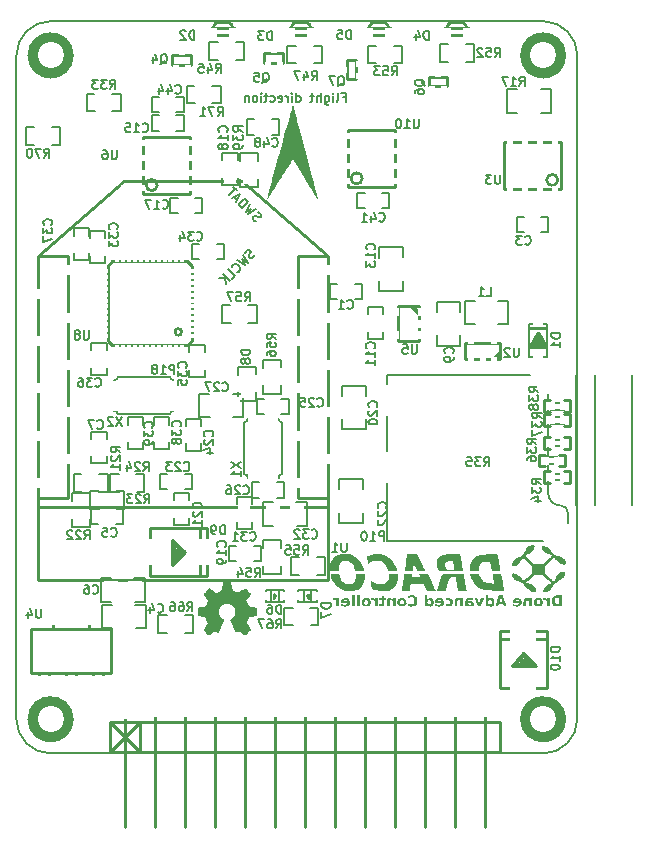
<source format=gbr>
G04 (created by PCBNEW (2013-may-18)-stable) date Čt 25. září 2014, 17:16:29 CEST*
%MOIN*%
G04 Gerber Fmt 3.4, Leading zero omitted, Abs format*
%FSLAX34Y34*%
G01*
G70*
G90*
G04 APERTURE LIST*
%ADD10C,0.00590551*%
%ADD11C,0.00757874*%
%ADD12C,0.0165354*%
%ADD13C,0.005*%
%ADD14C,0.00787402*%
%ADD15C,0.00984252*%
%ADD16C,0.0001*%
%ADD17C,0.0590551*%
%ADD18C,0.008*%
%ADD19C,0.00748031*%
%ADD20C,0.06*%
%ADD21R,0.0335X0.0335*%
%ADD22C,0.0708661*%
%ADD23R,0.0708661X0.0787*%
%ADD24R,0.0394X0.0354*%
%ADD25C,0.0866142*%
%ADD26R,0.0669X0.0334*%
%ADD27R,0.0394X0.0272*%
%ADD28R,0.0512X0.0709*%
%ADD29R,0.1496X0.0709*%
%ADD30R,0.0236X0.0394*%
%ADD31R,0.0236X0.0787*%
%ADD32R,0.0787X0.0236*%
%ADD33R,0.0472X0.059*%
%ADD34R,0.0354X0.0394*%
%ADD35R,0.059X0.0314*%
%ADD36R,0.0551X0.0708*%
%ADD37R,0.0748X0.0551*%
%ADD38R,0.0118X0.0512*%
%ADD39R,0.0512X0.0118*%
%ADD40R,0.0590551X0.0393701*%
%ADD41R,0.0314X0.0314*%
%ADD42R,0.0998882X0.0723291*%
%ADD43R,0.0723291X0.0998882*%
%ADD44R,0.0473X0.059*%
%ADD45R,0.059X0.0472*%
%ADD46R,0.059X0.0473*%
%ADD47C,0.019685*%
%ADD48R,0.0315X0.0275*%
%ADD49R,0.019685X0.023622*%
%ADD50R,0.023622X0.019685*%
%ADD51R,0.0906X0.0787*%
%ADD52R,0.0787X0.0906*%
G04 APERTURE END LIST*
G54D10*
G54D11*
X7781Y17537D02*
X7740Y17558D01*
X7689Y17609D01*
X7679Y17639D01*
X7679Y17660D01*
X7689Y17690D01*
X7710Y17711D01*
X7740Y17721D01*
X7761Y17721D01*
X7791Y17711D01*
X7842Y17680D01*
X7873Y17670D01*
X7893Y17670D01*
X7924Y17680D01*
X7944Y17701D01*
X7955Y17731D01*
X7955Y17752D01*
X7944Y17782D01*
X7893Y17833D01*
X7853Y17854D01*
X7791Y17935D02*
X7526Y17772D01*
X7638Y17966D01*
X7444Y17854D01*
X7608Y18119D01*
X7312Y17986D02*
X7526Y18201D01*
X7475Y18252D01*
X7434Y18272D01*
X7393Y18272D01*
X7363Y18262D01*
X7312Y18231D01*
X7281Y18201D01*
X7250Y18150D01*
X7240Y18119D01*
X7240Y18078D01*
X7261Y18037D01*
X7312Y17986D01*
X7169Y18252D02*
X7067Y18354D01*
X7128Y18170D02*
X7271Y18456D01*
X6985Y18313D01*
X7158Y18568D02*
X7036Y18691D01*
X6883Y18415D02*
X7097Y18629D01*
X7746Y16416D02*
X7726Y16375D01*
X7675Y16324D01*
X7644Y16314D01*
X7623Y16314D01*
X7593Y16324D01*
X7572Y16344D01*
X7562Y16375D01*
X7562Y16395D01*
X7572Y16426D01*
X7603Y16477D01*
X7613Y16508D01*
X7613Y16528D01*
X7603Y16559D01*
X7583Y16579D01*
X7552Y16589D01*
X7532Y16589D01*
X7501Y16579D01*
X7450Y16528D01*
X7430Y16487D01*
X7348Y16426D02*
X7511Y16160D01*
X7317Y16273D01*
X7430Y16079D01*
X7164Y16242D01*
X7154Y15844D02*
X7174Y15844D01*
X7215Y15864D01*
X7236Y15885D01*
X7256Y15926D01*
X7256Y15967D01*
X7246Y15997D01*
X7215Y16048D01*
X7185Y16079D01*
X7134Y16109D01*
X7103Y16120D01*
X7062Y16120D01*
X7021Y16099D01*
X7001Y16079D01*
X6980Y16038D01*
X6980Y16018D01*
X6980Y15630D02*
X7082Y15732D01*
X6868Y15946D01*
X6909Y15558D02*
X6695Y15773D01*
X6786Y15436D02*
X6756Y15650D01*
X6572Y15650D02*
X6817Y15650D01*
X10679Y21685D02*
X10780Y21685D01*
X10780Y21526D02*
X10780Y21830D01*
X10635Y21830D01*
X10477Y21526D02*
X10505Y21541D01*
X10520Y21570D01*
X10520Y21830D01*
X10361Y21526D02*
X10361Y21729D01*
X10361Y21830D02*
X10375Y21815D01*
X10361Y21801D01*
X10347Y21815D01*
X10361Y21830D01*
X10361Y21801D01*
X10087Y21729D02*
X10087Y21483D01*
X10101Y21454D01*
X10116Y21440D01*
X10145Y21425D01*
X10188Y21425D01*
X10217Y21440D01*
X10087Y21541D02*
X10116Y21526D01*
X10173Y21526D01*
X10202Y21541D01*
X10217Y21555D01*
X10231Y21584D01*
X10231Y21671D01*
X10217Y21700D01*
X10202Y21714D01*
X10173Y21729D01*
X10116Y21729D01*
X10087Y21714D01*
X9942Y21526D02*
X9942Y21830D01*
X9812Y21526D02*
X9812Y21685D01*
X9827Y21714D01*
X9856Y21729D01*
X9899Y21729D01*
X9928Y21714D01*
X9942Y21700D01*
X9711Y21729D02*
X9596Y21729D01*
X9668Y21830D02*
X9668Y21570D01*
X9654Y21541D01*
X9625Y21526D01*
X9596Y21526D01*
X9134Y21526D02*
X9134Y21830D01*
X9134Y21541D02*
X9163Y21526D01*
X9221Y21526D01*
X9250Y21541D01*
X9264Y21555D01*
X9278Y21584D01*
X9278Y21671D01*
X9264Y21700D01*
X9250Y21714D01*
X9221Y21729D01*
X9163Y21729D01*
X9134Y21714D01*
X8990Y21526D02*
X8990Y21729D01*
X8990Y21830D02*
X9004Y21815D01*
X8990Y21801D01*
X8975Y21815D01*
X8990Y21830D01*
X8990Y21801D01*
X8845Y21526D02*
X8845Y21729D01*
X8845Y21671D02*
X8831Y21700D01*
X8816Y21714D01*
X8788Y21729D01*
X8759Y21729D01*
X8542Y21541D02*
X8571Y21526D01*
X8629Y21526D01*
X8658Y21541D01*
X8672Y21570D01*
X8672Y21685D01*
X8658Y21714D01*
X8629Y21729D01*
X8571Y21729D01*
X8542Y21714D01*
X8528Y21685D01*
X8528Y21656D01*
X8672Y21627D01*
X8268Y21541D02*
X8297Y21526D01*
X8354Y21526D01*
X8383Y21541D01*
X8398Y21555D01*
X8412Y21584D01*
X8412Y21671D01*
X8398Y21700D01*
X8383Y21714D01*
X8354Y21729D01*
X8297Y21729D01*
X8268Y21714D01*
X8181Y21729D02*
X8066Y21729D01*
X8138Y21830D02*
X8138Y21570D01*
X8124Y21541D01*
X8095Y21526D01*
X8066Y21526D01*
X7965Y21526D02*
X7965Y21729D01*
X7965Y21830D02*
X7979Y21815D01*
X7965Y21801D01*
X7950Y21815D01*
X7965Y21830D01*
X7965Y21801D01*
X7777Y21526D02*
X7806Y21541D01*
X7820Y21555D01*
X7835Y21584D01*
X7835Y21671D01*
X7820Y21700D01*
X7806Y21714D01*
X7777Y21729D01*
X7734Y21729D01*
X7705Y21714D01*
X7690Y21700D01*
X7676Y21671D01*
X7676Y21584D01*
X7690Y21555D01*
X7705Y21541D01*
X7734Y21526D01*
X7777Y21526D01*
X7546Y21729D02*
X7546Y21526D01*
X7546Y21700D02*
X7532Y21714D01*
X7503Y21729D01*
X7459Y21729D01*
X7431Y21714D01*
X7416Y21685D01*
X7416Y21526D01*
G54D10*
X-196Y944D02*
G75*
G03X944Y-196I1141J0D01*
G74*
G01*
X944Y24212D02*
X17362Y24212D01*
X-196Y944D02*
X-196Y23070D01*
X17362Y-196D02*
X944Y-196D01*
X18503Y23070D02*
X18503Y944D01*
X17362Y-196D02*
G75*
G03X18503Y944I0J1141D01*
G74*
G01*
X944Y24212D02*
G75*
G03X-196Y23070I0J-1141D01*
G74*
G01*
X18503Y23070D02*
G75*
G03X17362Y24212I-1141J0D01*
G74*
G01*
G54D12*
X17429Y13385D02*
X17192Y13779D01*
X17192Y13779D02*
X16956Y13385D01*
X16956Y13385D02*
X17429Y13385D01*
X17429Y13385D02*
X17153Y13543D01*
X17153Y13543D02*
X17114Y13503D01*
G54D13*
X16877Y13936D02*
X17507Y13936D01*
X17507Y13976D02*
X16877Y13976D01*
G54D14*
X17507Y13031D02*
X17507Y14133D01*
X17507Y14133D02*
X16877Y14133D01*
X16877Y14133D02*
X16877Y13031D01*
X16877Y13031D02*
X17507Y13031D01*
G54D15*
X14879Y840D02*
X15909Y840D01*
X15909Y840D02*
X15909Y-159D01*
X15909Y-159D02*
X14829Y-159D01*
X15415Y1340D02*
X15415Y-2659D01*
X14425Y1340D02*
X14425Y-2659D01*
X13925Y840D02*
X14900Y840D01*
X14900Y-159D02*
X13950Y-159D01*
X13425Y840D02*
X13425Y-2659D01*
X13425Y1340D02*
X13425Y840D01*
X13425Y840D02*
X12925Y840D01*
X12925Y840D02*
X13925Y840D01*
X13925Y-159D02*
X12925Y-159D01*
X2925Y840D02*
X3925Y-159D01*
X3925Y840D02*
X2925Y-159D01*
X12425Y1340D02*
X12425Y-2659D01*
X11425Y1340D02*
X11425Y-2659D01*
X10425Y1340D02*
X10425Y-2659D01*
X9425Y1340D02*
X9425Y-2659D01*
X8925Y840D02*
X12925Y840D01*
X12925Y-159D02*
X8925Y-159D01*
X3925Y-159D02*
X3925Y840D01*
X3425Y1340D02*
X3425Y-2659D01*
X8425Y1340D02*
X8425Y-2659D01*
X7425Y1340D02*
X7425Y-2659D01*
X6425Y1340D02*
X6425Y-2659D01*
X5425Y-2659D02*
X5425Y1340D01*
X4425Y1340D02*
X4425Y-2659D01*
X2925Y-159D02*
X2925Y840D01*
X2925Y840D02*
X8925Y840D01*
X8925Y-159D02*
X2925Y-159D01*
G54D16*
G36*
X6234Y3741D02*
X6244Y3747D01*
X6267Y3761D01*
X6300Y3783D01*
X6339Y3809D01*
X6378Y3835D01*
X6410Y3856D01*
X6432Y3871D01*
X6442Y3876D01*
X6447Y3874D01*
X6465Y3865D01*
X6492Y3851D01*
X6508Y3843D01*
X6532Y3833D01*
X6545Y3830D01*
X6547Y3834D01*
X6556Y3853D01*
X6570Y3885D01*
X6588Y3928D01*
X6610Y3978D01*
X6632Y4031D01*
X6655Y4086D01*
X6677Y4139D01*
X6696Y4186D01*
X6712Y4224D01*
X6722Y4251D01*
X6726Y4262D01*
X6725Y4265D01*
X6712Y4277D01*
X6691Y4293D01*
X6644Y4331D01*
X6598Y4388D01*
X6570Y4453D01*
X6561Y4526D01*
X6569Y4593D01*
X6595Y4657D01*
X6640Y4715D01*
X6695Y4758D01*
X6759Y4785D01*
X6830Y4794D01*
X6898Y4786D01*
X6964Y4760D01*
X7022Y4716D01*
X7047Y4688D01*
X7081Y4629D01*
X7100Y4567D01*
X7102Y4551D01*
X7099Y4482D01*
X7079Y4415D01*
X7042Y4356D01*
X6991Y4307D01*
X6985Y4303D01*
X6962Y4285D01*
X6946Y4273D01*
X6934Y4263D01*
X7022Y4051D01*
X7036Y4018D01*
X7060Y3960D01*
X7081Y3910D01*
X7098Y3870D01*
X7110Y3844D01*
X7115Y3833D01*
X7115Y3832D01*
X7123Y3831D01*
X7139Y3837D01*
X7169Y3851D01*
X7188Y3861D01*
X7211Y3872D01*
X7221Y3876D01*
X7230Y3871D01*
X7251Y3857D01*
X7283Y3836D01*
X7321Y3811D01*
X7357Y3786D01*
X7390Y3764D01*
X7414Y3749D01*
X7426Y3742D01*
X7428Y3742D01*
X7438Y3748D01*
X7457Y3764D01*
X7486Y3791D01*
X7527Y3832D01*
X7533Y3838D01*
X7567Y3872D01*
X7594Y3901D01*
X7612Y3921D01*
X7619Y3930D01*
X7619Y3930D01*
X7613Y3942D01*
X7598Y3966D01*
X7576Y4000D01*
X7549Y4039D01*
X7479Y4141D01*
X7517Y4237D01*
X7529Y4267D01*
X7544Y4302D01*
X7555Y4328D01*
X7561Y4339D01*
X7571Y4343D01*
X7598Y4349D01*
X7636Y4357D01*
X7681Y4365D01*
X7725Y4373D01*
X7764Y4381D01*
X7792Y4386D01*
X7805Y4389D01*
X7808Y4391D01*
X7811Y4397D01*
X7812Y4410D01*
X7813Y4434D01*
X7814Y4471D01*
X7814Y4526D01*
X7814Y4532D01*
X7813Y4583D01*
X7812Y4625D01*
X7811Y4651D01*
X7809Y4662D01*
X7809Y4662D01*
X7797Y4665D01*
X7769Y4671D01*
X7730Y4678D01*
X7683Y4687D01*
X7680Y4688D01*
X7634Y4697D01*
X7595Y4705D01*
X7567Y4711D01*
X7556Y4715D01*
X7553Y4718D01*
X7544Y4736D01*
X7531Y4765D01*
X7515Y4800D01*
X7500Y4837D01*
X7487Y4870D01*
X7478Y4894D01*
X7475Y4905D01*
X7476Y4906D01*
X7483Y4917D01*
X7499Y4941D01*
X7521Y4974D01*
X7548Y5014D01*
X7550Y5017D01*
X7577Y5056D01*
X7599Y5090D01*
X7613Y5113D01*
X7619Y5124D01*
X7619Y5125D01*
X7610Y5137D01*
X7590Y5159D01*
X7561Y5189D01*
X7527Y5224D01*
X7516Y5234D01*
X7477Y5272D01*
X7451Y5296D01*
X7434Y5309D01*
X7426Y5312D01*
X7426Y5312D01*
X7414Y5305D01*
X7389Y5289D01*
X7356Y5266D01*
X7316Y5239D01*
X7313Y5237D01*
X7274Y5210D01*
X7241Y5188D01*
X7218Y5172D01*
X7207Y5166D01*
X7206Y5166D01*
X7190Y5171D01*
X7162Y5181D01*
X7127Y5194D01*
X7091Y5209D01*
X7058Y5223D01*
X7033Y5234D01*
X7021Y5241D01*
X7021Y5241D01*
X7017Y5255D01*
X7010Y5285D01*
X7002Y5325D01*
X6992Y5373D01*
X6991Y5381D01*
X6982Y5428D01*
X6975Y5467D01*
X6969Y5494D01*
X6966Y5505D01*
X6960Y5506D01*
X6937Y5508D01*
X6902Y5509D01*
X6859Y5509D01*
X6815Y5509D01*
X6772Y5508D01*
X6735Y5507D01*
X6708Y5505D01*
X6697Y5503D01*
X6697Y5502D01*
X6693Y5487D01*
X6686Y5458D01*
X6678Y5417D01*
X6669Y5369D01*
X6667Y5360D01*
X6658Y5314D01*
X6650Y5275D01*
X6645Y5249D01*
X6642Y5238D01*
X6637Y5236D01*
X6618Y5228D01*
X6587Y5215D01*
X6548Y5199D01*
X6458Y5163D01*
X6347Y5238D01*
X6337Y5245D01*
X6297Y5272D01*
X6265Y5294D01*
X6242Y5309D01*
X6233Y5314D01*
X6232Y5314D01*
X6221Y5304D01*
X6199Y5283D01*
X6169Y5254D01*
X6134Y5220D01*
X6109Y5194D01*
X6078Y5163D01*
X6059Y5142D01*
X6048Y5129D01*
X6045Y5121D01*
X6046Y5115D01*
X6053Y5104D01*
X6069Y5080D01*
X6092Y5046D01*
X6119Y5007D01*
X6141Y4974D01*
X6165Y4937D01*
X6180Y4911D01*
X6186Y4898D01*
X6184Y4893D01*
X6177Y4871D01*
X6163Y4838D01*
X6147Y4799D01*
X6108Y4712D01*
X6051Y4701D01*
X6016Y4694D01*
X5968Y4685D01*
X5921Y4676D01*
X5849Y4662D01*
X5846Y4396D01*
X5857Y4391D01*
X5868Y4388D01*
X5895Y4382D01*
X5933Y4374D01*
X5979Y4366D01*
X6017Y4359D01*
X6056Y4351D01*
X6084Y4346D01*
X6096Y4343D01*
X6100Y4339D01*
X6109Y4320D01*
X6123Y4290D01*
X6139Y4254D01*
X6154Y4217D01*
X6168Y4182D01*
X6177Y4156D01*
X6181Y4143D01*
X6176Y4132D01*
X6161Y4109D01*
X6140Y4077D01*
X6113Y4038D01*
X6087Y4000D01*
X6064Y3967D01*
X6049Y3943D01*
X6042Y3932D01*
X6046Y3925D01*
X6061Y3906D01*
X6090Y3876D01*
X6134Y3833D01*
X6141Y3826D01*
X6175Y3793D01*
X6204Y3766D01*
X6225Y3748D01*
X6234Y3741D01*
X6234Y3741D01*
G37*
G36*
X9849Y18302D02*
X9848Y18299D01*
X9847Y18297D01*
X9847Y18297D01*
X9837Y18290D01*
X9832Y18289D01*
X9829Y18294D01*
X9819Y18310D01*
X9803Y18336D01*
X9782Y18370D01*
X9756Y18413D01*
X9725Y18464D01*
X9690Y18521D01*
X9652Y18585D01*
X9610Y18655D01*
X9565Y18729D01*
X9518Y18808D01*
X9468Y18891D01*
X9430Y18955D01*
X9379Y19040D01*
X9330Y19121D01*
X9283Y19199D01*
X9239Y19273D01*
X9198Y19341D01*
X9160Y19403D01*
X9126Y19459D01*
X9096Y19508D01*
X9071Y19549D01*
X9052Y19581D01*
X9037Y19605D01*
X9029Y19618D01*
X9026Y19621D01*
X9023Y19616D01*
X9013Y19600D01*
X8997Y19575D01*
X8975Y19541D01*
X8948Y19498D01*
X8917Y19448D01*
X8881Y19391D01*
X8841Y19328D01*
X8798Y19259D01*
X8751Y19185D01*
X8702Y19107D01*
X8651Y19025D01*
X8607Y18955D01*
X8554Y18871D01*
X8504Y18789D01*
X8455Y18712D01*
X8409Y18639D01*
X8367Y18571D01*
X8328Y18509D01*
X8293Y18453D01*
X8262Y18404D01*
X8236Y18363D01*
X8216Y18330D01*
X8201Y18307D01*
X8192Y18293D01*
X8189Y18289D01*
X8183Y18291D01*
X8177Y18293D01*
X8167Y18299D01*
X8165Y18304D01*
X8167Y18310D01*
X8172Y18329D01*
X8180Y18359D01*
X8191Y18400D01*
X8205Y18451D01*
X8221Y18512D01*
X8240Y18582D01*
X8262Y18661D01*
X8286Y18749D01*
X8312Y18844D01*
X8339Y18946D01*
X8369Y19054D01*
X8400Y19169D01*
X8433Y19289D01*
X8468Y19415D01*
X8503Y19545D01*
X8540Y19678D01*
X8577Y19816D01*
X8595Y19880D01*
X8644Y20059D01*
X8691Y20228D01*
X8734Y20387D01*
X8775Y20536D01*
X8813Y20673D01*
X8848Y20800D01*
X8880Y20915D01*
X8909Y21020D01*
X8935Y21113D01*
X8958Y21194D01*
X8978Y21264D01*
X8995Y21323D01*
X9008Y21370D01*
X9017Y21404D01*
X9024Y21427D01*
X9028Y21437D01*
X9029Y21437D01*
X9031Y21430D01*
X9036Y21411D01*
X9044Y21381D01*
X9055Y21340D01*
X9069Y21288D01*
X9085Y21226D01*
X9104Y21156D01*
X9125Y21076D01*
X9149Y20989D01*
X9174Y20893D01*
X9201Y20791D01*
X9230Y20682D01*
X9260Y20567D01*
X9292Y20446D01*
X9325Y20320D01*
X9360Y20190D01*
X9395Y20056D01*
X9432Y19919D01*
X9446Y19865D01*
X9489Y19701D01*
X9530Y19548D01*
X9567Y19406D01*
X9602Y19275D01*
X9633Y19155D01*
X9662Y19046D01*
X9689Y18946D01*
X9712Y18855D01*
X9734Y18773D01*
X9753Y18700D01*
X9770Y18634D01*
X9785Y18576D01*
X9798Y18525D01*
X9809Y18481D01*
X9819Y18443D01*
X9827Y18410D01*
X9833Y18383D01*
X9838Y18360D01*
X9842Y18342D01*
X9845Y18327D01*
X9847Y18316D01*
X9848Y18308D01*
X9849Y18302D01*
X9849Y18302D01*
X9849Y18302D01*
G37*
G36*
X17051Y4856D02*
X17051Y4823D01*
X17055Y4797D01*
X17063Y4775D01*
X17077Y4755D01*
X17088Y4743D01*
X17112Y4722D01*
X17134Y4712D01*
X17142Y4710D01*
X17142Y4843D01*
X17143Y4867D01*
X17149Y4889D01*
X17159Y4907D01*
X17172Y4920D01*
X17173Y4920D01*
X17193Y4926D01*
X17214Y4925D01*
X17232Y4916D01*
X17246Y4902D01*
X17248Y4899D01*
X17255Y4877D01*
X17258Y4852D01*
X17257Y4827D01*
X17251Y4804D01*
X17242Y4786D01*
X17235Y4779D01*
X17218Y4769D01*
X17198Y4767D01*
X17178Y4771D01*
X17163Y4781D01*
X17152Y4798D01*
X17144Y4819D01*
X17142Y4843D01*
X17142Y4710D01*
X17156Y4706D01*
X17183Y4703D01*
X17210Y4702D01*
X17233Y4703D01*
X17239Y4704D01*
X17271Y4715D01*
X17300Y4731D01*
X17323Y4752D01*
X17336Y4772D01*
X17347Y4802D01*
X17351Y4834D01*
X17350Y4868D01*
X17343Y4899D01*
X17331Y4928D01*
X17313Y4951D01*
X17310Y4954D01*
X17288Y4970D01*
X17265Y4981D01*
X17237Y4987D01*
X17210Y4989D01*
X17170Y4988D01*
X17135Y4981D01*
X17107Y4967D01*
X17083Y4946D01*
X17066Y4922D01*
X17059Y4909D01*
X17055Y4896D01*
X17052Y4882D01*
X17051Y4862D01*
X17051Y4856D01*
X17051Y4856D01*
X17051Y4856D01*
G37*
G36*
X16350Y4822D02*
X16441Y4822D01*
X16441Y4881D01*
X16443Y4888D01*
X16447Y4900D01*
X16448Y4901D01*
X16459Y4917D01*
X16474Y4927D01*
X16492Y4930D01*
X16511Y4928D01*
X16529Y4921D01*
X16543Y4907D01*
X16548Y4897D01*
X16553Y4886D01*
X16555Y4880D01*
X16555Y4879D01*
X16551Y4878D01*
X16539Y4877D01*
X16522Y4877D01*
X16501Y4877D01*
X16498Y4877D01*
X16473Y4877D01*
X16454Y4878D01*
X16444Y4880D01*
X16441Y4881D01*
X16441Y4822D01*
X16452Y4822D01*
X16487Y4822D01*
X16513Y4822D01*
X16532Y4821D01*
X16545Y4820D01*
X16552Y4817D01*
X16555Y4814D01*
X16555Y4808D01*
X16551Y4801D01*
X16548Y4795D01*
X16537Y4779D01*
X16521Y4769D01*
X16499Y4764D01*
X16478Y4763D01*
X16439Y4766D01*
X16405Y4776D01*
X16383Y4786D01*
X16364Y4795D01*
X16364Y4760D01*
X16364Y4724D01*
X16388Y4716D01*
X16433Y4706D01*
X16477Y4701D01*
X16519Y4703D01*
X16537Y4706D01*
X16572Y4717D01*
X16600Y4735D01*
X16622Y4759D01*
X16637Y4788D01*
X16644Y4824D01*
X16646Y4848D01*
X16642Y4885D01*
X16631Y4917D01*
X16613Y4944D01*
X16587Y4966D01*
X16569Y4976D01*
X16556Y4982D01*
X16544Y4985D01*
X16530Y4987D01*
X16512Y4988D01*
X16496Y4988D01*
X16465Y4987D01*
X16441Y4983D01*
X16421Y4975D01*
X16403Y4964D01*
X16390Y4951D01*
X16371Y4928D01*
X16359Y4902D01*
X16353Y4871D01*
X16352Y4858D01*
X16350Y4822D01*
X16350Y4822D01*
X16350Y4822D01*
G37*
G36*
X15443Y4709D02*
X15488Y4709D01*
X15533Y4709D01*
X15533Y4728D01*
X15533Y4747D01*
X15535Y4746D01*
X15535Y4834D01*
X15535Y4858D01*
X15539Y4881D01*
X15545Y4900D01*
X15556Y4912D01*
X15572Y4922D01*
X15589Y4926D01*
X15593Y4927D01*
X15609Y4923D01*
X15625Y4913D01*
X15636Y4901D01*
X15641Y4888D01*
X15645Y4869D01*
X15646Y4847D01*
X15646Y4826D01*
X15643Y4809D01*
X15643Y4807D01*
X15633Y4789D01*
X15618Y4775D01*
X15600Y4768D01*
X15581Y4768D01*
X15564Y4774D01*
X15556Y4781D01*
X15547Y4793D01*
X15539Y4809D01*
X15538Y4813D01*
X15535Y4834D01*
X15535Y4746D01*
X15551Y4730D01*
X15575Y4712D01*
X15603Y4703D01*
X15634Y4701D01*
X15651Y4704D01*
X15677Y4715D01*
X15698Y4732D01*
X15716Y4755D01*
X15729Y4782D01*
X15737Y4813D01*
X15741Y4844D01*
X15739Y4876D01*
X15731Y4907D01*
X15717Y4935D01*
X15705Y4952D01*
X15682Y4972D01*
X15658Y4985D01*
X15630Y4990D01*
X15623Y4990D01*
X15596Y4988D01*
X15573Y4979D01*
X15551Y4964D01*
X15550Y4963D01*
X15533Y4948D01*
X15533Y5019D01*
X15533Y5090D01*
X15488Y5090D01*
X15443Y5090D01*
X15443Y4899D01*
X15443Y4709D01*
X15443Y4709D01*
X15443Y4709D01*
G37*
G36*
X14770Y4709D02*
X14816Y4709D01*
X14862Y4709D01*
X14862Y4727D01*
X14862Y4746D01*
X14862Y4825D01*
X14862Y4826D01*
X14866Y4829D01*
X14876Y4831D01*
X14891Y4831D01*
X14908Y4831D01*
X14924Y4829D01*
X14938Y4827D01*
X14943Y4825D01*
X14955Y4816D01*
X14961Y4803D01*
X14961Y4792D01*
X14957Y4779D01*
X14947Y4769D01*
X14932Y4764D01*
X14915Y4763D01*
X14898Y4767D01*
X14885Y4775D01*
X14873Y4789D01*
X14865Y4807D01*
X14862Y4825D01*
X14862Y4746D01*
X14882Y4728D01*
X14908Y4710D01*
X14937Y4702D01*
X14969Y4702D01*
X14983Y4704D01*
X15008Y4714D01*
X15028Y4731D01*
X15043Y4752D01*
X15051Y4777D01*
X15052Y4804D01*
X15044Y4831D01*
X15043Y4834D01*
X15030Y4853D01*
X15010Y4867D01*
X14984Y4877D01*
X14951Y4883D01*
X14910Y4886D01*
X14904Y4886D01*
X14861Y4886D01*
X14864Y4898D01*
X14868Y4909D01*
X14871Y4916D01*
X14882Y4923D01*
X14900Y4928D01*
X14922Y4930D01*
X14946Y4930D01*
X14972Y4927D01*
X14995Y4921D01*
X15006Y4918D01*
X15029Y4909D01*
X15029Y4942D01*
X15029Y4976D01*
X15012Y4981D01*
X15001Y4983D01*
X14984Y4985D01*
X14962Y4987D01*
X14938Y4989D01*
X14936Y4989D01*
X14900Y4989D01*
X14870Y4988D01*
X14847Y4983D01*
X14827Y4975D01*
X14810Y4963D01*
X14809Y4962D01*
X14798Y4952D01*
X14790Y4942D01*
X14784Y4930D01*
X14779Y4916D01*
X14776Y4898D01*
X14774Y4874D01*
X14772Y4844D01*
X14771Y4807D01*
X14770Y4709D01*
X14770Y4709D01*
X14770Y4709D01*
G37*
G36*
X14109Y4939D02*
X14109Y4923D01*
X14110Y4911D01*
X14112Y4905D01*
X14112Y4905D01*
X14146Y4919D01*
X14177Y4925D01*
X14203Y4924D01*
X14221Y4917D01*
X14240Y4904D01*
X14251Y4886D01*
X14257Y4863D01*
X14258Y4845D01*
X14255Y4818D01*
X14247Y4798D01*
X14231Y4781D01*
X14226Y4778D01*
X14209Y4771D01*
X14186Y4768D01*
X14163Y4769D01*
X14140Y4774D01*
X14132Y4777D01*
X14120Y4782D01*
X14112Y4785D01*
X14110Y4786D01*
X14110Y4782D01*
X14109Y4771D01*
X14110Y4755D01*
X14110Y4751D01*
X14111Y4716D01*
X14132Y4710D01*
X14155Y4705D01*
X14181Y4702D01*
X14209Y4702D01*
X14233Y4704D01*
X14236Y4704D01*
X14270Y4714D01*
X14300Y4731D01*
X14324Y4754D01*
X14341Y4781D01*
X14346Y4793D01*
X14349Y4807D01*
X14350Y4824D01*
X14351Y4847D01*
X14350Y4869D01*
X14349Y4885D01*
X14347Y4896D01*
X14343Y4907D01*
X14338Y4916D01*
X14318Y4944D01*
X14292Y4967D01*
X14272Y4978D01*
X14261Y4982D01*
X14249Y4985D01*
X14234Y4987D01*
X14214Y4987D01*
X14196Y4988D01*
X14168Y4987D01*
X14145Y4985D01*
X14129Y4983D01*
X14126Y4982D01*
X14109Y4976D01*
X14109Y4939D01*
X14109Y4939D01*
X14109Y4939D01*
G37*
G36*
X13758Y4822D02*
X13850Y4822D01*
X13850Y4881D01*
X13853Y4895D01*
X13862Y4909D01*
X13872Y4921D01*
X13877Y4924D01*
X13898Y4930D01*
X13919Y4929D01*
X13938Y4920D01*
X13953Y4904D01*
X13961Y4887D01*
X13962Y4883D01*
X13961Y4880D01*
X13957Y4878D01*
X13948Y4877D01*
X13933Y4877D01*
X13911Y4877D01*
X13907Y4877D01*
X13881Y4877D01*
X13863Y4878D01*
X13852Y4880D01*
X13850Y4881D01*
X13850Y4822D01*
X13861Y4822D01*
X13965Y4822D01*
X13962Y4810D01*
X13954Y4790D01*
X13943Y4777D01*
X13927Y4768D01*
X13904Y4764D01*
X13875Y4764D01*
X13853Y4766D01*
X13835Y4768D01*
X13819Y4773D01*
X13804Y4780D01*
X13773Y4794D01*
X13773Y4759D01*
X13773Y4724D01*
X13797Y4716D01*
X13846Y4705D01*
X13893Y4701D01*
X13936Y4704D01*
X13945Y4706D01*
X13981Y4717D01*
X14009Y4735D01*
X14030Y4758D01*
X14045Y4787D01*
X14052Y4822D01*
X14053Y4834D01*
X14053Y4870D01*
X14047Y4899D01*
X14035Y4925D01*
X14020Y4945D01*
X14000Y4963D01*
X13980Y4976D01*
X13957Y4983D01*
X13928Y4987D01*
X13904Y4988D01*
X13874Y4987D01*
X13850Y4983D01*
X13830Y4975D01*
X13812Y4964D01*
X13798Y4951D01*
X13780Y4928D01*
X13768Y4902D01*
X13761Y4871D01*
X13760Y4857D01*
X13758Y4822D01*
X13758Y4822D01*
X13758Y4822D01*
G37*
G36*
X13414Y4709D02*
X13460Y4709D01*
X13505Y4709D01*
X13505Y4727D01*
X13505Y4746D01*
X13508Y4743D01*
X13508Y4849D01*
X13511Y4879D01*
X13519Y4901D01*
X13533Y4916D01*
X13552Y4923D01*
X13564Y4924D01*
X13585Y4921D01*
X13601Y4911D01*
X13611Y4894D01*
X13617Y4869D01*
X13618Y4845D01*
X13616Y4815D01*
X13609Y4793D01*
X13597Y4778D01*
X13579Y4770D01*
X13561Y4768D01*
X13541Y4771D01*
X13531Y4777D01*
X13518Y4792D01*
X13511Y4816D01*
X13508Y4846D01*
X13508Y4849D01*
X13508Y4743D01*
X13525Y4728D01*
X13550Y4711D01*
X13578Y4702D01*
X13606Y4700D01*
X13623Y4704D01*
X13652Y4717D01*
X13676Y4738D01*
X13695Y4764D01*
X13703Y4783D01*
X13709Y4806D01*
X13712Y4833D01*
X13711Y4862D01*
X13709Y4889D01*
X13703Y4910D01*
X13702Y4914D01*
X13686Y4942D01*
X13668Y4962D01*
X13647Y4977D01*
X13644Y4979D01*
X13615Y4988D01*
X13585Y4990D01*
X13555Y4982D01*
X13527Y4967D01*
X13520Y4961D01*
X13505Y4948D01*
X13505Y5019D01*
X13505Y5090D01*
X13460Y5090D01*
X13414Y5090D01*
X13414Y4899D01*
X13414Y4709D01*
X13414Y4709D01*
X13414Y4709D01*
G37*
G36*
X12860Y4728D02*
X12884Y4718D01*
X12928Y4706D01*
X12972Y4701D01*
X13017Y4704D01*
X13024Y4705D01*
X13061Y4715D01*
X13095Y4733D01*
X13125Y4758D01*
X13149Y4789D01*
X13159Y4808D01*
X13164Y4819D01*
X13168Y4830D01*
X13170Y4842D01*
X13171Y4857D01*
X13171Y4877D01*
X13171Y4890D01*
X13171Y4916D01*
X13170Y4935D01*
X13168Y4949D01*
X13165Y4962D01*
X13161Y4973D01*
X13143Y5005D01*
X13117Y5033D01*
X13085Y5056D01*
X13076Y5061D01*
X13059Y5069D01*
X13046Y5074D01*
X13032Y5077D01*
X13015Y5079D01*
X12994Y5080D01*
X12952Y5080D01*
X12918Y5076D01*
X12888Y5067D01*
X12877Y5062D01*
X12860Y5053D01*
X12860Y5017D01*
X12860Y5000D01*
X12861Y4988D01*
X12862Y4981D01*
X12862Y4981D01*
X12867Y4983D01*
X12877Y4988D01*
X12892Y4994D01*
X12895Y4996D01*
X12912Y5003D01*
X12927Y5008D01*
X12942Y5010D01*
X12962Y5010D01*
X12965Y5011D01*
X12985Y5010D01*
X13000Y5009D01*
X13012Y5005D01*
X13023Y5000D01*
X13045Y4983D01*
X13060Y4960D01*
X13070Y4933D01*
X13073Y4898D01*
X13073Y4881D01*
X13069Y4848D01*
X13060Y4822D01*
X13045Y4801D01*
X13027Y4787D01*
X13018Y4781D01*
X13009Y4777D01*
X12997Y4775D01*
X12982Y4775D01*
X12965Y4775D01*
X12947Y4775D01*
X12933Y4775D01*
X12920Y4778D01*
X12907Y4782D01*
X12892Y4789D01*
X12871Y4799D01*
X12864Y4803D01*
X12862Y4800D01*
X12861Y4789D01*
X12860Y4774D01*
X12860Y4766D01*
X12860Y4728D01*
X12860Y4728D01*
X12860Y4728D01*
G37*
G36*
X12507Y4855D02*
X12507Y4821D01*
X12513Y4792D01*
X12524Y4768D01*
X12542Y4746D01*
X12545Y4742D01*
X12569Y4722D01*
X12590Y4712D01*
X12600Y4709D01*
X12600Y4845D01*
X12602Y4876D01*
X12610Y4900D01*
X12623Y4916D01*
X12641Y4925D01*
X12656Y4927D01*
X12677Y4923D01*
X12694Y4911D01*
X12706Y4892D01*
X12714Y4868D01*
X12715Y4849D01*
X12712Y4818D01*
X12705Y4795D01*
X12691Y4778D01*
X12673Y4770D01*
X12657Y4768D01*
X12641Y4769D01*
X12628Y4773D01*
X12625Y4775D01*
X12612Y4788D01*
X12604Y4807D01*
X12600Y4832D01*
X12600Y4845D01*
X12600Y4709D01*
X12618Y4705D01*
X12649Y4702D01*
X12680Y4702D01*
X12701Y4706D01*
X12727Y4713D01*
X12747Y4724D01*
X12766Y4739D01*
X12770Y4743D01*
X12790Y4769D01*
X12802Y4799D01*
X12809Y4832D01*
X12808Y4865D01*
X12801Y4896D01*
X12788Y4926D01*
X12769Y4951D01*
X12755Y4963D01*
X12727Y4978D01*
X12694Y4987D01*
X12656Y4990D01*
X12616Y4987D01*
X12582Y4977D01*
X12553Y4960D01*
X12532Y4937D01*
X12517Y4908D01*
X12508Y4873D01*
X12507Y4855D01*
X12507Y4855D01*
X12507Y4855D01*
G37*
G36*
X11313Y4823D02*
X11317Y4797D01*
X11325Y4775D01*
X11339Y4755D01*
X11350Y4743D01*
X11375Y4722D01*
X11396Y4712D01*
X11404Y4710D01*
X11404Y4843D01*
X11406Y4867D01*
X11411Y4889D01*
X11421Y4907D01*
X11434Y4920D01*
X11435Y4920D01*
X11455Y4926D01*
X11476Y4925D01*
X11494Y4916D01*
X11508Y4902D01*
X11510Y4899D01*
X11518Y4877D01*
X11521Y4852D01*
X11519Y4827D01*
X11513Y4804D01*
X11504Y4786D01*
X11497Y4779D01*
X11480Y4769D01*
X11460Y4767D01*
X11441Y4771D01*
X11426Y4781D01*
X11414Y4798D01*
X11407Y4819D01*
X11404Y4843D01*
X11404Y4710D01*
X11419Y4706D01*
X11445Y4703D01*
X11472Y4702D01*
X11495Y4703D01*
X11501Y4704D01*
X11533Y4715D01*
X11562Y4731D01*
X11585Y4752D01*
X11598Y4772D01*
X11609Y4802D01*
X11614Y4834D01*
X11613Y4868D01*
X11606Y4899D01*
X11593Y4928D01*
X11576Y4951D01*
X11572Y4954D01*
X11550Y4970D01*
X11527Y4981D01*
X11499Y4987D01*
X11473Y4989D01*
X11432Y4988D01*
X11398Y4981D01*
X11369Y4967D01*
X11345Y4946D01*
X11329Y4922D01*
X11322Y4909D01*
X11317Y4896D01*
X11315Y4882D01*
X11313Y4862D01*
X11313Y4856D01*
X11313Y4823D01*
X11313Y4823D01*
X11313Y4823D01*
G37*
G36*
X10627Y4822D02*
X10717Y4822D01*
X10717Y4884D01*
X10722Y4900D01*
X10732Y4914D01*
X10748Y4925D01*
X10765Y4931D01*
X10769Y4931D01*
X10792Y4928D01*
X10809Y4917D01*
X10822Y4898D01*
X10826Y4888D01*
X10831Y4877D01*
X10774Y4877D01*
X10750Y4877D01*
X10734Y4877D01*
X10724Y4879D01*
X10719Y4880D01*
X10717Y4883D01*
X10717Y4884D01*
X10717Y4822D01*
X10729Y4822D01*
X10766Y4822D01*
X10794Y4822D01*
X10814Y4821D01*
X10826Y4819D01*
X10831Y4818D01*
X10831Y4817D01*
X10828Y4805D01*
X10820Y4791D01*
X10810Y4778D01*
X10802Y4772D01*
X10791Y4767D01*
X10777Y4764D01*
X10757Y4763D01*
X10751Y4763D01*
X10727Y4765D01*
X10704Y4769D01*
X10678Y4776D01*
X10648Y4788D01*
X10644Y4789D01*
X10642Y4786D01*
X10641Y4778D01*
X10640Y4763D01*
X10640Y4758D01*
X10640Y4724D01*
X10664Y4716D01*
X10710Y4705D01*
X10755Y4701D01*
X10796Y4703D01*
X10808Y4705D01*
X10843Y4715D01*
X10872Y4733D01*
X10895Y4757D01*
X10911Y4786D01*
X10920Y4821D01*
X10922Y4847D01*
X10918Y4883D01*
X10907Y4916D01*
X10888Y4943D01*
X10864Y4965D01*
X10843Y4977D01*
X10816Y4985D01*
X10784Y4989D01*
X10751Y4989D01*
X10721Y4984D01*
X10711Y4981D01*
X10681Y4965D01*
X10657Y4943D01*
X10640Y4915D01*
X10629Y4882D01*
X10627Y4851D01*
X10627Y4822D01*
X10627Y4822D01*
X10627Y4822D01*
G37*
G36*
X17651Y4892D02*
X17651Y4869D01*
X17652Y4851D01*
X17654Y4839D01*
X17657Y4827D01*
X17662Y4815D01*
X17664Y4810D01*
X17682Y4781D01*
X17706Y4755D01*
X17734Y4734D01*
X17740Y4731D01*
X17748Y4728D01*
X17748Y4893D01*
X17751Y4926D01*
X17760Y4953D01*
X17775Y4973D01*
X17797Y4988D01*
X17827Y4998D01*
X17861Y5003D01*
X17899Y5005D01*
X17899Y4893D01*
X17899Y4780D01*
X17859Y4782D01*
X17831Y4785D01*
X17810Y4790D01*
X17801Y4794D01*
X17778Y4810D01*
X17762Y4830D01*
X17752Y4855D01*
X17748Y4887D01*
X17748Y4893D01*
X17748Y4728D01*
X17760Y4723D01*
X17784Y4717D01*
X17815Y4713D01*
X17852Y4710D01*
X17897Y4709D01*
X17911Y4709D01*
X17994Y4709D01*
X17994Y4893D01*
X17994Y5078D01*
X17895Y5075D01*
X17859Y5074D01*
X17830Y5073D01*
X17807Y5071D01*
X17790Y5069D01*
X17777Y5067D01*
X17772Y5065D01*
X17734Y5049D01*
X17703Y5028D01*
X17679Y5000D01*
X17663Y4973D01*
X17658Y4961D01*
X17655Y4950D01*
X17653Y4938D01*
X17652Y4922D01*
X17651Y4900D01*
X17651Y4892D01*
X17651Y4892D01*
X17651Y4892D01*
G37*
G36*
X17373Y4928D02*
X17373Y4917D01*
X17374Y4911D01*
X17377Y4910D01*
X17380Y4911D01*
X17389Y4913D01*
X17403Y4915D01*
X17415Y4916D01*
X17440Y4915D01*
X17460Y4907D01*
X17474Y4893D01*
X17481Y4880D01*
X17485Y4871D01*
X17487Y4862D01*
X17489Y4849D01*
X17490Y4833D01*
X17490Y4810D01*
X17490Y4785D01*
X17490Y4709D01*
X17536Y4709D01*
X17581Y4709D01*
X17581Y4847D01*
X17581Y4986D01*
X17536Y4986D01*
X17490Y4986D01*
X17490Y4965D01*
X17490Y4945D01*
X17472Y4963D01*
X17451Y4979D01*
X17426Y4988D01*
X17398Y4989D01*
X17397Y4989D01*
X17374Y4988D01*
X17373Y4948D01*
X17373Y4928D01*
X17373Y4928D01*
X17373Y4928D01*
G37*
G36*
X16704Y4709D02*
X16750Y4709D01*
X16796Y4709D01*
X16796Y4785D01*
X16796Y4824D01*
X16798Y4855D01*
X16800Y4879D01*
X16804Y4897D01*
X16809Y4909D01*
X16817Y4917D01*
X16826Y4921D01*
X16839Y4922D01*
X16840Y4922D01*
X16860Y4918D01*
X16875Y4907D01*
X16887Y4889D01*
X16890Y4880D01*
X16892Y4871D01*
X16894Y4859D01*
X16895Y4842D01*
X16895Y4819D01*
X16895Y4789D01*
X16895Y4709D01*
X16941Y4709D01*
X16986Y4709D01*
X16986Y4847D01*
X16986Y4986D01*
X16941Y4986D01*
X16895Y4986D01*
X16895Y4967D01*
X16895Y4948D01*
X16881Y4961D01*
X16856Y4977D01*
X16828Y4987D01*
X16799Y4991D01*
X16772Y4987D01*
X16762Y4984D01*
X16746Y4973D01*
X16730Y4957D01*
X16718Y4938D01*
X16714Y4928D01*
X16712Y4918D01*
X16710Y4901D01*
X16709Y4877D01*
X16707Y4849D01*
X16706Y4818D01*
X16706Y4810D01*
X16704Y4709D01*
X16704Y4709D01*
X16704Y4709D01*
G37*
G36*
X15766Y4713D02*
X15769Y4711D01*
X15775Y4709D01*
X15787Y4709D01*
X15807Y4710D01*
X15813Y4710D01*
X15862Y4711D01*
X15873Y4744D01*
X15884Y4777D01*
X15910Y4777D01*
X15910Y4848D01*
X15912Y4854D01*
X15916Y4866D01*
X15921Y4883D01*
X15929Y4905D01*
X15934Y4919D01*
X15957Y4987D01*
X15981Y4917D01*
X15989Y4893D01*
X15996Y4873D01*
X16002Y4858D01*
X16005Y4848D01*
X16005Y4846D01*
X16001Y4845D01*
X15990Y4845D01*
X15973Y4845D01*
X15958Y4845D01*
X15938Y4845D01*
X15923Y4846D01*
X15913Y4847D01*
X15910Y4848D01*
X15910Y4777D01*
X15957Y4776D01*
X16031Y4775D01*
X16042Y4742D01*
X16053Y4709D01*
X16102Y4709D01*
X16151Y4709D01*
X16146Y4721D01*
X16143Y4728D01*
X16138Y4743D01*
X16130Y4763D01*
X16120Y4790D01*
X16109Y4821D01*
X16096Y4855D01*
X16082Y4892D01*
X16081Y4897D01*
X16067Y4934D01*
X16054Y4968D01*
X16043Y4999D01*
X16033Y5025D01*
X16025Y5046D01*
X16020Y5061D01*
X16017Y5068D01*
X16017Y5069D01*
X16015Y5072D01*
X16010Y5074D01*
X16002Y5075D01*
X15989Y5076D01*
X15968Y5076D01*
X15956Y5075D01*
X15899Y5074D01*
X15834Y4899D01*
X15820Y4861D01*
X15807Y4826D01*
X15795Y4794D01*
X15785Y4766D01*
X15777Y4743D01*
X15771Y4727D01*
X15767Y4718D01*
X15767Y4716D01*
X15766Y4713D01*
X15766Y4713D01*
X15766Y4713D01*
G37*
G36*
X15080Y4983D02*
X15134Y4847D01*
X15187Y4711D01*
X15237Y4710D01*
X15287Y4708D01*
X15340Y4844D01*
X15353Y4877D01*
X15364Y4907D01*
X15375Y4934D01*
X15383Y4955D01*
X15389Y4971D01*
X15392Y4981D01*
X15393Y4982D01*
X15388Y4984D01*
X15377Y4985D01*
X15361Y4985D01*
X15349Y4985D01*
X15305Y4983D01*
X15274Y4897D01*
X15264Y4870D01*
X15256Y4846D01*
X15248Y4827D01*
X15243Y4812D01*
X15240Y4804D01*
X15240Y4804D01*
X15238Y4806D01*
X15233Y4816D01*
X15226Y4831D01*
X15218Y4853D01*
X15208Y4878D01*
X15204Y4890D01*
X15194Y4917D01*
X15185Y4941D01*
X15178Y4961D01*
X15172Y4976D01*
X15169Y4983D01*
X15169Y4984D01*
X15164Y4985D01*
X15152Y4985D01*
X15135Y4985D01*
X15124Y4985D01*
X15080Y4983D01*
X15080Y4983D01*
X15080Y4983D01*
G37*
G36*
X14411Y4709D02*
X14457Y4709D01*
X14502Y4709D01*
X14504Y4804D01*
X14504Y4835D01*
X14505Y4859D01*
X14505Y4877D01*
X14506Y4889D01*
X14508Y4897D01*
X14510Y4903D01*
X14513Y4907D01*
X14516Y4910D01*
X14530Y4920D01*
X14548Y4922D01*
X14565Y4918D01*
X14581Y4908D01*
X14592Y4894D01*
X14595Y4887D01*
X14597Y4878D01*
X14599Y4865D01*
X14600Y4847D01*
X14601Y4823D01*
X14602Y4794D01*
X14604Y4709D01*
X14649Y4709D01*
X14694Y4709D01*
X14692Y4846D01*
X14691Y4983D01*
X14647Y4985D01*
X14603Y4986D01*
X14603Y4967D01*
X14603Y4948D01*
X14588Y4961D01*
X14560Y4979D01*
X14530Y4988D01*
X14511Y4990D01*
X14483Y4987D01*
X14461Y4979D01*
X14443Y4965D01*
X14434Y4955D01*
X14428Y4945D01*
X14423Y4934D01*
X14419Y4921D01*
X14417Y4904D01*
X14415Y4882D01*
X14414Y4853D01*
X14413Y4817D01*
X14413Y4812D01*
X14411Y4709D01*
X14411Y4709D01*
X14411Y4709D01*
G37*
G36*
X12165Y4709D02*
X12209Y4709D01*
X12252Y4709D01*
X12252Y4771D01*
X12253Y4812D01*
X12254Y4845D01*
X12256Y4870D01*
X12259Y4889D01*
X12262Y4902D01*
X12267Y4911D01*
X12270Y4913D01*
X12284Y4920D01*
X12302Y4922D01*
X12319Y4918D01*
X12324Y4915D01*
X12333Y4907D01*
X12340Y4897D01*
X12345Y4884D01*
X12349Y4866D01*
X12351Y4842D01*
X12352Y4812D01*
X12352Y4789D01*
X12352Y4709D01*
X12397Y4709D01*
X12443Y4709D01*
X12443Y4847D01*
X12443Y4986D01*
X12397Y4986D01*
X12352Y4986D01*
X12352Y4967D01*
X12352Y4949D01*
X12334Y4964D01*
X12308Y4980D01*
X12280Y4988D01*
X12248Y4989D01*
X12220Y4983D01*
X12198Y4970D01*
X12181Y4949D01*
X12177Y4942D01*
X12174Y4936D01*
X12172Y4928D01*
X12170Y4919D01*
X12169Y4906D01*
X12168Y4889D01*
X12167Y4865D01*
X12167Y4834D01*
X12167Y4816D01*
X12165Y4709D01*
X12165Y4709D01*
X12165Y4709D01*
G37*
G36*
X11893Y4922D02*
X11939Y4922D01*
X11984Y4922D01*
X11984Y4855D01*
X11984Y4831D01*
X11983Y4810D01*
X11982Y4793D01*
X11980Y4783D01*
X11980Y4781D01*
X11974Y4777D01*
X11961Y4775D01*
X11941Y4773D01*
X11939Y4773D01*
X11902Y4771D01*
X11902Y4740D01*
X11902Y4709D01*
X11956Y4709D01*
X11986Y4710D01*
X12010Y4712D01*
X12026Y4715D01*
X12027Y4716D01*
X12049Y4728D01*
X12064Y4746D01*
X12070Y4762D01*
X12072Y4772D01*
X12073Y4790D01*
X12074Y4812D01*
X12075Y4838D01*
X12075Y4851D01*
X12075Y4922D01*
X12098Y4922D01*
X12120Y4922D01*
X12120Y4954D01*
X12120Y4986D01*
X12098Y4986D01*
X12075Y4986D01*
X12075Y5024D01*
X12075Y5063D01*
X12029Y5063D01*
X11984Y5063D01*
X11984Y5024D01*
X11984Y4986D01*
X11940Y4985D01*
X11895Y4983D01*
X11894Y4953D01*
X11893Y4922D01*
X11893Y4922D01*
X11893Y4922D01*
G37*
G36*
X11635Y4928D02*
X11635Y4917D01*
X11637Y4911D01*
X11639Y4910D01*
X11642Y4911D01*
X11651Y4913D01*
X11665Y4915D01*
X11678Y4916D01*
X11703Y4915D01*
X11722Y4907D01*
X11737Y4893D01*
X11744Y4880D01*
X11747Y4871D01*
X11749Y4862D01*
X11751Y4849D01*
X11752Y4833D01*
X11752Y4810D01*
X11752Y4785D01*
X11752Y4709D01*
X11798Y4709D01*
X11843Y4709D01*
X11843Y4847D01*
X11843Y4986D01*
X11798Y4986D01*
X11752Y4986D01*
X11752Y4965D01*
X11752Y4945D01*
X11735Y4963D01*
X11713Y4979D01*
X11689Y4988D01*
X11660Y4989D01*
X11659Y4989D01*
X11637Y4988D01*
X11635Y4948D01*
X11635Y4928D01*
X11635Y4928D01*
X11635Y4928D01*
G37*
G36*
X11158Y4709D02*
X11203Y4709D01*
X11249Y4709D01*
X11249Y4899D01*
X11249Y5090D01*
X11203Y5090D01*
X11158Y5090D01*
X11158Y4899D01*
X11158Y4709D01*
X11158Y4709D01*
X11158Y4709D01*
G37*
G36*
X10985Y4709D02*
X11031Y4709D01*
X11076Y4709D01*
X11076Y4899D01*
X11076Y5090D01*
X11031Y5090D01*
X10985Y5090D01*
X10985Y4899D01*
X10985Y4709D01*
X10985Y4709D01*
X10985Y4709D01*
G37*
G36*
X10354Y4949D02*
X10354Y4929D01*
X10355Y4917D01*
X10357Y4912D01*
X10359Y4910D01*
X10362Y4911D01*
X10379Y4915D01*
X10399Y4916D01*
X10419Y4915D01*
X10435Y4910D01*
X10436Y4910D01*
X10447Y4903D01*
X10455Y4894D01*
X10462Y4882D01*
X10466Y4866D01*
X10469Y4845D01*
X10471Y4817D01*
X10471Y4787D01*
X10473Y4709D01*
X10516Y4709D01*
X10559Y4709D01*
X10559Y4847D01*
X10559Y4986D01*
X10515Y4986D01*
X10472Y4986D01*
X10472Y4964D01*
X10472Y4943D01*
X10455Y4959D01*
X10432Y4978D01*
X10406Y4988D01*
X10379Y4990D01*
X10354Y4990D01*
X10354Y4949D01*
X10354Y4949D01*
X10354Y4949D01*
G37*
G36*
X16319Y5763D02*
X16320Y5744D01*
X16327Y5719D01*
X16333Y5702D01*
X16344Y5678D01*
X16358Y5657D01*
X16376Y5638D01*
X16398Y5619D01*
X16425Y5600D01*
X16459Y5582D01*
X16501Y5562D01*
X16545Y5542D01*
X16571Y5530D01*
X16597Y5519D01*
X16619Y5509D01*
X16637Y5501D01*
X16646Y5497D01*
X16690Y5469D01*
X16732Y5434D01*
X16770Y5392D01*
X16771Y5390D01*
X16797Y5360D01*
X16824Y5330D01*
X16852Y5301D01*
X16879Y5275D01*
X16905Y5252D01*
X16928Y5235D01*
X16943Y5225D01*
X16974Y5211D01*
X17005Y5200D01*
X17035Y5191D01*
X17063Y5186D01*
X17086Y5185D01*
X17104Y5188D01*
X17108Y5190D01*
X17122Y5202D01*
X17130Y5220D01*
X17133Y5243D01*
X17131Y5268D01*
X17124Y5296D01*
X17111Y5324D01*
X17107Y5330D01*
X17085Y5360D01*
X17055Y5388D01*
X17018Y5414D01*
X16976Y5437D01*
X16930Y5457D01*
X16880Y5473D01*
X16829Y5484D01*
X16821Y5486D01*
X16804Y5488D01*
X16790Y5491D01*
X16783Y5494D01*
X16783Y5494D01*
X16784Y5497D01*
X16790Y5506D01*
X16803Y5519D01*
X16821Y5538D01*
X16846Y5562D01*
X16877Y5593D01*
X16914Y5629D01*
X16917Y5632D01*
X17058Y5765D01*
X17207Y5765D01*
X17356Y5765D01*
X17499Y5629D01*
X17529Y5601D01*
X17557Y5574D01*
X17582Y5550D01*
X17603Y5529D01*
X17621Y5512D01*
X17633Y5499D01*
X17640Y5492D01*
X17642Y5490D01*
X17637Y5487D01*
X17627Y5482D01*
X17611Y5475D01*
X17592Y5467D01*
X17555Y5451D01*
X17525Y5436D01*
X17501Y5423D01*
X17480Y5408D01*
X17461Y5392D01*
X17443Y5373D01*
X17432Y5361D01*
X17404Y5326D01*
X17382Y5293D01*
X17368Y5263D01*
X17360Y5235D01*
X17360Y5211D01*
X17367Y5191D01*
X17376Y5180D01*
X17386Y5173D01*
X17395Y5169D01*
X17408Y5168D01*
X17419Y5168D01*
X17434Y5168D01*
X17446Y5169D01*
X17452Y5170D01*
X17458Y5171D01*
X17470Y5175D01*
X17487Y5180D01*
X17489Y5181D01*
X17508Y5187D01*
X17523Y5194D01*
X17538Y5205D01*
X17552Y5217D01*
X17568Y5232D01*
X17583Y5248D01*
X17598Y5265D01*
X17613Y5285D01*
X17631Y5309D01*
X17651Y5339D01*
X17666Y5360D01*
X17682Y5384D01*
X17697Y5406D01*
X17710Y5425D01*
X17721Y5439D01*
X17726Y5446D01*
X17750Y5472D01*
X17780Y5498D01*
X17815Y5523D01*
X17843Y5539D01*
X17896Y5569D01*
X17940Y5597D01*
X17978Y5622D01*
X18008Y5645D01*
X18031Y5667D01*
X18047Y5685D01*
X18061Y5706D01*
X18075Y5729D01*
X18088Y5753D01*
X18098Y5776D01*
X18105Y5795D01*
X18107Y5804D01*
X18105Y5825D01*
X18096Y5842D01*
X18080Y5854D01*
X18059Y5862D01*
X18033Y5865D01*
X18003Y5863D01*
X17984Y5859D01*
X17943Y5843D01*
X17904Y5820D01*
X17867Y5788D01*
X17834Y5749D01*
X17803Y5704D01*
X17777Y5652D01*
X17758Y5606D01*
X17749Y5581D01*
X17739Y5561D01*
X17731Y5547D01*
X17724Y5540D01*
X17722Y5539D01*
X17718Y5543D01*
X17708Y5551D01*
X17693Y5565D01*
X17673Y5583D01*
X17650Y5605D01*
X17623Y5630D01*
X17594Y5657D01*
X17572Y5678D01*
X17427Y5816D01*
X17427Y5936D01*
X17427Y6056D01*
X17577Y6199D01*
X17608Y6228D01*
X17637Y6255D01*
X17663Y6280D01*
X17686Y6301D01*
X17705Y6319D01*
X17719Y6332D01*
X17728Y6340D01*
X17731Y6342D01*
X17735Y6339D01*
X17743Y6330D01*
X17755Y6316D01*
X17768Y6300D01*
X17795Y6267D01*
X17824Y6235D01*
X17852Y6206D01*
X17879Y6181D01*
X17902Y6161D01*
X17914Y6153D01*
X17932Y6142D01*
X17956Y6130D01*
X17980Y6120D01*
X17988Y6117D01*
X18026Y6105D01*
X18058Y6099D01*
X18083Y6099D01*
X18102Y6105D01*
X18115Y6117D01*
X18123Y6135D01*
X18125Y6160D01*
X18125Y6167D01*
X18119Y6203D01*
X18104Y6237D01*
X18082Y6269D01*
X18052Y6299D01*
X18016Y6326D01*
X17973Y6350D01*
X17924Y6370D01*
X17871Y6387D01*
X17825Y6397D01*
X17803Y6401D01*
X17782Y6406D01*
X17765Y6411D01*
X17757Y6414D01*
X17740Y6425D01*
X17720Y6442D01*
X17699Y6465D01*
X17678Y6492D01*
X17657Y6522D01*
X17656Y6524D01*
X17635Y6557D01*
X17617Y6583D01*
X17601Y6604D01*
X17585Y6621D01*
X17569Y6636D01*
X17550Y6650D01*
X17542Y6655D01*
X17504Y6679D01*
X17466Y6698D01*
X17431Y6712D01*
X17399Y6720D01*
X17371Y6722D01*
X17347Y6718D01*
X17329Y6709D01*
X17322Y6702D01*
X17315Y6686D01*
X17314Y6665D01*
X17317Y6641D01*
X17326Y6614D01*
X17339Y6587D01*
X17347Y6573D01*
X17362Y6555D01*
X17385Y6536D01*
X17414Y6517D01*
X17451Y6496D01*
X17496Y6474D01*
X17540Y6455D01*
X17577Y6439D01*
X17606Y6426D01*
X17628Y6416D01*
X17643Y6408D01*
X17653Y6403D01*
X17657Y6398D01*
X17657Y6397D01*
X17654Y6393D01*
X17644Y6383D01*
X17630Y6369D01*
X17611Y6350D01*
X17588Y6328D01*
X17561Y6303D01*
X17533Y6275D01*
X17513Y6256D01*
X17370Y6120D01*
X17212Y6120D01*
X17054Y6120D01*
X16910Y6257D01*
X16880Y6286D01*
X16852Y6312D01*
X16827Y6337D01*
X16805Y6358D01*
X16788Y6375D01*
X16775Y6387D01*
X16768Y6395D01*
X16767Y6396D01*
X16771Y6399D01*
X16781Y6406D01*
X16797Y6415D01*
X16817Y6426D01*
X16834Y6435D01*
X16884Y6464D01*
X16927Y6491D01*
X16962Y6517D01*
X16992Y6543D01*
X17017Y6570D01*
X17038Y6599D01*
X17055Y6630D01*
X17066Y6655D01*
X17075Y6681D01*
X17077Y6702D01*
X17072Y6718D01*
X17064Y6728D01*
X17044Y6742D01*
X17019Y6749D01*
X16989Y6750D01*
X16955Y6744D01*
X16920Y6731D01*
X16906Y6725D01*
X16873Y6704D01*
X16840Y6675D01*
X16808Y6639D01*
X16779Y6598D01*
X16754Y6551D01*
X16731Y6500D01*
X16723Y6477D01*
X16715Y6456D01*
X16704Y6438D01*
X16691Y6422D01*
X16673Y6407D01*
X16650Y6392D01*
X16621Y6377D01*
X16584Y6360D01*
X16568Y6353D01*
X16535Y6339D01*
X16509Y6327D01*
X16488Y6317D01*
X16471Y6306D01*
X16455Y6296D01*
X16441Y6283D01*
X16425Y6268D01*
X16424Y6268D01*
X16395Y6237D01*
X16371Y6206D01*
X16352Y6175D01*
X16338Y6145D01*
X16330Y6118D01*
X16329Y6094D01*
X16332Y6082D01*
X16341Y6066D01*
X16353Y6057D01*
X16372Y6052D01*
X16386Y6052D01*
X16413Y6053D01*
X16441Y6058D01*
X16467Y6066D01*
X16484Y6073D01*
X16510Y6090D01*
X16537Y6115D01*
X16567Y6149D01*
X16599Y6191D01*
X16631Y6238D01*
X16645Y6259D01*
X16660Y6281D01*
X16673Y6299D01*
X16682Y6313D01*
X16683Y6314D01*
X16701Y6337D01*
X16850Y6195D01*
X16999Y6054D01*
X16999Y5940D01*
X16999Y5827D01*
X16855Y5690D01*
X16824Y5662D01*
X16796Y5635D01*
X16770Y5611D01*
X16748Y5590D01*
X16730Y5573D01*
X16716Y5561D01*
X16708Y5553D01*
X16706Y5552D01*
X16703Y5555D01*
X16695Y5564D01*
X16685Y5579D01*
X16673Y5597D01*
X16670Y5601D01*
X16648Y5635D01*
X16629Y5662D01*
X16613Y5684D01*
X16599Y5701D01*
X16585Y5714D01*
X16572Y5725D01*
X16570Y5726D01*
X16539Y5749D01*
X16504Y5769D01*
X16469Y5785D01*
X16435Y5797D01*
X16406Y5804D01*
X16398Y5805D01*
X16375Y5806D01*
X16358Y5804D01*
X16344Y5799D01*
X16333Y5790D01*
X16323Y5778D01*
X16319Y5763D01*
X16319Y5763D01*
X16319Y5763D01*
G37*
G36*
X11617Y5552D02*
X11617Y5546D01*
X11620Y5533D01*
X11623Y5513D01*
X11628Y5487D01*
X11633Y5457D01*
X11639Y5425D01*
X11640Y5418D01*
X11664Y5289D01*
X11700Y5275D01*
X11741Y5261D01*
X11788Y5248D01*
X11835Y5235D01*
X11880Y5225D01*
X11898Y5222D01*
X11921Y5218D01*
X11949Y5215D01*
X11979Y5213D01*
X12010Y5211D01*
X12039Y5210D01*
X12065Y5209D01*
X12085Y5210D01*
X12091Y5211D01*
X12123Y5215D01*
X12149Y5220D01*
X12170Y5224D01*
X12188Y5228D01*
X12206Y5233D01*
X12209Y5234D01*
X12267Y5257D01*
X12321Y5287D01*
X12369Y5325D01*
X12412Y5369D01*
X12448Y5418D01*
X12477Y5474D01*
X12500Y5534D01*
X12504Y5551D01*
X12509Y5569D01*
X12512Y5586D01*
X12515Y5603D01*
X12516Y5624D01*
X12518Y5650D01*
X12519Y5682D01*
X12519Y5684D01*
X12521Y5770D01*
X12373Y5770D01*
X12225Y5770D01*
X12225Y5736D01*
X12221Y5678D01*
X12211Y5626D01*
X12194Y5579D01*
X12171Y5538D01*
X12142Y5504D01*
X12108Y5476D01*
X12068Y5456D01*
X12024Y5442D01*
X11974Y5437D01*
X11920Y5439D01*
X11900Y5441D01*
X11875Y5446D01*
X11849Y5452D01*
X11825Y5458D01*
X11818Y5460D01*
X11800Y5467D01*
X11776Y5477D01*
X11748Y5489D01*
X11719Y5503D01*
X11690Y5517D01*
X11664Y5530D01*
X11643Y5542D01*
X11636Y5546D01*
X11623Y5553D01*
X11617Y5554D01*
X11617Y5552D01*
X11617Y5552D01*
X11617Y5552D01*
G37*
G36*
X10272Y5767D02*
X10274Y5759D01*
X10277Y5745D01*
X10283Y5726D01*
X10289Y5707D01*
X10295Y5686D01*
X10302Y5666D01*
X10307Y5652D01*
X10339Y5579D01*
X10378Y5511D01*
X10424Y5447D01*
X10474Y5391D01*
X10526Y5344D01*
X10579Y5304D01*
X10634Y5273D01*
X10693Y5248D01*
X10757Y5229D01*
X10802Y5219D01*
X10826Y5216D01*
X10856Y5214D01*
X10889Y5211D01*
X10923Y5210D01*
X10956Y5210D01*
X10984Y5211D01*
X11007Y5212D01*
X11008Y5212D01*
X11067Y5223D01*
X11123Y5240D01*
X11177Y5263D01*
X11224Y5290D01*
X11232Y5296D01*
X11256Y5315D01*
X11281Y5339D01*
X11306Y5365D01*
X11328Y5392D01*
X11341Y5409D01*
X11368Y5458D01*
X11390Y5512D01*
X11406Y5570D01*
X11416Y5632D01*
X11419Y5694D01*
X11418Y5732D01*
X11415Y5770D01*
X11268Y5770D01*
X11121Y5770D01*
X11121Y5737D01*
X11119Y5690D01*
X11113Y5643D01*
X11103Y5599D01*
X11090Y5560D01*
X11083Y5544D01*
X11069Y5521D01*
X11050Y5499D01*
X11029Y5478D01*
X11008Y5463D01*
X11005Y5461D01*
X10969Y5446D01*
X10929Y5438D01*
X10888Y5436D01*
X10884Y5437D01*
X10833Y5444D01*
X10786Y5459D01*
X10744Y5480D01*
X10706Y5510D01*
X10672Y5547D01*
X10641Y5593D01*
X10623Y5624D01*
X10614Y5644D01*
X10604Y5667D01*
X10594Y5692D01*
X10585Y5716D01*
X10578Y5736D01*
X10574Y5753D01*
X10572Y5763D01*
X10571Y5765D01*
X10568Y5767D01*
X10561Y5768D01*
X10549Y5769D01*
X10533Y5769D01*
X10511Y5770D01*
X10481Y5770D01*
X10444Y5770D01*
X10422Y5770D01*
X10386Y5770D01*
X10354Y5770D01*
X10325Y5769D01*
X10302Y5769D01*
X10284Y5768D01*
X10275Y5767D01*
X10272Y5767D01*
X10272Y5767D01*
X10272Y5767D01*
G37*
G36*
X14929Y5770D02*
X14932Y5755D01*
X14938Y5734D01*
X14946Y5708D01*
X14957Y5678D01*
X14969Y5647D01*
X14980Y5619D01*
X14989Y5602D01*
X15026Y5535D01*
X15069Y5474D01*
X15118Y5420D01*
X15172Y5372D01*
X15230Y5331D01*
X15292Y5298D01*
X15301Y5294D01*
X15330Y5283D01*
X15362Y5272D01*
X15396Y5263D01*
X15433Y5255D01*
X15473Y5249D01*
X15519Y5244D01*
X15569Y5239D01*
X15625Y5236D01*
X15688Y5234D01*
X15758Y5232D01*
X15835Y5231D01*
X15891Y5231D01*
X15936Y5231D01*
X15974Y5231D01*
X16003Y5231D01*
X16026Y5232D01*
X16042Y5233D01*
X16052Y5234D01*
X16058Y5235D01*
X16060Y5236D01*
X16059Y5242D01*
X16057Y5255D01*
X16053Y5276D01*
X16049Y5304D01*
X16043Y5337D01*
X16036Y5375D01*
X16029Y5417D01*
X16021Y5462D01*
X16013Y5505D01*
X15966Y5768D01*
X15825Y5769D01*
X15784Y5769D01*
X15751Y5769D01*
X15725Y5769D01*
X15707Y5769D01*
X15694Y5768D01*
X15687Y5767D01*
X15683Y5765D01*
X15683Y5764D01*
X15684Y5759D01*
X15686Y5745D01*
X15690Y5725D01*
X15694Y5700D01*
X15699Y5670D01*
X15705Y5637D01*
X15708Y5621D01*
X15714Y5587D01*
X15720Y5555D01*
X15725Y5526D01*
X15729Y5503D01*
X15732Y5486D01*
X15733Y5477D01*
X15733Y5475D01*
X15732Y5471D01*
X15728Y5469D01*
X15719Y5468D01*
X15704Y5467D01*
X15691Y5467D01*
X15652Y5468D01*
X15612Y5470D01*
X15573Y5474D01*
X15539Y5478D01*
X15510Y5483D01*
X15504Y5485D01*
X15449Y5504D01*
X15399Y5530D01*
X15353Y5564D01*
X15312Y5604D01*
X15278Y5650D01*
X15250Y5702D01*
X15236Y5738D01*
X15226Y5768D01*
X15078Y5769D01*
X14929Y5770D01*
X14929Y5770D01*
X14929Y5770D01*
G37*
G36*
X13831Y5231D02*
X13972Y5231D01*
X14113Y5231D01*
X14120Y5255D01*
X14123Y5265D01*
X14128Y5282D01*
X14134Y5306D01*
X14142Y5335D01*
X14151Y5368D01*
X14161Y5403D01*
X14167Y5427D01*
X14181Y5475D01*
X14192Y5515D01*
X14202Y5548D01*
X14211Y5575D01*
X14219Y5597D01*
X14227Y5615D01*
X14236Y5629D01*
X14244Y5641D01*
X14254Y5651D01*
X14258Y5655D01*
X14271Y5666D01*
X14284Y5674D01*
X14299Y5680D01*
X14317Y5684D01*
X14340Y5686D01*
X14370Y5688D01*
X14381Y5688D01*
X14447Y5690D01*
X14453Y5659D01*
X14455Y5648D01*
X14458Y5629D01*
X14462Y5604D01*
X14468Y5572D01*
X14474Y5536D01*
X14481Y5497D01*
X14489Y5456D01*
X14493Y5430D01*
X14528Y5233D01*
X14670Y5232D01*
X14705Y5232D01*
X14736Y5232D01*
X14764Y5232D01*
X14786Y5232D01*
X14802Y5233D01*
X14810Y5234D01*
X14812Y5234D01*
X14811Y5239D01*
X14809Y5252D01*
X14805Y5272D01*
X14801Y5299D01*
X14795Y5330D01*
X14789Y5365D01*
X14782Y5404D01*
X14775Y5444D01*
X14768Y5486D01*
X14760Y5528D01*
X14753Y5570D01*
X14746Y5610D01*
X14739Y5647D01*
X14733Y5680D01*
X14728Y5709D01*
X14724Y5732D01*
X14721Y5749D01*
X14719Y5758D01*
X14719Y5760D01*
X14716Y5770D01*
X14371Y5770D01*
X14027Y5770D01*
X14007Y5750D01*
X13991Y5730D01*
X13974Y5705D01*
X13958Y5673D01*
X13946Y5645D01*
X13943Y5637D01*
X13938Y5621D01*
X13932Y5599D01*
X13924Y5571D01*
X13915Y5540D01*
X13905Y5505D01*
X13895Y5468D01*
X13884Y5430D01*
X13874Y5393D01*
X13864Y5357D01*
X13855Y5323D01*
X13847Y5293D01*
X13840Y5268D01*
X13835Y5249D01*
X13834Y5243D01*
X13831Y5231D01*
X13831Y5231D01*
X13831Y5231D01*
G37*
G36*
X12647Y5233D02*
X12651Y5232D01*
X12664Y5232D01*
X12683Y5232D01*
X12708Y5232D01*
X12737Y5232D01*
X12770Y5232D01*
X12782Y5232D01*
X12917Y5233D01*
X12933Y5342D01*
X12949Y5451D01*
X13167Y5452D01*
X13385Y5453D01*
X13439Y5342D01*
X13493Y5231D01*
X13638Y5231D01*
X13679Y5231D01*
X13711Y5231D01*
X13737Y5231D01*
X13756Y5232D01*
X13769Y5233D01*
X13777Y5234D01*
X13781Y5235D01*
X13781Y5237D01*
X13779Y5242D01*
X13773Y5254D01*
X13763Y5273D01*
X13751Y5298D01*
X13735Y5329D01*
X13717Y5364D01*
X13697Y5403D01*
X13676Y5445D01*
X13653Y5490D01*
X13644Y5507D01*
X13509Y5770D01*
X13368Y5770D01*
X13228Y5770D01*
X13253Y5720D01*
X13278Y5671D01*
X13133Y5671D01*
X13093Y5671D01*
X13060Y5671D01*
X13036Y5672D01*
X13017Y5672D01*
X13004Y5673D01*
X12995Y5674D01*
X12990Y5675D01*
X12988Y5677D01*
X12987Y5679D01*
X12987Y5679D01*
X12988Y5688D01*
X12990Y5703D01*
X12993Y5721D01*
X12996Y5741D01*
X12999Y5758D01*
X13001Y5770D01*
X12867Y5770D01*
X12734Y5770D01*
X12731Y5758D01*
X12730Y5751D01*
X12728Y5737D01*
X12724Y5716D01*
X12720Y5690D01*
X12715Y5658D01*
X12709Y5622D01*
X12703Y5583D01*
X12696Y5542D01*
X12689Y5500D01*
X12683Y5458D01*
X12676Y5417D01*
X12670Y5377D01*
X12664Y5341D01*
X12659Y5308D01*
X12654Y5280D01*
X12651Y5257D01*
X12648Y5242D01*
X12647Y5234D01*
X12647Y5233D01*
X12647Y5233D01*
X12647Y5233D01*
G37*
G36*
X14911Y5897D02*
X15060Y5897D01*
X15209Y5897D01*
X15210Y5935D01*
X15215Y5988D01*
X15226Y6036D01*
X15244Y6077D01*
X15269Y6113D01*
X15281Y6127D01*
X15308Y6150D01*
X15337Y6168D01*
X15370Y6182D01*
X15409Y6192D01*
X15454Y6198D01*
X15505Y6201D01*
X15529Y6201D01*
X15604Y6201D01*
X15631Y6049D01*
X15658Y5897D01*
X15800Y5897D01*
X15835Y5897D01*
X15867Y5898D01*
X15894Y5898D01*
X15917Y5899D01*
X15932Y5900D01*
X15941Y5901D01*
X15942Y5901D01*
X15941Y5906D01*
X15939Y5920D01*
X15936Y5940D01*
X15931Y5966D01*
X15926Y5998D01*
X15919Y6033D01*
X15913Y6072D01*
X15905Y6113D01*
X15898Y6155D01*
X15890Y6197D01*
X15883Y6239D01*
X15876Y6278D01*
X15869Y6316D01*
X15863Y6349D01*
X15858Y6378D01*
X15854Y6402D01*
X15851Y6418D01*
X15849Y6428D01*
X15848Y6429D01*
X15847Y6431D01*
X15845Y6433D01*
X15840Y6434D01*
X15833Y6435D01*
X15822Y6436D01*
X15806Y6437D01*
X15785Y6437D01*
X15758Y6437D01*
X15724Y6437D01*
X15683Y6437D01*
X15639Y6437D01*
X15571Y6437D01*
X15511Y6437D01*
X15458Y6436D01*
X15413Y6434D01*
X15372Y6432D01*
X15337Y6429D01*
X15306Y6425D01*
X15277Y6421D01*
X15251Y6415D01*
X15226Y6409D01*
X15202Y6401D01*
X15200Y6401D01*
X15143Y6378D01*
X15093Y6348D01*
X15049Y6313D01*
X15011Y6271D01*
X14978Y6221D01*
X14966Y6199D01*
X14944Y6148D01*
X14927Y6096D01*
X14917Y6042D01*
X14912Y5983D01*
X14911Y5951D01*
X14911Y5897D01*
X14911Y5897D01*
X14911Y5897D01*
G37*
G36*
X13815Y6127D02*
X13815Y6120D01*
X13822Y6059D01*
X13836Y6003D01*
X13857Y5952D01*
X13877Y5918D01*
X13891Y5897D01*
X14100Y5897D01*
X14100Y6089D01*
X14100Y6095D01*
X14100Y6116D01*
X14102Y6131D01*
X14106Y6143D01*
X14112Y6157D01*
X14121Y6172D01*
X14131Y6182D01*
X14145Y6191D01*
X14152Y6195D01*
X14179Y6208D01*
X14266Y6208D01*
X14355Y6208D01*
X14381Y6063D01*
X14387Y6028D01*
X14393Y5995D01*
X14398Y5966D01*
X14402Y5943D01*
X14405Y5925D01*
X14407Y5914D01*
X14407Y5912D01*
X14403Y5910D01*
X14391Y5908D01*
X14374Y5907D01*
X14352Y5906D01*
X14328Y5906D01*
X14303Y5906D01*
X14278Y5907D01*
X14256Y5908D01*
X14237Y5910D01*
X14224Y5912D01*
X14224Y5912D01*
X14186Y5926D01*
X14157Y5947D01*
X14132Y5973D01*
X14115Y6006D01*
X14104Y6044D01*
X14100Y6089D01*
X14100Y5897D01*
X14292Y5897D01*
X14351Y5897D01*
X14408Y5897D01*
X14462Y5897D01*
X14511Y5898D01*
X14556Y5898D01*
X14596Y5898D01*
X14630Y5898D01*
X14657Y5899D01*
X14677Y5899D01*
X14690Y5900D01*
X14693Y5900D01*
X14693Y5905D01*
X14691Y5918D01*
X14687Y5938D01*
X14683Y5965D01*
X14677Y5996D01*
X14671Y6031D01*
X14664Y6070D01*
X14657Y6111D01*
X14650Y6153D01*
X14642Y6195D01*
X14635Y6237D01*
X14628Y6277D01*
X14621Y6314D01*
X14615Y6348D01*
X14610Y6377D01*
X14605Y6401D01*
X14602Y6418D01*
X14600Y6428D01*
X14600Y6429D01*
X14599Y6431D01*
X14597Y6433D01*
X14592Y6434D01*
X14585Y6435D01*
X14575Y6436D01*
X14560Y6436D01*
X14541Y6437D01*
X14515Y6437D01*
X14484Y6437D01*
X14445Y6437D01*
X14399Y6437D01*
X14356Y6437D01*
X14297Y6437D01*
X14247Y6437D01*
X14203Y6437D01*
X14168Y6436D01*
X14137Y6435D01*
X14110Y6434D01*
X14088Y6432D01*
X14069Y6430D01*
X14052Y6427D01*
X14037Y6424D01*
X14022Y6420D01*
X14007Y6415D01*
X14001Y6413D01*
X13966Y6399D01*
X13937Y6384D01*
X13910Y6365D01*
X13890Y6346D01*
X13861Y6312D01*
X13839Y6274D01*
X13824Y6230D01*
X13816Y6181D01*
X13815Y6127D01*
X13815Y6127D01*
X13815Y6127D01*
G37*
G36*
X12756Y5897D02*
X12888Y5897D01*
X12921Y5897D01*
X12951Y5898D01*
X12978Y5898D01*
X12998Y5899D01*
X13012Y5900D01*
X13019Y5901D01*
X13019Y5901D01*
X13020Y5907D01*
X13022Y5921D01*
X13024Y5940D01*
X13028Y5963D01*
X13031Y5989D01*
X13035Y6017D01*
X13039Y6044D01*
X13043Y6070D01*
X13047Y6093D01*
X13050Y6111D01*
X13052Y6123D01*
X13053Y6127D01*
X13055Y6124D01*
X13060Y6113D01*
X13069Y6096D01*
X13080Y6074D01*
X13093Y6048D01*
X13107Y6019D01*
X13110Y6013D01*
X13166Y5897D01*
X13304Y5897D01*
X13345Y5897D01*
X13377Y5897D01*
X13402Y5898D01*
X13419Y5899D01*
X13431Y5900D01*
X13438Y5901D01*
X13440Y5902D01*
X13440Y5903D01*
X13438Y5908D01*
X13431Y5920D01*
X13422Y5939D01*
X13409Y5964D01*
X13393Y5994D01*
X13375Y6029D01*
X13355Y6068D01*
X13334Y6110D01*
X13311Y6155D01*
X13302Y6172D01*
X13167Y6435D01*
X13003Y6435D01*
X12840Y6435D01*
X12798Y6176D01*
X12791Y6129D01*
X12783Y6084D01*
X12777Y6042D01*
X12771Y6004D01*
X12766Y5972D01*
X12761Y5945D01*
X12758Y5924D01*
X12757Y5912D01*
X12756Y5907D01*
X12756Y5897D01*
X12756Y5897D01*
X12756Y5897D01*
G37*
G36*
X11487Y6363D02*
X11487Y6362D01*
X11488Y6355D01*
X11491Y6341D01*
X11495Y6320D01*
X11500Y6295D01*
X11505Y6265D01*
X11510Y6240D01*
X11515Y6209D01*
X11521Y6181D01*
X11525Y6157D01*
X11528Y6139D01*
X11531Y6127D01*
X11531Y6123D01*
X11535Y6125D01*
X11544Y6130D01*
X11558Y6139D01*
X11566Y6145D01*
X11601Y6168D01*
X11640Y6189D01*
X11680Y6207D01*
X11717Y6220D01*
X11718Y6220D01*
X11745Y6226D01*
X11777Y6229D01*
X11812Y6231D01*
X11847Y6231D01*
X11880Y6229D01*
X11907Y6225D01*
X11916Y6223D01*
X11964Y6205D01*
X12011Y6180D01*
X12055Y6147D01*
X12095Y6108D01*
X12109Y6091D01*
X12129Y6063D01*
X12149Y6030D01*
X12168Y5995D01*
X12183Y5961D01*
X12195Y5931D01*
X12195Y5928D01*
X12204Y5897D01*
X12351Y5897D01*
X12391Y5897D01*
X12424Y5897D01*
X12449Y5898D01*
X12468Y5898D01*
X12481Y5899D01*
X12490Y5900D01*
X12495Y5901D01*
X12497Y5903D01*
X12497Y5904D01*
X12495Y5914D01*
X12491Y5930D01*
X12484Y5951D01*
X12476Y5976D01*
X12467Y6001D01*
X12457Y6026D01*
X12448Y6048D01*
X12442Y6061D01*
X12405Y6129D01*
X12361Y6193D01*
X12309Y6254D01*
X12295Y6268D01*
X12237Y6320D01*
X12176Y6364D01*
X12111Y6399D01*
X12043Y6427D01*
X11969Y6447D01*
X11958Y6450D01*
X11929Y6454D01*
X11894Y6457D01*
X11855Y6458D01*
X11815Y6458D01*
X11775Y6456D01*
X11739Y6453D01*
X11709Y6449D01*
X11703Y6448D01*
X11648Y6434D01*
X11594Y6417D01*
X11545Y6398D01*
X11527Y6390D01*
X11507Y6380D01*
X11495Y6373D01*
X11489Y6368D01*
X11487Y6363D01*
X11487Y6363D01*
X11487Y6363D01*
G37*
G36*
X10252Y5899D02*
X10400Y5898D01*
X10548Y5897D01*
X10551Y5960D01*
X10553Y6001D01*
X10558Y6036D01*
X10564Y6066D01*
X10573Y6093D01*
X10584Y6120D01*
X10607Y6157D01*
X10635Y6187D01*
X10669Y6209D01*
X10707Y6224D01*
X10750Y6232D01*
X10797Y6232D01*
X10843Y6224D01*
X10886Y6209D01*
X10927Y6186D01*
X10965Y6154D01*
X10970Y6150D01*
X11010Y6104D01*
X11044Y6052D01*
X11072Y5993D01*
X11090Y5944D01*
X11105Y5897D01*
X11252Y5897D01*
X11292Y5897D01*
X11325Y5897D01*
X11350Y5898D01*
X11368Y5898D01*
X11381Y5899D01*
X11390Y5900D01*
X11395Y5901D01*
X11397Y5903D01*
X11397Y5905D01*
X11397Y5905D01*
X11394Y5914D01*
X11391Y5928D01*
X11387Y5943D01*
X11365Y6013D01*
X11336Y6081D01*
X11300Y6147D01*
X11258Y6209D01*
X11211Y6265D01*
X11159Y6315D01*
X11104Y6358D01*
X11102Y6360D01*
X11046Y6393D01*
X10984Y6419D01*
X10917Y6439D01*
X10846Y6452D01*
X10771Y6459D01*
X10767Y6459D01*
X10707Y6459D01*
X10653Y6455D01*
X10604Y6447D01*
X10558Y6434D01*
X10512Y6415D01*
X10502Y6410D01*
X10447Y6379D01*
X10399Y6340D01*
X10356Y6296D01*
X10320Y6245D01*
X10291Y6190D01*
X10269Y6130D01*
X10265Y6113D01*
X10260Y6093D01*
X10257Y6076D01*
X10255Y6059D01*
X10254Y6040D01*
X10253Y6017D01*
X10252Y5988D01*
X10252Y5981D01*
X10252Y5899D01*
X10252Y5899D01*
X10252Y5899D01*
G37*
G54D14*
X7259Y19541D02*
X7259Y19821D01*
X7259Y19821D02*
X7849Y19821D01*
X7849Y19821D02*
X7849Y19541D01*
X7259Y18941D02*
X7259Y18681D01*
X7259Y18681D02*
X7849Y18681D01*
X7849Y18681D02*
X7849Y18951D01*
G54D17*
X1417Y23070D02*
G75*
G03X1417Y23070I-472J0D01*
G74*
G01*
X1417Y944D02*
G75*
G03X1417Y944I-472J0D01*
G74*
G01*
X17834Y944D02*
G75*
G03X17834Y944I-472J0D01*
G74*
G01*
X17834Y23070D02*
G75*
G03X17834Y23070I-472J0D01*
G74*
G01*
G54D15*
X7322Y18897D02*
X3386Y18897D01*
X10176Y16397D02*
X7322Y18897D01*
X532Y16397D02*
X3386Y18897D01*
X10176Y8326D02*
X10176Y8031D01*
X532Y8326D02*
X532Y8031D01*
X10176Y8031D02*
X532Y8031D01*
X532Y8031D02*
X532Y5571D01*
X10176Y8031D02*
X10176Y5571D01*
X10176Y5571D02*
X532Y5571D01*
X10176Y8326D02*
X10176Y16397D01*
X9192Y16397D02*
X9192Y8326D01*
X10176Y8326D02*
X9192Y8326D01*
X10176Y16397D02*
X9192Y16397D01*
X10176Y8326D02*
X10176Y8542D01*
X10176Y8326D02*
X9192Y8326D01*
X9192Y8326D02*
X9192Y8542D01*
X9192Y16141D02*
X9192Y16397D01*
X9192Y16397D02*
X10176Y16397D01*
X10176Y16397D02*
X10176Y16141D01*
X1516Y8326D02*
X1516Y16397D01*
X532Y16397D02*
X532Y8326D01*
X1516Y8326D02*
X532Y8326D01*
X1516Y16397D02*
X532Y16397D01*
X1516Y8326D02*
X1516Y8542D01*
X1516Y8326D02*
X532Y8326D01*
X532Y8326D02*
X532Y8542D01*
X532Y16141D02*
X532Y16397D01*
X532Y16397D02*
X1516Y16397D01*
X1516Y16397D02*
X1516Y16141D01*
X13209Y13542D02*
X13209Y14724D01*
X13209Y14724D02*
X12539Y14724D01*
X12539Y14724D02*
X12539Y13542D01*
X12539Y13542D02*
X13209Y13542D01*
X13208Y14468D02*
X12953Y14723D01*
X13208Y14528D02*
X13013Y14723D01*
X12536Y13758D02*
X12276Y13758D01*
X12536Y14508D02*
X12276Y14508D01*
X13212Y14133D02*
X13472Y14133D01*
X13212Y13758D02*
X13472Y13758D01*
X13212Y14508D02*
X13472Y14508D01*
X2235Y4665D02*
X1015Y4665D01*
X1015Y4665D02*
X1015Y3960D01*
X2235Y4665D02*
X2235Y3960D01*
X880Y1795D02*
X560Y1795D01*
X560Y1795D02*
X560Y2500D01*
X880Y1795D02*
X880Y2500D01*
X1785Y1795D02*
X1785Y2500D01*
X1465Y1795D02*
X1465Y2500D01*
X1785Y1795D02*
X1465Y1795D01*
X2690Y1795D02*
X2370Y1795D01*
X2370Y1795D02*
X2370Y2500D01*
X2690Y1795D02*
X2690Y2500D01*
X305Y2500D02*
X2945Y2500D01*
X2945Y2500D02*
X2945Y3960D01*
X2945Y3960D02*
X305Y3960D01*
X305Y3960D02*
X305Y2500D01*
X15685Y12945D02*
X15940Y13200D01*
X15745Y12945D02*
X15940Y13140D01*
X14975Y13495D02*
X14975Y13755D01*
X15725Y13495D02*
X15725Y13755D01*
X15350Y12945D02*
X15350Y12685D01*
X14975Y12945D02*
X14975Y12685D01*
X15725Y12945D02*
X15725Y12685D01*
X15940Y13495D02*
X14760Y13495D01*
X14760Y13495D02*
X14760Y12945D01*
X14760Y12945D02*
X15940Y12945D01*
X15940Y12945D02*
X15940Y13495D01*
X17957Y20189D02*
X17957Y18629D01*
X17957Y18629D02*
X16057Y18629D01*
X16057Y18629D02*
X16057Y20189D01*
X16057Y20189D02*
X17957Y20189D01*
X17757Y20189D02*
X17757Y20619D01*
X17257Y20189D02*
X17257Y20619D01*
X16757Y20189D02*
X16757Y20619D01*
X16257Y20619D02*
X16257Y20189D01*
X16257Y18629D02*
X16257Y18199D01*
X16757Y18199D02*
X16757Y18629D01*
X17257Y18199D02*
X17257Y18629D01*
X17757Y18199D02*
X17757Y18629D01*
X17853Y18919D02*
G75*
G03X17853Y18919I-186J0D01*
G74*
G01*
X5583Y18459D02*
X4023Y18459D01*
X4023Y18459D02*
X4023Y20359D01*
X4023Y20359D02*
X5583Y20359D01*
X5583Y20359D02*
X5583Y18459D01*
X5583Y18659D02*
X6013Y18659D01*
X5583Y19159D02*
X6013Y19159D01*
X5583Y19659D02*
X6013Y19659D01*
X6013Y20159D02*
X5583Y20159D01*
X4023Y20159D02*
X3593Y20159D01*
X3593Y19659D02*
X4023Y19659D01*
X3593Y19159D02*
X4023Y19159D01*
X3593Y18659D02*
X4023Y18659D01*
X4499Y18749D02*
G75*
G03X4499Y18749I-186J0D01*
G74*
G01*
G54D18*
X16495Y21948D02*
X16161Y21948D01*
X16161Y21948D02*
X16161Y21161D01*
X16161Y21161D02*
X16495Y21161D01*
X17283Y21948D02*
X17617Y21948D01*
X17617Y21948D02*
X17617Y21161D01*
X17617Y21161D02*
X17283Y21161D01*
X15866Y14114D02*
X16200Y14114D01*
X16200Y14114D02*
X16200Y14901D01*
X16200Y14901D02*
X15866Y14901D01*
X15078Y14114D02*
X14744Y14114D01*
X14744Y14114D02*
X14744Y14901D01*
X14744Y14901D02*
X15078Y14901D01*
G54D14*
X3006Y21796D02*
X3286Y21796D01*
X3286Y21796D02*
X3286Y21206D01*
X3286Y21206D02*
X3006Y21206D01*
X2406Y21796D02*
X2146Y21796D01*
X2146Y21796D02*
X2146Y21206D01*
X2146Y21206D02*
X2416Y21206D01*
X11796Y22810D02*
X11516Y22810D01*
X11516Y22810D02*
X11516Y23400D01*
X11516Y23400D02*
X11796Y23400D01*
X12396Y22810D02*
X12656Y22810D01*
X12656Y22810D02*
X12656Y23400D01*
X12656Y23400D02*
X12386Y23400D01*
X14198Y22849D02*
X13918Y22849D01*
X13918Y22849D02*
X13918Y23439D01*
X13918Y23439D02*
X14198Y23439D01*
X14798Y22849D02*
X15058Y22849D01*
X15058Y22849D02*
X15058Y23439D01*
X15058Y23439D02*
X14788Y23439D01*
X9119Y22810D02*
X8839Y22810D01*
X8839Y22810D02*
X8839Y23400D01*
X8839Y23400D02*
X9119Y23400D01*
X9719Y22810D02*
X9979Y22810D01*
X9979Y22810D02*
X9979Y23400D01*
X9979Y23400D02*
X9709Y23400D01*
X6521Y22928D02*
X6241Y22928D01*
X6241Y22928D02*
X6241Y23518D01*
X6241Y23518D02*
X6521Y23518D01*
X7121Y22928D02*
X7381Y22928D01*
X7381Y22928D02*
X7381Y23518D01*
X7381Y23518D02*
X7111Y23518D01*
X2573Y9118D02*
X2853Y9118D01*
X2853Y9118D02*
X2853Y8528D01*
X2853Y8528D02*
X2573Y8528D01*
X1973Y9118D02*
X1713Y9118D01*
X1713Y9118D02*
X1713Y8528D01*
X1713Y8528D02*
X1983Y8528D01*
X8626Y12072D02*
X8626Y11792D01*
X8626Y11792D02*
X8036Y11792D01*
X8036Y11792D02*
X8036Y12072D01*
X8626Y12672D02*
X8626Y12932D01*
X8626Y12932D02*
X8036Y12932D01*
X8036Y12932D02*
X8036Y12662D01*
X7534Y14748D02*
X7814Y14748D01*
X7814Y14748D02*
X7814Y14158D01*
X7814Y14158D02*
X7534Y14158D01*
X6934Y14748D02*
X6674Y14748D01*
X6674Y14748D02*
X6674Y14158D01*
X6674Y14158D02*
X6944Y14158D01*
X3213Y8518D02*
X2933Y8518D01*
X2933Y8518D02*
X2933Y9108D01*
X2933Y9108D02*
X3213Y9108D01*
X3813Y8518D02*
X4073Y8518D01*
X4073Y8518D02*
X4073Y9108D01*
X4073Y9108D02*
X3803Y9108D01*
X2544Y7967D02*
X2264Y7967D01*
X2264Y7967D02*
X2264Y8557D01*
X2264Y8557D02*
X2544Y8557D01*
X3144Y7967D02*
X3404Y7967D01*
X3404Y7967D02*
X3404Y8557D01*
X3404Y8557D02*
X3134Y8557D01*
X1668Y8203D02*
X1668Y8483D01*
X1668Y8483D02*
X2258Y8483D01*
X2258Y8483D02*
X2258Y8203D01*
X1668Y7603D02*
X1668Y7343D01*
X1668Y7343D02*
X2258Y7343D01*
X2258Y7343D02*
X2258Y7613D01*
X8038Y6640D02*
X8038Y6920D01*
X8038Y6920D02*
X8628Y6920D01*
X8628Y6920D02*
X8628Y6640D01*
X8038Y6040D02*
X8038Y5780D01*
X8038Y5780D02*
X8628Y5780D01*
X8628Y5780D02*
X8628Y6050D01*
X9809Y6339D02*
X10089Y6339D01*
X10089Y6339D02*
X10089Y5749D01*
X10089Y5749D02*
X9809Y5749D01*
X9209Y6339D02*
X8949Y6339D01*
X8949Y6339D02*
X8949Y5749D01*
X8949Y5749D02*
X9219Y5749D01*
X7780Y11835D02*
X7780Y11555D01*
X7780Y11555D02*
X7190Y11555D01*
X7190Y11555D02*
X7190Y11835D01*
X7780Y12435D02*
X7780Y12695D01*
X7780Y12695D02*
X7190Y12695D01*
X7190Y12695D02*
X7190Y12425D01*
G54D18*
X12175Y6894D02*
X17371Y6894D01*
X16938Y12405D02*
X12175Y12405D01*
X18198Y7799D02*
X18198Y7484D01*
X18474Y8075D02*
X18474Y12405D01*
X17529Y8468D02*
X17529Y11776D01*
X12175Y6894D02*
X12175Y8823D01*
X12175Y11067D02*
X12175Y9886D01*
X12175Y12405D02*
X12175Y12130D01*
X19104Y12405D02*
X19104Y8075D01*
X20324Y12405D02*
X20324Y8075D01*
X17923Y8075D02*
G75*
G02X18197Y7799I18J-256D01*
G74*
G01*
X17922Y8075D02*
G75*
G02X17528Y8468I9J403D01*
G74*
G01*
G54D15*
X5313Y13853D02*
G75*
G03X5313Y13853I-111J0D01*
G74*
G01*
X2851Y13553D02*
X3001Y13403D01*
X3001Y13403D02*
X5501Y13403D01*
X5501Y13403D02*
X5651Y13553D01*
X5651Y13553D02*
X5651Y16053D01*
X5651Y16053D02*
X5501Y16203D01*
X5501Y16203D02*
X3001Y16203D01*
X3001Y16203D02*
X2851Y16053D01*
X2851Y16053D02*
X2851Y13553D01*
X6555Y24173D02*
X6811Y24173D01*
X6358Y23996D02*
G75*
G02X6574Y24173I196J-19D01*
G74*
G01*
X6830Y24173D02*
G75*
G02X7027Y23976I0J-196D01*
G74*
G01*
X6692Y23740D02*
X7106Y23740D01*
X7106Y23740D02*
X7106Y23976D01*
X7106Y23976D02*
X6279Y23976D01*
X6279Y23976D02*
X6279Y23740D01*
X6279Y23740D02*
X6673Y23740D01*
X9153Y24173D02*
X9409Y24173D01*
X8956Y23996D02*
G75*
G02X9173Y24173I196J-19D01*
G74*
G01*
X9429Y24173D02*
G75*
G02X9625Y23976I0J-196D01*
G74*
G01*
X9291Y23740D02*
X9704Y23740D01*
X9704Y23740D02*
X9704Y23976D01*
X9704Y23976D02*
X8877Y23976D01*
X8877Y23976D02*
X8877Y23740D01*
X8877Y23740D02*
X9271Y23740D01*
X14350Y24173D02*
X14606Y24173D01*
X14153Y23996D02*
G75*
G02X14370Y24173I196J-19D01*
G74*
G01*
X14625Y24173D02*
G75*
G02X14822Y23976I0J-196D01*
G74*
G01*
X14488Y23740D02*
X14901Y23740D01*
X14901Y23740D02*
X14901Y23976D01*
X14901Y23976D02*
X14074Y23976D01*
X14074Y23976D02*
X14074Y23740D01*
X14074Y23740D02*
X14468Y23740D01*
X11751Y24173D02*
X12007Y24173D01*
X11555Y23996D02*
G75*
G02X11771Y24173I196J-19D01*
G74*
G01*
X12027Y24173D02*
G75*
G02X12224Y23976I0J-196D01*
G74*
G01*
X11889Y23740D02*
X12303Y23740D01*
X12303Y23740D02*
X12303Y23976D01*
X12303Y23976D02*
X11476Y23976D01*
X11476Y23976D02*
X11476Y23740D01*
X11476Y23740D02*
X11870Y23740D01*
G54D13*
X8543Y5236D02*
X8543Y4842D01*
X8307Y4842D02*
X8307Y5236D01*
X8425Y5078D02*
X8425Y5000D01*
X8386Y4960D02*
X8386Y5118D01*
X8386Y5118D02*
X8464Y5039D01*
X8464Y5039D02*
X8386Y4960D01*
X8110Y4842D02*
X8740Y4842D01*
X8740Y4842D02*
X8740Y5236D01*
X8740Y5236D02*
X8110Y5236D01*
X8110Y5236D02*
X8110Y4842D01*
X9405Y4842D02*
X9405Y5236D01*
X9641Y5236D02*
X9641Y4842D01*
X9523Y5000D02*
X9523Y5078D01*
X9562Y5118D02*
X9562Y4960D01*
X9562Y4960D02*
X9484Y5039D01*
X9484Y5039D02*
X9562Y5118D01*
X9838Y5236D02*
X9208Y5236D01*
X9208Y5236D02*
X9208Y4842D01*
X9208Y4842D02*
X9838Y4842D01*
X9838Y4842D02*
X9838Y5236D01*
G54D10*
X8661Y10846D02*
G75*
G02X8543Y10964I0J118D01*
G74*
G01*
X8543Y8996D02*
G75*
G02X8661Y9114I118J0D01*
G74*
G01*
X8661Y9114D02*
X8661Y10846D01*
X8228Y8996D02*
X8543Y8996D01*
X8228Y10964D02*
X8543Y10964D01*
X7874Y10885D02*
X8188Y10885D01*
X7874Y10885D02*
X7834Y10964D01*
X8188Y10885D02*
X8228Y10964D01*
X7519Y10964D02*
X7834Y10964D01*
X7519Y10964D02*
G75*
G02X7401Y10846I-118J0D01*
G74*
G01*
X7401Y9114D02*
X7401Y10846D01*
X7519Y8996D02*
X7834Y8996D01*
X7401Y9114D02*
G75*
G02X7519Y8996I0J-118D01*
G74*
G01*
X7834Y8996D02*
X7874Y9074D01*
X8228Y8996D02*
X8188Y9074D01*
X7874Y9074D02*
X8188Y9074D01*
X4921Y11102D02*
G75*
G02X5039Y11220I118J0D01*
G74*
G01*
X3070Y11220D02*
G75*
G02X3188Y11102I0J-118D01*
G74*
G01*
X3188Y11102D02*
X4921Y11102D01*
X3070Y11535D02*
X3070Y11220D01*
X5039Y11535D02*
X5039Y11220D01*
X4960Y11889D02*
X4960Y11574D01*
X4960Y11889D02*
X5039Y11929D01*
X4960Y11574D02*
X5039Y11535D01*
X5039Y12244D02*
X5039Y11929D01*
X5039Y12244D02*
G75*
G02X4921Y12362I0J118D01*
G74*
G01*
X3188Y12362D02*
X4921Y12362D01*
X3070Y12244D02*
X3070Y11929D01*
X3188Y12362D02*
G75*
G02X3070Y12244I-118J0D01*
G74*
G01*
X3070Y11929D02*
X3149Y11889D01*
X3070Y11535D02*
X3149Y11574D01*
X3149Y11889D02*
X3149Y11574D01*
G54D18*
X8365Y8169D02*
X8031Y8169D01*
X8031Y8169D02*
X8031Y7381D01*
X8031Y7381D02*
X8365Y7381D01*
X9133Y8169D02*
X9487Y8169D01*
X9487Y8169D02*
X9487Y7381D01*
X9487Y7381D02*
X9153Y7381D01*
X7027Y11003D02*
X7361Y11003D01*
X7361Y11003D02*
X7361Y11791D01*
X7361Y11791D02*
X7027Y11791D01*
X6259Y11003D02*
X5905Y11003D01*
X5905Y11003D02*
X5905Y11791D01*
X5905Y11791D02*
X6239Y11791D01*
X11889Y15550D02*
X11889Y15216D01*
X11889Y15216D02*
X12677Y15216D01*
X12677Y15216D02*
X12677Y15550D01*
X11889Y16318D02*
X11889Y16672D01*
X11889Y16672D02*
X12677Y16672D01*
X12677Y16672D02*
X12677Y16338D01*
X10570Y7834D02*
X10570Y7500D01*
X10570Y7500D02*
X11358Y7500D01*
X11358Y7500D02*
X11358Y7834D01*
X10570Y8602D02*
X10570Y8956D01*
X10570Y8956D02*
X11358Y8956D01*
X11358Y8956D02*
X11358Y8622D01*
X11456Y11732D02*
X11456Y12066D01*
X11456Y12066D02*
X10668Y12066D01*
X10668Y12066D02*
X10668Y11732D01*
X11456Y10964D02*
X11456Y10610D01*
X11456Y10610D02*
X10668Y10610D01*
X10668Y10610D02*
X10668Y10944D01*
X2991Y4764D02*
X2657Y4764D01*
X2657Y4764D02*
X2657Y3976D01*
X2657Y3976D02*
X2991Y3976D01*
X3759Y4764D02*
X4113Y4764D01*
X4113Y4764D02*
X4113Y3976D01*
X4113Y3976D02*
X3779Y3976D01*
X14606Y14523D02*
X14606Y14857D01*
X14606Y14857D02*
X13818Y14857D01*
X13818Y14857D02*
X13818Y14523D01*
X14606Y13755D02*
X14606Y13401D01*
X14606Y13401D02*
X13818Y13401D01*
X13818Y13401D02*
X13818Y13735D01*
X2972Y5649D02*
X2638Y5649D01*
X2638Y5649D02*
X2638Y4861D01*
X2638Y4861D02*
X2972Y4861D01*
X3740Y5649D02*
X4094Y5649D01*
X4094Y5649D02*
X4094Y4861D01*
X4094Y4861D02*
X3760Y4861D01*
G54D14*
X8641Y11633D02*
X8877Y11633D01*
X8877Y11633D02*
X8877Y11122D01*
X8877Y11122D02*
X8641Y11122D01*
X8051Y11633D02*
X7814Y11633D01*
X7814Y11633D02*
X7814Y11122D01*
X7814Y11122D02*
X8051Y11122D01*
X8484Y8838D02*
X8720Y8838D01*
X8720Y8838D02*
X8720Y8326D01*
X8720Y8326D02*
X8484Y8326D01*
X7893Y8838D02*
X7657Y8838D01*
X7657Y8838D02*
X7657Y8326D01*
X7657Y8326D02*
X7893Y8326D01*
X4901Y10177D02*
X4901Y9940D01*
X4901Y9940D02*
X4389Y9940D01*
X4389Y9940D02*
X4389Y10177D01*
X4901Y10767D02*
X4901Y11003D01*
X4901Y11003D02*
X4389Y11003D01*
X4389Y11003D02*
X4389Y10767D01*
X4035Y10177D02*
X4035Y9940D01*
X4035Y9940D02*
X3523Y9940D01*
X3523Y9940D02*
X3523Y10177D01*
X4035Y10767D02*
X4035Y11003D01*
X4035Y11003D02*
X3523Y11003D01*
X3523Y11003D02*
X3523Y10767D01*
X2539Y7460D02*
X2303Y7460D01*
X2303Y7460D02*
X2303Y7972D01*
X2303Y7972D02*
X2539Y7972D01*
X3129Y7460D02*
X3366Y7460D01*
X3366Y7460D02*
X3366Y7972D01*
X3366Y7972D02*
X3129Y7972D01*
X17303Y17696D02*
X17539Y17696D01*
X17539Y17696D02*
X17539Y17185D01*
X17539Y17185D02*
X17303Y17185D01*
X16712Y17696D02*
X16476Y17696D01*
X16476Y17696D02*
X16476Y17185D01*
X16476Y17185D02*
X16712Y17185D01*
X10492Y14940D02*
X10255Y14940D01*
X10255Y14940D02*
X10255Y15452D01*
X10255Y15452D02*
X10492Y15452D01*
X11082Y14940D02*
X11318Y14940D01*
X11318Y14940D02*
X11318Y15452D01*
X11318Y15452D02*
X11082Y15452D01*
X6673Y19586D02*
X6673Y19822D01*
X6673Y19822D02*
X7185Y19822D01*
X7185Y19822D02*
X7185Y19586D01*
X6673Y18996D02*
X6673Y18759D01*
X6673Y18759D02*
X7185Y18759D01*
X7185Y18759D02*
X7185Y18996D01*
X4551Y20562D02*
X4314Y20562D01*
X4314Y20562D02*
X4314Y21074D01*
X4314Y21074D02*
X4551Y21074D01*
X5141Y20562D02*
X5377Y20562D01*
X5377Y20562D02*
X5377Y21074D01*
X5377Y21074D02*
X5141Y21074D01*
X7125Y6220D02*
X6889Y6220D01*
X6889Y6220D02*
X6889Y6732D01*
X6889Y6732D02*
X7125Y6732D01*
X7716Y6220D02*
X7952Y6220D01*
X7952Y6220D02*
X7952Y6732D01*
X7952Y6732D02*
X7716Y6732D01*
X5570Y7657D02*
X5570Y7421D01*
X5570Y7421D02*
X5059Y7421D01*
X5059Y7421D02*
X5059Y7657D01*
X5570Y8248D02*
X5570Y8484D01*
X5570Y8484D02*
X5059Y8484D01*
X5059Y8484D02*
X5059Y8248D01*
X4822Y8602D02*
X4586Y8602D01*
X4586Y8602D02*
X4586Y9114D01*
X4586Y9114D02*
X4822Y9114D01*
X5413Y8602D02*
X5649Y8602D01*
X5649Y8602D02*
X5649Y9114D01*
X5649Y9114D02*
X5413Y9114D01*
X5452Y10728D02*
X5452Y10964D01*
X5452Y10964D02*
X5964Y10964D01*
X5964Y10964D02*
X5964Y10728D01*
X5452Y10137D02*
X5452Y9901D01*
X5452Y9901D02*
X5964Y9901D01*
X5964Y9901D02*
X5964Y10137D01*
X2814Y9704D02*
X2814Y9468D01*
X2814Y9468D02*
X2303Y9468D01*
X2303Y9468D02*
X2303Y9704D01*
X2814Y10295D02*
X2814Y10531D01*
X2814Y10531D02*
X2303Y10531D01*
X2303Y10531D02*
X2303Y10295D01*
X7657Y7519D02*
X7657Y7283D01*
X7657Y7283D02*
X7145Y7283D01*
X7145Y7283D02*
X7145Y7519D01*
X7657Y8110D02*
X7657Y8346D01*
X7657Y8346D02*
X7145Y8346D01*
X7145Y8346D02*
X7145Y8110D01*
X2775Y16397D02*
X2775Y16161D01*
X2775Y16161D02*
X2263Y16161D01*
X2263Y16161D02*
X2263Y16397D01*
X2775Y16988D02*
X2775Y17224D01*
X2775Y17224D02*
X2263Y17224D01*
X2263Y17224D02*
X2263Y16988D01*
X5885Y16279D02*
X5649Y16279D01*
X5649Y16279D02*
X5649Y16791D01*
X5649Y16791D02*
X5885Y16791D01*
X6476Y16279D02*
X6712Y16279D01*
X6712Y16279D02*
X6712Y16791D01*
X6712Y16791D02*
X6476Y16791D01*
X5570Y13169D02*
X5570Y13405D01*
X5570Y13405D02*
X6082Y13405D01*
X6082Y13405D02*
X6082Y13169D01*
X5570Y12578D02*
X5570Y12342D01*
X5570Y12342D02*
X6082Y12342D01*
X6082Y12342D02*
X6082Y12578D01*
X2814Y12657D02*
X2814Y12421D01*
X2814Y12421D02*
X2303Y12421D01*
X2303Y12421D02*
X2303Y12657D01*
X2814Y13248D02*
X2814Y13484D01*
X2814Y13484D02*
X2303Y13484D01*
X2303Y13484D02*
X2303Y13248D01*
X2224Y16476D02*
X2224Y16240D01*
X2224Y16240D02*
X1712Y16240D01*
X1712Y16240D02*
X1712Y16476D01*
X2224Y17066D02*
X2224Y17303D01*
X2224Y17303D02*
X1712Y17303D01*
X1712Y17303D02*
X1712Y17066D01*
X12031Y13846D02*
X12031Y13610D01*
X12031Y13610D02*
X11519Y13610D01*
X11519Y13610D02*
X11519Y13846D01*
X12031Y14437D02*
X12031Y14673D01*
X12031Y14673D02*
X11519Y14673D01*
X11519Y14673D02*
X11519Y14437D01*
X5767Y18326D02*
X6003Y18326D01*
X6003Y18326D02*
X6003Y17814D01*
X6003Y17814D02*
X5767Y17814D01*
X5177Y18326D02*
X4940Y18326D01*
X4940Y18326D02*
X4940Y17814D01*
X4940Y17814D02*
X5177Y17814D01*
G54D15*
X18051Y11574D02*
X18267Y11574D01*
X18267Y11574D02*
X18267Y11181D01*
X18267Y11181D02*
X18051Y11181D01*
X17598Y11181D02*
X17401Y11181D01*
X17401Y11181D02*
X17401Y11574D01*
X17401Y11574D02*
X17598Y11574D01*
G54D13*
X17704Y11487D02*
X17704Y11267D01*
X17964Y11487D02*
X17964Y11267D01*
X18044Y11487D02*
X18044Y11267D01*
X18044Y11267D02*
X17624Y11267D01*
X17624Y11267D02*
X17624Y11487D01*
X17624Y11487D02*
X18044Y11487D01*
G54D15*
X18051Y10354D02*
X18267Y10354D01*
X18267Y10354D02*
X18267Y9960D01*
X18267Y9960D02*
X18051Y9960D01*
X17598Y9960D02*
X17401Y9960D01*
X17401Y9960D02*
X17401Y10354D01*
X17401Y10354D02*
X17598Y10354D01*
G54D13*
X17704Y10267D02*
X17704Y10047D01*
X17964Y10267D02*
X17964Y10047D01*
X18044Y10267D02*
X18044Y10047D01*
X18044Y10047D02*
X17624Y10047D01*
X17624Y10047D02*
X17624Y10267D01*
X17624Y10267D02*
X18044Y10267D01*
G54D15*
X18051Y9212D02*
X18267Y9212D01*
X18267Y9212D02*
X18267Y8818D01*
X18267Y8818D02*
X18051Y8818D01*
X17598Y8818D02*
X17401Y8818D01*
X17401Y8818D02*
X17401Y9212D01*
X17401Y9212D02*
X17598Y9212D01*
G54D13*
X17704Y9125D02*
X17704Y8905D01*
X17964Y9125D02*
X17964Y8905D01*
X18044Y9125D02*
X18044Y8905D01*
X18044Y8905D02*
X17624Y8905D01*
X17624Y8905D02*
X17624Y9125D01*
X17624Y9125D02*
X18044Y9125D01*
G54D15*
X18051Y11102D02*
X18267Y11102D01*
X18267Y11102D02*
X18267Y10708D01*
X18267Y10708D02*
X18051Y10708D01*
X17598Y10708D02*
X17401Y10708D01*
X17401Y10708D02*
X17401Y11102D01*
X17401Y11102D02*
X17598Y11102D01*
G54D13*
X17704Y11015D02*
X17704Y10795D01*
X17964Y11015D02*
X17964Y10795D01*
X18044Y11015D02*
X18044Y10795D01*
X18044Y10795D02*
X17624Y10795D01*
X17624Y10795D02*
X17624Y11015D01*
X17624Y11015D02*
X18044Y11015D01*
G54D15*
X17437Y9370D02*
X17220Y9370D01*
X17220Y9370D02*
X17220Y9763D01*
X17220Y9763D02*
X17437Y9763D01*
X17889Y9763D02*
X18086Y9763D01*
X18086Y9763D02*
X18086Y9370D01*
X18086Y9370D02*
X17889Y9370D01*
G54D13*
X17783Y9456D02*
X17783Y9676D01*
X17523Y9456D02*
X17523Y9676D01*
X17443Y9456D02*
X17443Y9676D01*
X17443Y9676D02*
X17863Y9676D01*
X17863Y9676D02*
X17863Y9456D01*
X17863Y9456D02*
X17443Y9456D01*
G54D15*
X5629Y23070D02*
X5000Y23070D01*
X5000Y23070D02*
X5000Y22755D01*
X5000Y22755D02*
X5629Y22755D01*
X5629Y22755D02*
X5629Y23070D01*
X8700Y23149D02*
X8070Y23149D01*
X8070Y23149D02*
X8070Y22834D01*
X8070Y22834D02*
X8700Y22834D01*
X8700Y22834D02*
X8700Y23149D01*
X14173Y22362D02*
X13543Y22362D01*
X13543Y22362D02*
X13543Y22047D01*
X13543Y22047D02*
X14173Y22047D01*
X14173Y22047D02*
X14173Y22362D01*
X10826Y22913D02*
X10826Y22283D01*
X10826Y22283D02*
X11141Y22283D01*
X11141Y22283D02*
X11141Y22913D01*
X11141Y22913D02*
X10826Y22913D01*
G54D14*
X4820Y3825D02*
X4540Y3825D01*
X4540Y3825D02*
X4540Y4415D01*
X4540Y4415D02*
X4820Y4415D01*
X5420Y3825D02*
X5680Y3825D01*
X5680Y3825D02*
X5680Y4415D01*
X5680Y4415D02*
X5410Y4415D01*
X9013Y4077D02*
X8733Y4077D01*
X8733Y4077D02*
X8733Y4667D01*
X8733Y4667D02*
X9013Y4667D01*
X9613Y4077D02*
X9873Y4077D01*
X9873Y4077D02*
X9873Y4667D01*
X9873Y4667D02*
X9603Y4667D01*
X395Y20097D02*
X115Y20097D01*
X115Y20097D02*
X115Y20687D01*
X115Y20687D02*
X395Y20687D01*
X995Y20097D02*
X1255Y20097D01*
X1255Y20097D02*
X1255Y20687D01*
X1255Y20687D02*
X985Y20687D01*
X7724Y20433D02*
X7488Y20433D01*
X7488Y20433D02*
X7488Y20944D01*
X7488Y20944D02*
X7724Y20944D01*
X8314Y20433D02*
X8551Y20433D01*
X8551Y20433D02*
X8551Y20944D01*
X8551Y20944D02*
X8314Y20944D01*
G54D15*
X12417Y18683D02*
X10857Y18683D01*
X10857Y18683D02*
X10857Y20583D01*
X10857Y20583D02*
X12417Y20583D01*
X12417Y20583D02*
X12417Y18683D01*
X12417Y18883D02*
X12847Y18883D01*
X12417Y19383D02*
X12847Y19383D01*
X12417Y19883D02*
X12847Y19883D01*
X12847Y20383D02*
X12417Y20383D01*
X10857Y20383D02*
X10427Y20383D01*
X10427Y19883D02*
X10857Y19883D01*
X10427Y19383D02*
X10857Y19383D01*
X10427Y18883D02*
X10857Y18883D01*
X11333Y18973D02*
G75*
G03X11333Y18973I-186J0D01*
G74*
G01*
G54D14*
X11409Y17980D02*
X11173Y17980D01*
X11173Y17980D02*
X11173Y18492D01*
X11173Y18492D02*
X11409Y18492D01*
X12000Y17980D02*
X12236Y17980D01*
X12236Y17980D02*
X12236Y18492D01*
X12236Y18492D02*
X12000Y18492D01*
G54D15*
X17137Y2728D02*
X16704Y3161D01*
X16704Y3161D02*
X16311Y2728D01*
X16311Y2728D02*
X17137Y2728D01*
X17137Y2728D02*
X16429Y2807D01*
X16429Y2807D02*
X16704Y3043D01*
X16704Y3043D02*
X16980Y2807D01*
X16980Y2807D02*
X16586Y2885D01*
X16586Y2885D02*
X16822Y2964D01*
X16822Y2964D02*
X16783Y2885D01*
X17491Y3634D02*
X15917Y3634D01*
X17491Y3870D02*
X15917Y3870D01*
X15917Y3870D02*
X15917Y1980D01*
X15917Y1980D02*
X17491Y1980D01*
X17491Y1980D02*
X17491Y3870D01*
X5003Y6082D02*
X5437Y6515D01*
X5437Y6515D02*
X5003Y6909D01*
X5003Y6909D02*
X5003Y6082D01*
X5003Y6082D02*
X5082Y6791D01*
X5082Y6791D02*
X5318Y6515D01*
X5318Y6515D02*
X5082Y6240D01*
X5082Y6240D02*
X5161Y6633D01*
X5161Y6633D02*
X5240Y6397D01*
X5240Y6397D02*
X5161Y6437D01*
X5909Y5728D02*
X5909Y7302D01*
X6145Y5728D02*
X6145Y7302D01*
X6145Y7302D02*
X4255Y7302D01*
X4255Y7302D02*
X4255Y5728D01*
X4255Y5728D02*
X6145Y5728D01*
G54D14*
X6341Y22063D02*
X6621Y22063D01*
X6621Y22063D02*
X6621Y21473D01*
X6621Y21473D02*
X6341Y21473D01*
X5741Y22063D02*
X5481Y22063D01*
X5481Y22063D02*
X5481Y21473D01*
X5481Y21473D02*
X5751Y21473D01*
X5141Y21685D02*
X5377Y21685D01*
X5377Y21685D02*
X5377Y21173D01*
X5377Y21173D02*
X5141Y21173D01*
X4551Y21685D02*
X4314Y21685D01*
X4314Y21685D02*
X4314Y21173D01*
X4314Y21173D02*
X4551Y21173D01*
G54D19*
X17941Y13806D02*
X17638Y13806D01*
X17638Y13734D01*
X17652Y13690D01*
X17681Y13662D01*
X17710Y13647D01*
X17768Y13633D01*
X17811Y13633D01*
X17869Y13647D01*
X17898Y13662D01*
X17927Y13690D01*
X17941Y13734D01*
X17941Y13806D01*
X17941Y13344D02*
X17941Y13517D01*
X17941Y13431D02*
X17638Y13431D01*
X17681Y13459D01*
X17710Y13488D01*
X17725Y13517D01*
X7343Y20529D02*
X7198Y20630D01*
X7343Y20702D02*
X7040Y20702D01*
X7040Y20587D01*
X7054Y20558D01*
X7068Y20543D01*
X7097Y20529D01*
X7141Y20529D01*
X7169Y20543D01*
X7184Y20558D01*
X7198Y20587D01*
X7198Y20702D01*
X7040Y20428D02*
X7040Y20240D01*
X7155Y20341D01*
X7155Y20298D01*
X7169Y20269D01*
X7184Y20255D01*
X7213Y20240D01*
X7285Y20240D01*
X7314Y20255D01*
X7328Y20269D01*
X7343Y20298D01*
X7343Y20385D01*
X7328Y20414D01*
X7314Y20428D01*
X7343Y20096D02*
X7343Y20038D01*
X7328Y20009D01*
X7314Y19995D01*
X7270Y19966D01*
X7213Y19952D01*
X7097Y19952D01*
X7068Y19966D01*
X7054Y19980D01*
X7040Y20009D01*
X7040Y20067D01*
X7054Y20096D01*
X7068Y20110D01*
X7097Y20125D01*
X7169Y20125D01*
X7198Y20110D01*
X7213Y20096D01*
X7227Y20067D01*
X7227Y20009D01*
X7213Y19980D01*
X7198Y19966D01*
X7169Y19952D01*
X10809Y6833D02*
X10809Y6588D01*
X10795Y6559D01*
X10780Y6545D01*
X10751Y6530D01*
X10694Y6530D01*
X10665Y6545D01*
X10650Y6559D01*
X10636Y6588D01*
X10636Y6833D01*
X10333Y6530D02*
X10506Y6530D01*
X10419Y6530D02*
X10419Y6833D01*
X10448Y6790D01*
X10477Y6761D01*
X10506Y6747D01*
X13152Y13436D02*
X13152Y13190D01*
X13137Y13162D01*
X13123Y13147D01*
X13094Y13133D01*
X13036Y13133D01*
X13007Y13147D01*
X12993Y13162D01*
X12979Y13190D01*
X12979Y13436D01*
X12690Y13436D02*
X12834Y13436D01*
X12849Y13291D01*
X12834Y13306D01*
X12805Y13320D01*
X12733Y13320D01*
X12704Y13306D01*
X12690Y13291D01*
X12675Y13263D01*
X12675Y13190D01*
X12690Y13162D01*
X12704Y13147D01*
X12733Y13133D01*
X12805Y13133D01*
X12834Y13147D01*
X12849Y13162D01*
X628Y4633D02*
X628Y4387D01*
X614Y4358D01*
X599Y4344D01*
X570Y4330D01*
X513Y4330D01*
X484Y4344D01*
X469Y4358D01*
X455Y4387D01*
X455Y4633D01*
X181Y4532D02*
X181Y4330D01*
X253Y4647D02*
X325Y4431D01*
X137Y4431D01*
X16549Y13326D02*
X16549Y13080D01*
X16535Y13051D01*
X16520Y13037D01*
X16492Y13022D01*
X16434Y13022D01*
X16405Y13037D01*
X16391Y13051D01*
X16376Y13080D01*
X16376Y13326D01*
X16246Y13297D02*
X16232Y13311D01*
X16203Y13326D01*
X16131Y13326D01*
X16102Y13311D01*
X16087Y13297D01*
X16073Y13268D01*
X16073Y13239D01*
X16087Y13196D01*
X16261Y13022D01*
X16073Y13022D01*
X15927Y19093D02*
X15927Y18848D01*
X15913Y18819D01*
X15898Y18805D01*
X15870Y18790D01*
X15812Y18790D01*
X15783Y18805D01*
X15769Y18819D01*
X15754Y18848D01*
X15754Y19093D01*
X15639Y19093D02*
X15451Y19093D01*
X15552Y18978D01*
X15509Y18978D01*
X15480Y18963D01*
X15465Y18949D01*
X15451Y18920D01*
X15451Y18848D01*
X15465Y18819D01*
X15480Y18805D01*
X15509Y18790D01*
X15595Y18790D01*
X15624Y18805D01*
X15639Y18819D01*
X3152Y19916D02*
X3152Y19671D01*
X3137Y19642D01*
X3123Y19627D01*
X3094Y19613D01*
X3036Y19613D01*
X3007Y19627D01*
X2993Y19642D01*
X2979Y19671D01*
X2979Y19916D01*
X2704Y19916D02*
X2762Y19916D01*
X2791Y19902D01*
X2805Y19887D01*
X2834Y19844D01*
X2849Y19786D01*
X2849Y19671D01*
X2834Y19642D01*
X2820Y19627D01*
X2791Y19613D01*
X2733Y19613D01*
X2704Y19627D01*
X2690Y19642D01*
X2675Y19671D01*
X2675Y19743D01*
X2690Y19772D01*
X2704Y19786D01*
X2733Y19801D01*
X2791Y19801D01*
X2820Y19786D01*
X2834Y19772D01*
X2849Y19743D01*
X16572Y22058D02*
X16673Y22202D01*
X16746Y22058D02*
X16746Y22361D01*
X16630Y22361D01*
X16601Y22347D01*
X16587Y22332D01*
X16572Y22303D01*
X16572Y22260D01*
X16587Y22231D01*
X16601Y22217D01*
X16630Y22202D01*
X16746Y22202D01*
X16284Y22058D02*
X16457Y22058D01*
X16370Y22058D02*
X16370Y22361D01*
X16399Y22318D01*
X16428Y22289D01*
X16457Y22274D01*
X16183Y22361D02*
X15980Y22361D01*
X16110Y22058D01*
X15471Y15054D02*
X15616Y15054D01*
X15616Y15357D01*
X15211Y15054D02*
X15385Y15054D01*
X15298Y15054D02*
X15298Y15357D01*
X15327Y15314D01*
X15356Y15285D01*
X15385Y15270D01*
X2915Y21959D02*
X3016Y22104D01*
X3088Y21959D02*
X3088Y22263D01*
X2973Y22263D01*
X2944Y22248D01*
X2929Y22234D01*
X2915Y22205D01*
X2915Y22162D01*
X2929Y22133D01*
X2944Y22118D01*
X2973Y22104D01*
X3088Y22104D01*
X2814Y22263D02*
X2626Y22263D01*
X2727Y22147D01*
X2684Y22147D01*
X2655Y22133D01*
X2641Y22118D01*
X2626Y22089D01*
X2626Y22017D01*
X2641Y21988D01*
X2655Y21974D01*
X2684Y21959D01*
X2770Y21959D01*
X2799Y21974D01*
X2814Y21988D01*
X2525Y22263D02*
X2337Y22263D01*
X2438Y22147D01*
X2395Y22147D01*
X2366Y22133D01*
X2352Y22118D01*
X2337Y22089D01*
X2337Y22017D01*
X2352Y21988D01*
X2366Y21974D01*
X2395Y21959D01*
X2482Y21959D01*
X2511Y21974D01*
X2525Y21988D01*
X12312Y22404D02*
X12414Y22549D01*
X12486Y22404D02*
X12486Y22708D01*
X12370Y22708D01*
X12341Y22693D01*
X12327Y22679D01*
X12312Y22650D01*
X12312Y22606D01*
X12327Y22578D01*
X12341Y22563D01*
X12370Y22549D01*
X12486Y22549D01*
X12038Y22708D02*
X12183Y22708D01*
X12197Y22563D01*
X12183Y22578D01*
X12154Y22592D01*
X12082Y22592D01*
X12053Y22578D01*
X12038Y22563D01*
X12024Y22534D01*
X12024Y22462D01*
X12038Y22433D01*
X12053Y22419D01*
X12082Y22404D01*
X12154Y22404D01*
X12183Y22419D01*
X12197Y22433D01*
X11923Y22708D02*
X11735Y22708D01*
X11836Y22592D01*
X11793Y22592D01*
X11764Y22578D01*
X11750Y22563D01*
X11735Y22534D01*
X11735Y22462D01*
X11750Y22433D01*
X11764Y22419D01*
X11793Y22404D01*
X11879Y22404D01*
X11908Y22419D01*
X11923Y22433D01*
X15742Y23022D02*
X15843Y23167D01*
X15915Y23022D02*
X15915Y23326D01*
X15799Y23326D01*
X15770Y23311D01*
X15756Y23297D01*
X15742Y23268D01*
X15742Y23225D01*
X15756Y23196D01*
X15770Y23181D01*
X15799Y23167D01*
X15915Y23167D01*
X15467Y23326D02*
X15612Y23326D01*
X15626Y23181D01*
X15612Y23196D01*
X15583Y23210D01*
X15511Y23210D01*
X15482Y23196D01*
X15467Y23181D01*
X15453Y23152D01*
X15453Y23080D01*
X15467Y23051D01*
X15482Y23037D01*
X15511Y23022D01*
X15583Y23022D01*
X15612Y23037D01*
X15626Y23051D01*
X15337Y23297D02*
X15323Y23311D01*
X15294Y23326D01*
X15222Y23326D01*
X15193Y23311D01*
X15179Y23297D01*
X15164Y23268D01*
X15164Y23239D01*
X15179Y23196D01*
X15352Y23022D01*
X15164Y23022D01*
X9647Y22247D02*
X9748Y22391D01*
X9820Y22247D02*
X9820Y22550D01*
X9705Y22550D01*
X9676Y22536D01*
X9662Y22521D01*
X9647Y22492D01*
X9647Y22449D01*
X9662Y22420D01*
X9676Y22406D01*
X9705Y22391D01*
X9820Y22391D01*
X9387Y22449D02*
X9387Y22247D01*
X9459Y22564D02*
X9532Y22348D01*
X9344Y22348D01*
X9257Y22550D02*
X9055Y22550D01*
X9185Y22247D01*
X6446Y22495D02*
X6547Y22639D01*
X6620Y22495D02*
X6620Y22798D01*
X6504Y22798D01*
X6475Y22784D01*
X6461Y22769D01*
X6446Y22740D01*
X6446Y22697D01*
X6461Y22668D01*
X6475Y22654D01*
X6504Y22639D01*
X6620Y22639D01*
X6187Y22697D02*
X6187Y22495D01*
X6259Y22812D02*
X6331Y22596D01*
X6143Y22596D01*
X5883Y22798D02*
X6028Y22798D01*
X6042Y22654D01*
X6028Y22668D01*
X5999Y22683D01*
X5927Y22683D01*
X5898Y22668D01*
X5883Y22654D01*
X5869Y22625D01*
X5869Y22553D01*
X5883Y22524D01*
X5898Y22509D01*
X5927Y22495D01*
X5999Y22495D01*
X6028Y22509D01*
X6042Y22524D01*
X3256Y9840D02*
X3112Y9941D01*
X3256Y10013D02*
X2953Y10013D01*
X2953Y9898D01*
X2967Y9869D01*
X2982Y9854D01*
X3011Y9840D01*
X3054Y9840D01*
X3083Y9854D01*
X3097Y9869D01*
X3112Y9898D01*
X3112Y10013D01*
X2982Y9725D02*
X2967Y9710D01*
X2953Y9681D01*
X2953Y9609D01*
X2967Y9580D01*
X2982Y9566D01*
X3011Y9551D01*
X3040Y9551D01*
X3083Y9566D01*
X3256Y9739D01*
X3256Y9551D01*
X3256Y9263D02*
X3256Y9436D01*
X3256Y9349D02*
X2953Y9349D01*
X2996Y9378D01*
X3025Y9407D01*
X3040Y9436D01*
X8453Y13624D02*
X8309Y13725D01*
X8453Y13797D02*
X8150Y13797D01*
X8150Y13681D01*
X8164Y13652D01*
X8179Y13638D01*
X8208Y13624D01*
X8251Y13624D01*
X8280Y13638D01*
X8294Y13652D01*
X8309Y13681D01*
X8309Y13797D01*
X8150Y13349D02*
X8150Y13494D01*
X8294Y13508D01*
X8280Y13494D01*
X8265Y13465D01*
X8265Y13393D01*
X8280Y13364D01*
X8294Y13349D01*
X8323Y13335D01*
X8395Y13335D01*
X8424Y13349D01*
X8438Y13364D01*
X8453Y13393D01*
X8453Y13465D01*
X8438Y13494D01*
X8424Y13508D01*
X8150Y13075D02*
X8150Y13133D01*
X8164Y13162D01*
X8179Y13176D01*
X8222Y13205D01*
X8280Y13219D01*
X8395Y13219D01*
X8424Y13205D01*
X8438Y13190D01*
X8453Y13162D01*
X8453Y13104D01*
X8438Y13075D01*
X8424Y13061D01*
X8395Y13046D01*
X8323Y13046D01*
X8294Y13061D01*
X8280Y13075D01*
X8265Y13104D01*
X8265Y13162D01*
X8280Y13190D01*
X8294Y13205D01*
X8323Y13219D01*
X7415Y14877D02*
X7516Y15021D01*
X7588Y14877D02*
X7588Y15180D01*
X7473Y15180D01*
X7444Y15166D01*
X7429Y15151D01*
X7415Y15122D01*
X7415Y15079D01*
X7429Y15050D01*
X7444Y15036D01*
X7473Y15021D01*
X7588Y15021D01*
X7141Y15180D02*
X7285Y15180D01*
X7299Y15036D01*
X7285Y15050D01*
X7256Y15064D01*
X7184Y15064D01*
X7155Y15050D01*
X7141Y15036D01*
X7126Y15007D01*
X7126Y14935D01*
X7141Y14906D01*
X7155Y14891D01*
X7184Y14877D01*
X7256Y14877D01*
X7285Y14891D01*
X7299Y14906D01*
X7025Y15180D02*
X6823Y15180D01*
X6953Y14877D01*
X4041Y9219D02*
X4142Y9364D01*
X4214Y9219D02*
X4214Y9522D01*
X4099Y9522D01*
X4070Y9508D01*
X4055Y9494D01*
X4041Y9465D01*
X4041Y9421D01*
X4055Y9393D01*
X4070Y9378D01*
X4099Y9364D01*
X4214Y9364D01*
X3925Y9494D02*
X3911Y9508D01*
X3882Y9522D01*
X3810Y9522D01*
X3781Y9508D01*
X3767Y9494D01*
X3752Y9465D01*
X3752Y9436D01*
X3767Y9393D01*
X3940Y9219D01*
X3752Y9219D01*
X3492Y9421D02*
X3492Y9219D01*
X3564Y9537D02*
X3637Y9320D01*
X3449Y9320D01*
X4064Y8141D02*
X4166Y8285D01*
X4238Y8141D02*
X4238Y8444D01*
X4122Y8444D01*
X4093Y8429D01*
X4079Y8415D01*
X4064Y8386D01*
X4064Y8343D01*
X4079Y8314D01*
X4093Y8299D01*
X4122Y8285D01*
X4238Y8285D01*
X3949Y8415D02*
X3935Y8429D01*
X3906Y8444D01*
X3833Y8444D01*
X3805Y8429D01*
X3790Y8415D01*
X3776Y8386D01*
X3776Y8357D01*
X3790Y8314D01*
X3963Y8141D01*
X3776Y8141D01*
X3675Y8444D02*
X3487Y8444D01*
X3588Y8328D01*
X3545Y8328D01*
X3516Y8314D01*
X3501Y8299D01*
X3487Y8270D01*
X3487Y8198D01*
X3501Y8169D01*
X3516Y8155D01*
X3545Y8141D01*
X3631Y8141D01*
X3660Y8155D01*
X3675Y8169D01*
X2068Y6940D02*
X2169Y7084D01*
X2242Y6940D02*
X2242Y7243D01*
X2126Y7243D01*
X2097Y7229D01*
X2083Y7214D01*
X2068Y7185D01*
X2068Y7142D01*
X2083Y7113D01*
X2097Y7099D01*
X2126Y7084D01*
X2242Y7084D01*
X1953Y7214D02*
X1938Y7229D01*
X1910Y7243D01*
X1837Y7243D01*
X1809Y7229D01*
X1794Y7214D01*
X1780Y7185D01*
X1780Y7156D01*
X1794Y7113D01*
X1967Y6940D01*
X1780Y6940D01*
X1664Y7214D02*
X1650Y7229D01*
X1621Y7243D01*
X1549Y7243D01*
X1520Y7229D01*
X1505Y7214D01*
X1491Y7185D01*
X1491Y7156D01*
X1505Y7113D01*
X1679Y6940D01*
X1491Y6940D01*
X7750Y5688D02*
X7851Y5832D01*
X7923Y5688D02*
X7923Y5991D01*
X7807Y5991D01*
X7778Y5977D01*
X7764Y5962D01*
X7750Y5933D01*
X7750Y5890D01*
X7764Y5861D01*
X7778Y5847D01*
X7807Y5832D01*
X7923Y5832D01*
X7475Y5991D02*
X7620Y5991D01*
X7634Y5847D01*
X7620Y5861D01*
X7591Y5875D01*
X7519Y5875D01*
X7490Y5861D01*
X7475Y5847D01*
X7461Y5818D01*
X7461Y5746D01*
X7475Y5717D01*
X7490Y5702D01*
X7519Y5688D01*
X7591Y5688D01*
X7620Y5702D01*
X7634Y5717D01*
X7201Y5890D02*
X7201Y5688D01*
X7273Y6005D02*
X7345Y5789D01*
X7158Y5789D01*
X9348Y6432D02*
X9449Y6576D01*
X9521Y6432D02*
X9521Y6735D01*
X9406Y6735D01*
X9377Y6721D01*
X9362Y6706D01*
X9348Y6677D01*
X9348Y6634D01*
X9362Y6605D01*
X9377Y6591D01*
X9406Y6576D01*
X9521Y6576D01*
X9074Y6735D02*
X9218Y6735D01*
X9232Y6591D01*
X9218Y6605D01*
X9189Y6620D01*
X9117Y6620D01*
X9088Y6605D01*
X9074Y6591D01*
X9059Y6562D01*
X9059Y6490D01*
X9074Y6461D01*
X9088Y6446D01*
X9117Y6432D01*
X9189Y6432D01*
X9218Y6446D01*
X9232Y6461D01*
X8785Y6735D02*
X8929Y6735D01*
X8944Y6591D01*
X8929Y6605D01*
X8900Y6620D01*
X8828Y6620D01*
X8799Y6605D01*
X8785Y6591D01*
X8770Y6562D01*
X8770Y6490D01*
X8785Y6461D01*
X8799Y6446D01*
X8828Y6432D01*
X8900Y6432D01*
X8929Y6446D01*
X8944Y6461D01*
X7599Y13259D02*
X7295Y13259D01*
X7295Y13187D01*
X7310Y13143D01*
X7339Y13114D01*
X7368Y13100D01*
X7425Y13085D01*
X7469Y13085D01*
X7526Y13100D01*
X7555Y13114D01*
X7584Y13143D01*
X7599Y13187D01*
X7599Y13259D01*
X7425Y12912D02*
X7411Y12941D01*
X7396Y12956D01*
X7368Y12970D01*
X7353Y12970D01*
X7324Y12956D01*
X7310Y12941D01*
X7295Y12912D01*
X7295Y12854D01*
X7310Y12826D01*
X7324Y12811D01*
X7353Y12797D01*
X7368Y12797D01*
X7396Y12811D01*
X7411Y12826D01*
X7425Y12854D01*
X7425Y12912D01*
X7440Y12941D01*
X7454Y12956D01*
X7483Y12970D01*
X7541Y12970D01*
X7570Y12956D01*
X7584Y12941D01*
X7599Y12912D01*
X7599Y12854D01*
X7584Y12826D01*
X7570Y12811D01*
X7541Y12797D01*
X7483Y12797D01*
X7454Y12811D01*
X7440Y12826D01*
X7425Y12854D01*
X12057Y6900D02*
X12057Y7204D01*
X11941Y7204D01*
X11912Y7189D01*
X11898Y7175D01*
X11883Y7146D01*
X11883Y7103D01*
X11898Y7074D01*
X11912Y7059D01*
X11941Y7045D01*
X12057Y7045D01*
X11595Y6900D02*
X11768Y6900D01*
X11681Y6900D02*
X11681Y7204D01*
X11710Y7160D01*
X11739Y7131D01*
X11768Y7117D01*
X11407Y7204D02*
X11378Y7204D01*
X11349Y7189D01*
X11335Y7175D01*
X11320Y7146D01*
X11306Y7088D01*
X11306Y7016D01*
X11320Y6958D01*
X11335Y6929D01*
X11349Y6915D01*
X11378Y6900D01*
X11407Y6900D01*
X11436Y6915D01*
X11450Y6929D01*
X11465Y6958D01*
X11479Y7016D01*
X11479Y7088D01*
X11465Y7146D01*
X11450Y7175D01*
X11436Y7189D01*
X11407Y7204D01*
X2219Y13904D02*
X2219Y13659D01*
X2204Y13630D01*
X2190Y13616D01*
X2161Y13601D01*
X2103Y13601D01*
X2074Y13616D01*
X2060Y13630D01*
X2045Y13659D01*
X2045Y13904D01*
X1858Y13774D02*
X1887Y13789D01*
X1901Y13803D01*
X1916Y13832D01*
X1916Y13847D01*
X1901Y13875D01*
X1887Y13890D01*
X1858Y13904D01*
X1800Y13904D01*
X1771Y13890D01*
X1757Y13875D01*
X1742Y13847D01*
X1742Y13832D01*
X1757Y13803D01*
X1771Y13789D01*
X1800Y13774D01*
X1858Y13774D01*
X1887Y13760D01*
X1901Y13746D01*
X1916Y13717D01*
X1916Y13659D01*
X1901Y13630D01*
X1887Y13616D01*
X1858Y13601D01*
X1800Y13601D01*
X1771Y13616D01*
X1757Y13630D01*
X1742Y13659D01*
X1742Y13717D01*
X1757Y13746D01*
X1771Y13760D01*
X1800Y13774D01*
X5735Y23601D02*
X5735Y23904D01*
X5663Y23904D01*
X5620Y23890D01*
X5591Y23861D01*
X5576Y23832D01*
X5562Y23774D01*
X5562Y23731D01*
X5576Y23673D01*
X5591Y23645D01*
X5620Y23616D01*
X5663Y23601D01*
X5735Y23601D01*
X5446Y23875D02*
X5432Y23890D01*
X5403Y23904D01*
X5331Y23904D01*
X5302Y23890D01*
X5288Y23875D01*
X5273Y23847D01*
X5273Y23818D01*
X5288Y23774D01*
X5461Y23601D01*
X5273Y23601D01*
X8326Y23578D02*
X8326Y23881D01*
X8253Y23881D01*
X8210Y23866D01*
X8181Y23837D01*
X8167Y23809D01*
X8152Y23751D01*
X8152Y23708D01*
X8167Y23650D01*
X8181Y23621D01*
X8210Y23592D01*
X8253Y23578D01*
X8326Y23578D01*
X8051Y23881D02*
X7864Y23881D01*
X7965Y23765D01*
X7921Y23765D01*
X7893Y23751D01*
X7878Y23736D01*
X7864Y23708D01*
X7864Y23635D01*
X7878Y23606D01*
X7893Y23592D01*
X7921Y23578D01*
X8008Y23578D01*
X8037Y23592D01*
X8051Y23606D01*
X13546Y23597D02*
X13546Y23900D01*
X13474Y23900D01*
X13431Y23886D01*
X13402Y23857D01*
X13387Y23828D01*
X13373Y23770D01*
X13373Y23727D01*
X13387Y23669D01*
X13402Y23641D01*
X13431Y23612D01*
X13474Y23597D01*
X13546Y23597D01*
X13113Y23799D02*
X13113Y23597D01*
X13185Y23915D02*
X13257Y23698D01*
X13070Y23698D01*
X10959Y23617D02*
X10959Y23920D01*
X10887Y23920D01*
X10844Y23906D01*
X10815Y23877D01*
X10801Y23848D01*
X10786Y23790D01*
X10786Y23747D01*
X10801Y23689D01*
X10815Y23660D01*
X10844Y23631D01*
X10887Y23617D01*
X10959Y23617D01*
X10512Y23920D02*
X10656Y23920D01*
X10671Y23776D01*
X10656Y23790D01*
X10627Y23805D01*
X10555Y23805D01*
X10526Y23790D01*
X10512Y23776D01*
X10498Y23747D01*
X10498Y23675D01*
X10512Y23646D01*
X10526Y23631D01*
X10555Y23617D01*
X10627Y23617D01*
X10656Y23631D01*
X10671Y23646D01*
X8629Y4463D02*
X8629Y4767D01*
X8557Y4767D01*
X8513Y4752D01*
X8484Y4723D01*
X8470Y4694D01*
X8456Y4637D01*
X8456Y4593D01*
X8470Y4536D01*
X8484Y4507D01*
X8513Y4478D01*
X8557Y4463D01*
X8629Y4463D01*
X8196Y4767D02*
X8253Y4767D01*
X8282Y4752D01*
X8297Y4738D01*
X8326Y4694D01*
X8340Y4637D01*
X8340Y4521D01*
X8326Y4492D01*
X8311Y4478D01*
X8282Y4463D01*
X8225Y4463D01*
X8196Y4478D01*
X8181Y4492D01*
X8167Y4521D01*
X8167Y4593D01*
X8181Y4622D01*
X8196Y4637D01*
X8225Y4651D01*
X8282Y4651D01*
X8311Y4637D01*
X8326Y4622D01*
X8340Y4593D01*
X10276Y4806D02*
X9973Y4806D01*
X9973Y4734D01*
X9987Y4690D01*
X10016Y4662D01*
X10045Y4647D01*
X10103Y4633D01*
X10146Y4633D01*
X10204Y4647D01*
X10232Y4662D01*
X10261Y4690D01*
X10276Y4734D01*
X10276Y4806D01*
X9973Y4532D02*
X9973Y4330D01*
X10276Y4459D01*
X6973Y9520D02*
X7276Y9318D01*
X6973Y9318D02*
X7276Y9520D01*
X7276Y9044D02*
X7276Y9217D01*
X7276Y9131D02*
X6973Y9131D01*
X7016Y9160D01*
X7045Y9188D01*
X7059Y9217D01*
X3328Y11034D02*
X3125Y10731D01*
X3125Y11034D02*
X3328Y10731D01*
X3024Y11005D02*
X3010Y11020D01*
X2981Y11034D01*
X2909Y11034D01*
X2880Y11020D01*
X2866Y11005D01*
X2851Y10977D01*
X2851Y10948D01*
X2866Y10904D01*
X3039Y10731D01*
X2851Y10731D01*
X9647Y6996D02*
X9662Y6982D01*
X9705Y6967D01*
X9734Y6967D01*
X9777Y6982D01*
X9806Y7011D01*
X9820Y7040D01*
X9835Y7097D01*
X9835Y7141D01*
X9820Y7198D01*
X9806Y7227D01*
X9777Y7256D01*
X9734Y7270D01*
X9705Y7270D01*
X9662Y7256D01*
X9647Y7242D01*
X9546Y7270D02*
X9358Y7270D01*
X9459Y7155D01*
X9416Y7155D01*
X9387Y7141D01*
X9373Y7126D01*
X9358Y7097D01*
X9358Y7025D01*
X9373Y6996D01*
X9387Y6982D01*
X9416Y6967D01*
X9503Y6967D01*
X9532Y6982D01*
X9546Y6996D01*
X9243Y7242D02*
X9229Y7256D01*
X9200Y7270D01*
X9127Y7270D01*
X9099Y7256D01*
X9084Y7242D01*
X9070Y7213D01*
X9070Y7184D01*
X9084Y7141D01*
X9257Y6967D01*
X9070Y6967D01*
X6675Y11902D02*
X6689Y11887D01*
X6732Y11873D01*
X6761Y11873D01*
X6805Y11887D01*
X6833Y11916D01*
X6848Y11945D01*
X6862Y12003D01*
X6862Y12046D01*
X6848Y12104D01*
X6833Y12133D01*
X6805Y12162D01*
X6761Y12176D01*
X6732Y12176D01*
X6689Y12162D01*
X6675Y12147D01*
X6559Y12147D02*
X6545Y12162D01*
X6516Y12176D01*
X6444Y12176D01*
X6415Y12162D01*
X6400Y12147D01*
X6386Y12118D01*
X6386Y12089D01*
X6400Y12046D01*
X6574Y11873D01*
X6386Y11873D01*
X6285Y12176D02*
X6083Y12176D01*
X6213Y11873D01*
X11739Y16608D02*
X11753Y16622D01*
X11768Y16666D01*
X11768Y16694D01*
X11753Y16738D01*
X11725Y16767D01*
X11696Y16781D01*
X11638Y16795D01*
X11595Y16795D01*
X11537Y16781D01*
X11508Y16767D01*
X11479Y16738D01*
X11465Y16694D01*
X11465Y16666D01*
X11479Y16622D01*
X11494Y16608D01*
X11768Y16319D02*
X11768Y16492D01*
X11768Y16406D02*
X11465Y16406D01*
X11508Y16435D01*
X11537Y16463D01*
X11551Y16492D01*
X11465Y16218D02*
X11465Y16030D01*
X11580Y16131D01*
X11580Y16088D01*
X11595Y16059D01*
X11609Y16045D01*
X11638Y16030D01*
X11710Y16030D01*
X11739Y16045D01*
X11753Y16059D01*
X11768Y16088D01*
X11768Y16175D01*
X11753Y16204D01*
X11739Y16218D01*
X12121Y7994D02*
X12135Y8008D01*
X12150Y8051D01*
X12150Y8080D01*
X12135Y8124D01*
X12106Y8152D01*
X12078Y8167D01*
X12020Y8181D01*
X11977Y8181D01*
X11919Y8167D01*
X11890Y8152D01*
X11861Y8124D01*
X11847Y8080D01*
X11847Y8051D01*
X11861Y8008D01*
X11875Y7994D01*
X11875Y7878D02*
X11861Y7864D01*
X11847Y7835D01*
X11847Y7763D01*
X11861Y7734D01*
X11875Y7719D01*
X11904Y7705D01*
X11933Y7705D01*
X11977Y7719D01*
X12150Y7893D01*
X12150Y7705D01*
X11875Y7589D02*
X11861Y7575D01*
X11847Y7546D01*
X11847Y7474D01*
X11861Y7445D01*
X11875Y7431D01*
X11904Y7416D01*
X11933Y7416D01*
X11977Y7431D01*
X12150Y7604D01*
X12150Y7416D01*
X11810Y11348D02*
X11824Y11362D01*
X11839Y11406D01*
X11839Y11435D01*
X11824Y11478D01*
X11795Y11507D01*
X11767Y11521D01*
X11709Y11536D01*
X11666Y11536D01*
X11608Y11521D01*
X11579Y11507D01*
X11550Y11478D01*
X11536Y11435D01*
X11536Y11406D01*
X11550Y11362D01*
X11564Y11348D01*
X11564Y11232D02*
X11550Y11218D01*
X11536Y11189D01*
X11536Y11117D01*
X11550Y11088D01*
X11564Y11074D01*
X11593Y11059D01*
X11622Y11059D01*
X11666Y11074D01*
X11839Y11247D01*
X11839Y11059D01*
X11536Y10872D02*
X11536Y10843D01*
X11550Y10814D01*
X11564Y10799D01*
X11593Y10785D01*
X11651Y10770D01*
X11723Y10770D01*
X11781Y10785D01*
X11810Y10799D01*
X11824Y10814D01*
X11839Y10843D01*
X11839Y10872D01*
X11824Y10900D01*
X11810Y10915D01*
X11781Y10929D01*
X11723Y10944D01*
X11651Y10944D01*
X11593Y10929D01*
X11564Y10915D01*
X11550Y10900D01*
X11536Y10872D01*
X4511Y4524D02*
X4525Y4509D01*
X4568Y4495D01*
X4597Y4495D01*
X4641Y4509D01*
X4669Y4538D01*
X4684Y4567D01*
X4698Y4625D01*
X4698Y4668D01*
X4684Y4726D01*
X4669Y4755D01*
X4641Y4784D01*
X4597Y4798D01*
X4568Y4798D01*
X4525Y4784D01*
X4511Y4769D01*
X4251Y4697D02*
X4251Y4495D01*
X4323Y4812D02*
X4395Y4596D01*
X4208Y4596D01*
X14349Y13148D02*
X14364Y13163D01*
X14378Y13206D01*
X14378Y13235D01*
X14364Y13278D01*
X14335Y13307D01*
X14306Y13322D01*
X14248Y13336D01*
X14205Y13336D01*
X14147Y13322D01*
X14118Y13307D01*
X14089Y13278D01*
X14075Y13235D01*
X14075Y13206D01*
X14089Y13163D01*
X14104Y13148D01*
X14378Y13004D02*
X14378Y12946D01*
X14364Y12917D01*
X14349Y12903D01*
X14306Y12874D01*
X14248Y12860D01*
X14133Y12860D01*
X14104Y12874D01*
X14089Y12889D01*
X14075Y12917D01*
X14075Y12975D01*
X14089Y13004D01*
X14104Y13019D01*
X14133Y13033D01*
X14205Y13033D01*
X14234Y13019D01*
X14248Y13004D01*
X14263Y12975D01*
X14263Y12917D01*
X14248Y12889D01*
X14234Y12874D01*
X14205Y12860D01*
X2349Y5150D02*
X2364Y5135D01*
X2407Y5121D01*
X2436Y5121D01*
X2479Y5135D01*
X2508Y5164D01*
X2522Y5193D01*
X2537Y5251D01*
X2537Y5294D01*
X2522Y5352D01*
X2508Y5381D01*
X2479Y5410D01*
X2436Y5424D01*
X2407Y5424D01*
X2364Y5410D01*
X2349Y5395D01*
X2089Y5424D02*
X2147Y5424D01*
X2176Y5410D01*
X2190Y5395D01*
X2219Y5352D01*
X2234Y5294D01*
X2234Y5179D01*
X2219Y5150D01*
X2205Y5135D01*
X2176Y5121D01*
X2118Y5121D01*
X2089Y5135D01*
X2075Y5150D01*
X2061Y5179D01*
X2061Y5251D01*
X2075Y5280D01*
X2089Y5294D01*
X2118Y5309D01*
X2176Y5309D01*
X2205Y5294D01*
X2219Y5280D01*
X2234Y5251D01*
X9836Y11386D02*
X9851Y11372D01*
X9894Y11357D01*
X9923Y11357D01*
X9966Y11372D01*
X9995Y11400D01*
X10009Y11429D01*
X10024Y11487D01*
X10024Y11530D01*
X10009Y11588D01*
X9995Y11617D01*
X9966Y11646D01*
X9923Y11660D01*
X9894Y11660D01*
X9851Y11646D01*
X9836Y11631D01*
X9721Y11631D02*
X9706Y11646D01*
X9677Y11660D01*
X9605Y11660D01*
X9576Y11646D01*
X9562Y11631D01*
X9547Y11603D01*
X9547Y11574D01*
X9562Y11530D01*
X9735Y11357D01*
X9547Y11357D01*
X9273Y11660D02*
X9417Y11660D01*
X9432Y11516D01*
X9417Y11530D01*
X9389Y11545D01*
X9316Y11545D01*
X9288Y11530D01*
X9273Y11516D01*
X9259Y11487D01*
X9259Y11415D01*
X9273Y11386D01*
X9288Y11372D01*
X9316Y11357D01*
X9389Y11357D01*
X9417Y11372D01*
X9432Y11386D01*
X7375Y8465D02*
X7390Y8450D01*
X7433Y8436D01*
X7462Y8436D01*
X7505Y8450D01*
X7534Y8479D01*
X7549Y8508D01*
X7563Y8566D01*
X7563Y8609D01*
X7549Y8667D01*
X7534Y8696D01*
X7505Y8725D01*
X7462Y8739D01*
X7433Y8739D01*
X7390Y8725D01*
X7375Y8710D01*
X7260Y8710D02*
X7246Y8725D01*
X7217Y8739D01*
X7145Y8739D01*
X7116Y8725D01*
X7101Y8710D01*
X7087Y8681D01*
X7087Y8652D01*
X7101Y8609D01*
X7274Y8436D01*
X7087Y8436D01*
X6827Y8739D02*
X6885Y8739D01*
X6914Y8725D01*
X6928Y8710D01*
X6957Y8667D01*
X6971Y8609D01*
X6971Y8494D01*
X6957Y8465D01*
X6942Y8450D01*
X6914Y8436D01*
X6856Y8436D01*
X6827Y8450D01*
X6812Y8465D01*
X6798Y8494D01*
X6798Y8566D01*
X6812Y8595D01*
X6827Y8609D01*
X6856Y8624D01*
X6914Y8624D01*
X6942Y8609D01*
X6957Y8595D01*
X6971Y8566D01*
X5267Y10702D02*
X5281Y10717D01*
X5295Y10760D01*
X5295Y10789D01*
X5281Y10832D01*
X5252Y10861D01*
X5223Y10875D01*
X5166Y10890D01*
X5122Y10890D01*
X5064Y10875D01*
X5036Y10861D01*
X5007Y10832D01*
X4992Y10789D01*
X4992Y10760D01*
X5007Y10717D01*
X5021Y10702D01*
X4992Y10601D02*
X4992Y10414D01*
X5108Y10515D01*
X5108Y10471D01*
X5122Y10442D01*
X5137Y10428D01*
X5166Y10414D01*
X5238Y10414D01*
X5267Y10428D01*
X5281Y10442D01*
X5295Y10471D01*
X5295Y10558D01*
X5281Y10587D01*
X5267Y10601D01*
X5122Y10240D02*
X5108Y10269D01*
X5093Y10284D01*
X5064Y10298D01*
X5050Y10298D01*
X5021Y10284D01*
X5007Y10269D01*
X4992Y10240D01*
X4992Y10183D01*
X5007Y10154D01*
X5021Y10139D01*
X5050Y10125D01*
X5064Y10125D01*
X5093Y10139D01*
X5108Y10154D01*
X5122Y10183D01*
X5122Y10240D01*
X5137Y10269D01*
X5151Y10284D01*
X5180Y10298D01*
X5238Y10298D01*
X5267Y10284D01*
X5281Y10269D01*
X5295Y10240D01*
X5295Y10183D01*
X5281Y10154D01*
X5267Y10139D01*
X5238Y10125D01*
X5180Y10125D01*
X5151Y10139D01*
X5137Y10154D01*
X5122Y10183D01*
X4326Y10667D02*
X4340Y10681D01*
X4354Y10725D01*
X4354Y10753D01*
X4340Y10797D01*
X4311Y10826D01*
X4282Y10840D01*
X4225Y10854D01*
X4181Y10854D01*
X4124Y10840D01*
X4095Y10826D01*
X4066Y10797D01*
X4051Y10753D01*
X4051Y10725D01*
X4066Y10681D01*
X4080Y10667D01*
X4051Y10566D02*
X4051Y10378D01*
X4167Y10479D01*
X4167Y10436D01*
X4181Y10407D01*
X4196Y10393D01*
X4225Y10378D01*
X4297Y10378D01*
X4326Y10393D01*
X4340Y10407D01*
X4354Y10436D01*
X4354Y10522D01*
X4340Y10551D01*
X4326Y10566D01*
X4354Y10234D02*
X4354Y10176D01*
X4340Y10147D01*
X4326Y10133D01*
X4282Y10104D01*
X4225Y10089D01*
X4109Y10089D01*
X4080Y10104D01*
X4066Y10118D01*
X4051Y10147D01*
X4051Y10205D01*
X4066Y10234D01*
X4080Y10248D01*
X4109Y10263D01*
X4181Y10263D01*
X4210Y10248D01*
X4225Y10234D01*
X4239Y10205D01*
X4239Y10147D01*
X4225Y10118D01*
X4210Y10104D01*
X4181Y10089D01*
X2956Y7051D02*
X2970Y7037D01*
X3013Y7022D01*
X3042Y7022D01*
X3085Y7037D01*
X3114Y7066D01*
X3129Y7095D01*
X3143Y7152D01*
X3143Y7196D01*
X3129Y7253D01*
X3114Y7282D01*
X3085Y7311D01*
X3042Y7326D01*
X3013Y7326D01*
X2970Y7311D01*
X2956Y7297D01*
X2681Y7326D02*
X2826Y7326D01*
X2840Y7181D01*
X2826Y7196D01*
X2797Y7210D01*
X2725Y7210D01*
X2696Y7196D01*
X2681Y7181D01*
X2667Y7152D01*
X2667Y7080D01*
X2681Y7051D01*
X2696Y7037D01*
X2725Y7022D01*
X2797Y7022D01*
X2826Y7037D01*
X2840Y7051D01*
X16763Y16788D02*
X16777Y16773D01*
X16820Y16759D01*
X16849Y16759D01*
X16893Y16773D01*
X16921Y16802D01*
X16936Y16831D01*
X16950Y16889D01*
X16950Y16932D01*
X16936Y16990D01*
X16921Y17019D01*
X16893Y17047D01*
X16849Y17062D01*
X16820Y17062D01*
X16777Y17047D01*
X16763Y17033D01*
X16662Y17062D02*
X16474Y17062D01*
X16575Y16946D01*
X16532Y16946D01*
X16503Y16932D01*
X16488Y16917D01*
X16474Y16889D01*
X16474Y16816D01*
X16488Y16788D01*
X16503Y16773D01*
X16532Y16759D01*
X16618Y16759D01*
X16647Y16773D01*
X16662Y16788D01*
X10837Y14650D02*
X10852Y14635D01*
X10895Y14621D01*
X10924Y14621D01*
X10967Y14635D01*
X10996Y14664D01*
X11011Y14693D01*
X11025Y14751D01*
X11025Y14794D01*
X11011Y14852D01*
X10996Y14881D01*
X10967Y14910D01*
X10924Y14924D01*
X10895Y14924D01*
X10852Y14910D01*
X10837Y14895D01*
X10549Y14621D02*
X10722Y14621D01*
X10635Y14621D02*
X10635Y14924D01*
X10664Y14881D01*
X10693Y14852D01*
X10722Y14837D01*
X6814Y20529D02*
X6828Y20543D01*
X6843Y20587D01*
X6843Y20616D01*
X6828Y20659D01*
X6799Y20688D01*
X6770Y20702D01*
X6713Y20717D01*
X6669Y20717D01*
X6612Y20702D01*
X6583Y20688D01*
X6554Y20659D01*
X6540Y20616D01*
X6540Y20587D01*
X6554Y20543D01*
X6568Y20529D01*
X6843Y20240D02*
X6843Y20414D01*
X6843Y20327D02*
X6540Y20327D01*
X6583Y20356D01*
X6612Y20385D01*
X6626Y20414D01*
X6669Y20067D02*
X6655Y20096D01*
X6641Y20110D01*
X6612Y20125D01*
X6597Y20125D01*
X6568Y20110D01*
X6554Y20096D01*
X6540Y20067D01*
X6540Y20009D01*
X6554Y19980D01*
X6568Y19966D01*
X6597Y19952D01*
X6612Y19952D01*
X6641Y19966D01*
X6655Y19980D01*
X6669Y20009D01*
X6669Y20067D01*
X6684Y20096D01*
X6698Y20110D01*
X6727Y20125D01*
X6785Y20125D01*
X6814Y20110D01*
X6828Y20096D01*
X6843Y20067D01*
X6843Y20009D01*
X6828Y19980D01*
X6814Y19966D01*
X6785Y19952D01*
X6727Y19952D01*
X6698Y19966D01*
X6684Y19980D01*
X6669Y20009D01*
X4009Y20540D02*
X4024Y20525D01*
X4067Y20511D01*
X4096Y20511D01*
X4139Y20525D01*
X4168Y20554D01*
X4183Y20583D01*
X4197Y20641D01*
X4197Y20684D01*
X4183Y20742D01*
X4168Y20770D01*
X4139Y20799D01*
X4096Y20814D01*
X4067Y20814D01*
X4024Y20799D01*
X4009Y20785D01*
X3721Y20511D02*
X3894Y20511D01*
X3807Y20511D02*
X3807Y20814D01*
X3836Y20770D01*
X3865Y20742D01*
X3894Y20727D01*
X3446Y20814D02*
X3591Y20814D01*
X3605Y20669D01*
X3591Y20684D01*
X3562Y20698D01*
X3490Y20698D01*
X3461Y20684D01*
X3446Y20669D01*
X3432Y20641D01*
X3432Y20568D01*
X3446Y20540D01*
X3461Y20525D01*
X3490Y20511D01*
X3562Y20511D01*
X3591Y20525D01*
X3605Y20540D01*
X6763Y6698D02*
X6777Y6713D01*
X6791Y6756D01*
X6791Y6785D01*
X6777Y6828D01*
X6748Y6857D01*
X6719Y6872D01*
X6662Y6886D01*
X6618Y6886D01*
X6561Y6872D01*
X6532Y6857D01*
X6503Y6828D01*
X6488Y6785D01*
X6488Y6756D01*
X6503Y6713D01*
X6517Y6698D01*
X6791Y6410D02*
X6791Y6583D01*
X6791Y6496D02*
X6488Y6496D01*
X6532Y6525D01*
X6561Y6554D01*
X6575Y6583D01*
X6791Y6265D02*
X6791Y6208D01*
X6777Y6179D01*
X6763Y6164D01*
X6719Y6135D01*
X6662Y6121D01*
X6546Y6121D01*
X6517Y6135D01*
X6503Y6150D01*
X6488Y6179D01*
X6488Y6236D01*
X6503Y6265D01*
X6517Y6280D01*
X6546Y6294D01*
X6618Y6294D01*
X6647Y6280D01*
X6662Y6265D01*
X6676Y6236D01*
X6676Y6179D01*
X6662Y6150D01*
X6647Y6135D01*
X6618Y6121D01*
X5959Y7978D02*
X5974Y7992D01*
X5988Y8036D01*
X5988Y8064D01*
X5974Y8108D01*
X5945Y8137D01*
X5916Y8151D01*
X5858Y8166D01*
X5815Y8166D01*
X5757Y8151D01*
X5729Y8137D01*
X5700Y8108D01*
X5685Y8064D01*
X5685Y8036D01*
X5700Y7992D01*
X5714Y7978D01*
X5714Y7862D02*
X5700Y7848D01*
X5685Y7819D01*
X5685Y7747D01*
X5700Y7718D01*
X5714Y7704D01*
X5743Y7689D01*
X5772Y7689D01*
X5815Y7704D01*
X5988Y7877D01*
X5988Y7689D01*
X5988Y7400D02*
X5988Y7574D01*
X5988Y7487D02*
X5685Y7487D01*
X5729Y7516D01*
X5757Y7545D01*
X5772Y7574D01*
X5383Y9244D02*
X5398Y9230D01*
X5441Y9215D01*
X5470Y9215D01*
X5513Y9230D01*
X5542Y9259D01*
X5557Y9288D01*
X5571Y9345D01*
X5571Y9389D01*
X5557Y9446D01*
X5542Y9475D01*
X5513Y9504D01*
X5470Y9519D01*
X5441Y9519D01*
X5398Y9504D01*
X5383Y9490D01*
X5268Y9490D02*
X5253Y9504D01*
X5225Y9519D01*
X5152Y9519D01*
X5124Y9504D01*
X5109Y9490D01*
X5095Y9461D01*
X5095Y9432D01*
X5109Y9389D01*
X5282Y9215D01*
X5095Y9215D01*
X4994Y9519D02*
X4806Y9519D01*
X4907Y9403D01*
X4864Y9403D01*
X4835Y9389D01*
X4820Y9374D01*
X4806Y9345D01*
X4806Y9273D01*
X4820Y9244D01*
X4835Y9230D01*
X4864Y9215D01*
X4950Y9215D01*
X4979Y9230D01*
X4994Y9244D01*
X6330Y10379D02*
X6344Y10394D01*
X6358Y10437D01*
X6358Y10466D01*
X6344Y10509D01*
X6315Y10538D01*
X6286Y10553D01*
X6229Y10567D01*
X6185Y10567D01*
X6127Y10553D01*
X6099Y10538D01*
X6070Y10509D01*
X6055Y10466D01*
X6055Y10437D01*
X6070Y10394D01*
X6084Y10379D01*
X6084Y10264D02*
X6070Y10250D01*
X6055Y10221D01*
X6055Y10148D01*
X6070Y10120D01*
X6084Y10105D01*
X6113Y10091D01*
X6142Y10091D01*
X6185Y10105D01*
X6358Y10278D01*
X6358Y10091D01*
X6156Y9831D02*
X6358Y9831D01*
X6041Y9903D02*
X6257Y9975D01*
X6257Y9788D01*
X2503Y10646D02*
X2517Y10631D01*
X2561Y10617D01*
X2589Y10617D01*
X2633Y10631D01*
X2662Y10660D01*
X2676Y10689D01*
X2690Y10747D01*
X2690Y10790D01*
X2676Y10848D01*
X2662Y10877D01*
X2633Y10906D01*
X2589Y10920D01*
X2561Y10920D01*
X2517Y10906D01*
X2503Y10891D01*
X2402Y10920D02*
X2200Y10920D01*
X2330Y10617D01*
X7596Y6921D02*
X7610Y6907D01*
X7654Y6893D01*
X7683Y6893D01*
X7726Y6907D01*
X7755Y6936D01*
X7769Y6965D01*
X7784Y7022D01*
X7784Y7066D01*
X7769Y7124D01*
X7755Y7152D01*
X7726Y7181D01*
X7683Y7196D01*
X7654Y7196D01*
X7610Y7181D01*
X7596Y7167D01*
X7495Y7196D02*
X7307Y7196D01*
X7408Y7080D01*
X7365Y7080D01*
X7336Y7066D01*
X7322Y7051D01*
X7307Y7022D01*
X7307Y6950D01*
X7322Y6921D01*
X7336Y6907D01*
X7365Y6893D01*
X7452Y6893D01*
X7480Y6907D01*
X7495Y6921D01*
X7019Y6893D02*
X7192Y6893D01*
X7105Y6893D02*
X7105Y7196D01*
X7134Y7152D01*
X7163Y7124D01*
X7192Y7109D01*
X3156Y17285D02*
X3171Y17299D01*
X3185Y17343D01*
X3185Y17372D01*
X3171Y17415D01*
X3142Y17444D01*
X3113Y17458D01*
X3055Y17473D01*
X3012Y17473D01*
X2954Y17458D01*
X2925Y17444D01*
X2896Y17415D01*
X2882Y17372D01*
X2882Y17343D01*
X2896Y17299D01*
X2911Y17285D01*
X2882Y17184D02*
X2882Y16996D01*
X2998Y17097D01*
X2998Y17054D01*
X3012Y17025D01*
X3026Y17011D01*
X3055Y16996D01*
X3127Y16996D01*
X3156Y17011D01*
X3171Y17025D01*
X3185Y17054D01*
X3185Y17141D01*
X3171Y17169D01*
X3156Y17184D01*
X2882Y16895D02*
X2882Y16708D01*
X2998Y16809D01*
X2998Y16765D01*
X3012Y16736D01*
X3026Y16722D01*
X3055Y16708D01*
X3127Y16708D01*
X3156Y16722D01*
X3171Y16736D01*
X3185Y16765D01*
X3185Y16852D01*
X3171Y16881D01*
X3156Y16895D01*
X5816Y16925D02*
X5831Y16911D01*
X5874Y16896D01*
X5903Y16896D01*
X5946Y16911D01*
X5975Y16940D01*
X5990Y16969D01*
X6004Y17026D01*
X6004Y17070D01*
X5990Y17127D01*
X5975Y17156D01*
X5946Y17185D01*
X5903Y17200D01*
X5874Y17200D01*
X5831Y17185D01*
X5816Y17171D01*
X5715Y17200D02*
X5528Y17200D01*
X5629Y17084D01*
X5585Y17084D01*
X5557Y17070D01*
X5542Y17055D01*
X5528Y17026D01*
X5528Y16954D01*
X5542Y16925D01*
X5557Y16911D01*
X5585Y16896D01*
X5672Y16896D01*
X5701Y16911D01*
X5715Y16925D01*
X5268Y17099D02*
X5268Y16896D01*
X5340Y17214D02*
X5412Y16998D01*
X5225Y16998D01*
X5459Y12663D02*
X5474Y12677D01*
X5488Y12721D01*
X5488Y12750D01*
X5474Y12793D01*
X5445Y12822D01*
X5416Y12836D01*
X5358Y12851D01*
X5315Y12851D01*
X5257Y12836D01*
X5229Y12822D01*
X5200Y12793D01*
X5185Y12750D01*
X5185Y12721D01*
X5200Y12677D01*
X5214Y12663D01*
X5185Y12562D02*
X5185Y12374D01*
X5301Y12475D01*
X5301Y12432D01*
X5315Y12403D01*
X5330Y12389D01*
X5358Y12374D01*
X5431Y12374D01*
X5459Y12389D01*
X5474Y12403D01*
X5488Y12432D01*
X5488Y12519D01*
X5474Y12547D01*
X5459Y12562D01*
X5185Y12100D02*
X5185Y12244D01*
X5330Y12259D01*
X5315Y12244D01*
X5301Y12215D01*
X5301Y12143D01*
X5315Y12114D01*
X5330Y12100D01*
X5358Y12085D01*
X5431Y12085D01*
X5459Y12100D01*
X5474Y12114D01*
X5488Y12143D01*
X5488Y12215D01*
X5474Y12244D01*
X5459Y12259D01*
X2438Y12055D02*
X2453Y12041D01*
X2496Y12026D01*
X2525Y12026D01*
X2568Y12041D01*
X2597Y12070D01*
X2612Y12099D01*
X2626Y12156D01*
X2626Y12200D01*
X2612Y12257D01*
X2597Y12286D01*
X2568Y12315D01*
X2525Y12330D01*
X2496Y12330D01*
X2453Y12315D01*
X2438Y12301D01*
X2337Y12330D02*
X2150Y12330D01*
X2251Y12214D01*
X2208Y12214D01*
X2179Y12200D01*
X2164Y12185D01*
X2150Y12156D01*
X2150Y12084D01*
X2164Y12055D01*
X2179Y12041D01*
X2208Y12026D01*
X2294Y12026D01*
X2323Y12041D01*
X2337Y12055D01*
X1890Y12330D02*
X1948Y12330D01*
X1977Y12315D01*
X1991Y12301D01*
X2020Y12257D01*
X2034Y12200D01*
X2034Y12084D01*
X2020Y12055D01*
X2005Y12041D01*
X1977Y12026D01*
X1919Y12026D01*
X1890Y12041D01*
X1875Y12055D01*
X1861Y12084D01*
X1861Y12156D01*
X1875Y12185D01*
X1890Y12200D01*
X1919Y12214D01*
X1977Y12214D01*
X2005Y12200D01*
X2020Y12185D01*
X2034Y12156D01*
X975Y17427D02*
X990Y17441D01*
X1004Y17484D01*
X1004Y17513D01*
X990Y17557D01*
X961Y17585D01*
X932Y17600D01*
X874Y17614D01*
X831Y17614D01*
X773Y17600D01*
X744Y17585D01*
X715Y17557D01*
X701Y17513D01*
X701Y17484D01*
X715Y17441D01*
X730Y17427D01*
X701Y17326D02*
X701Y17138D01*
X816Y17239D01*
X816Y17196D01*
X831Y17167D01*
X845Y17152D01*
X874Y17138D01*
X946Y17138D01*
X975Y17152D01*
X990Y17167D01*
X1004Y17196D01*
X1004Y17282D01*
X990Y17311D01*
X975Y17326D01*
X701Y17037D02*
X701Y16835D01*
X1004Y16965D01*
X11735Y13316D02*
X11750Y13331D01*
X11764Y13374D01*
X11764Y13403D01*
X11750Y13446D01*
X11721Y13475D01*
X11692Y13490D01*
X11634Y13504D01*
X11591Y13504D01*
X11533Y13490D01*
X11504Y13475D01*
X11475Y13446D01*
X11461Y13403D01*
X11461Y13374D01*
X11475Y13331D01*
X11490Y13316D01*
X11764Y13028D02*
X11764Y13201D01*
X11764Y13114D02*
X11461Y13114D01*
X11504Y13143D01*
X11533Y13172D01*
X11547Y13201D01*
X11764Y12739D02*
X11764Y12912D01*
X11764Y12826D02*
X11461Y12826D01*
X11504Y12854D01*
X11533Y12883D01*
X11547Y12912D01*
X4679Y17992D02*
X4693Y17978D01*
X4736Y17963D01*
X4765Y17963D01*
X4809Y17978D01*
X4837Y18007D01*
X4852Y18036D01*
X4866Y18093D01*
X4866Y18137D01*
X4852Y18194D01*
X4837Y18223D01*
X4809Y18252D01*
X4765Y18267D01*
X4736Y18267D01*
X4693Y18252D01*
X4679Y18238D01*
X4390Y17963D02*
X4563Y17963D01*
X4477Y17963D02*
X4477Y18267D01*
X4505Y18223D01*
X4534Y18194D01*
X4563Y18180D01*
X4289Y18267D02*
X4087Y18267D01*
X4217Y17963D01*
X5072Y12456D02*
X5072Y12759D01*
X4957Y12759D01*
X4928Y12744D01*
X4914Y12730D01*
X4899Y12701D01*
X4899Y12658D01*
X4914Y12629D01*
X4928Y12614D01*
X4957Y12600D01*
X5072Y12600D01*
X4610Y12456D02*
X4784Y12456D01*
X4697Y12456D02*
X4697Y12759D01*
X4726Y12715D01*
X4755Y12687D01*
X4784Y12672D01*
X4437Y12629D02*
X4466Y12643D01*
X4480Y12658D01*
X4495Y12687D01*
X4495Y12701D01*
X4480Y12730D01*
X4466Y12744D01*
X4437Y12759D01*
X4379Y12759D01*
X4351Y12744D01*
X4336Y12730D01*
X4322Y12701D01*
X4322Y12687D01*
X4336Y12658D01*
X4351Y12643D01*
X4379Y12629D01*
X4437Y12629D01*
X4466Y12614D01*
X4480Y12600D01*
X4495Y12571D01*
X4495Y12513D01*
X4480Y12484D01*
X4466Y12470D01*
X4437Y12456D01*
X4379Y12456D01*
X4351Y12470D01*
X4336Y12484D01*
X4322Y12513D01*
X4322Y12571D01*
X4336Y12600D01*
X4351Y12614D01*
X4379Y12629D01*
X17201Y11844D02*
X17057Y11945D01*
X17201Y12017D02*
X16898Y12017D01*
X16898Y11902D01*
X16912Y11873D01*
X16927Y11858D01*
X16956Y11844D01*
X16999Y11844D01*
X17028Y11858D01*
X17042Y11873D01*
X17057Y11902D01*
X17057Y12017D01*
X16898Y11743D02*
X16898Y11555D01*
X17013Y11656D01*
X17013Y11613D01*
X17028Y11584D01*
X17042Y11570D01*
X17071Y11555D01*
X17143Y11555D01*
X17172Y11570D01*
X17187Y11584D01*
X17201Y11613D01*
X17201Y11700D01*
X17187Y11729D01*
X17172Y11743D01*
X17028Y11382D02*
X17013Y11411D01*
X16999Y11425D01*
X16970Y11440D01*
X16956Y11440D01*
X16927Y11425D01*
X16912Y11411D01*
X16898Y11382D01*
X16898Y11324D01*
X16912Y11295D01*
X16927Y11281D01*
X16956Y11267D01*
X16970Y11267D01*
X16999Y11281D01*
X17013Y11295D01*
X17028Y11324D01*
X17028Y11382D01*
X17042Y11411D01*
X17057Y11425D01*
X17085Y11440D01*
X17143Y11440D01*
X17172Y11425D01*
X17187Y11411D01*
X17201Y11382D01*
X17201Y11324D01*
X17187Y11295D01*
X17172Y11281D01*
X17143Y11267D01*
X17085Y11267D01*
X17057Y11281D01*
X17042Y11295D01*
X17028Y11324D01*
X17134Y10120D02*
X16990Y10221D01*
X17134Y10293D02*
X16831Y10293D01*
X16831Y10177D01*
X16845Y10148D01*
X16860Y10134D01*
X16889Y10120D01*
X16932Y10120D01*
X16961Y10134D01*
X16975Y10148D01*
X16990Y10177D01*
X16990Y10293D01*
X16831Y10019D02*
X16831Y9831D01*
X16946Y9932D01*
X16946Y9889D01*
X16961Y9860D01*
X16975Y9845D01*
X17004Y9831D01*
X17076Y9831D01*
X17105Y9845D01*
X17120Y9860D01*
X17134Y9889D01*
X17134Y9975D01*
X17120Y10004D01*
X17105Y10019D01*
X16831Y9571D02*
X16831Y9629D01*
X16845Y9658D01*
X16860Y9672D01*
X16903Y9701D01*
X16961Y9715D01*
X17076Y9715D01*
X17105Y9701D01*
X17120Y9687D01*
X17134Y9658D01*
X17134Y9600D01*
X17120Y9571D01*
X17105Y9557D01*
X17076Y9542D01*
X17004Y9542D01*
X16975Y9557D01*
X16961Y9571D01*
X16946Y9600D01*
X16946Y9658D01*
X16961Y9687D01*
X16975Y9701D01*
X17004Y9715D01*
X17284Y8777D02*
X17139Y8878D01*
X17284Y8950D02*
X16980Y8950D01*
X16980Y8835D01*
X16995Y8806D01*
X17009Y8791D01*
X17038Y8777D01*
X17082Y8777D01*
X17110Y8791D01*
X17125Y8806D01*
X17139Y8835D01*
X17139Y8950D01*
X16980Y8676D02*
X16980Y8488D01*
X17096Y8589D01*
X17096Y8546D01*
X17110Y8517D01*
X17125Y8503D01*
X17154Y8488D01*
X17226Y8488D01*
X17255Y8503D01*
X17269Y8517D01*
X17284Y8546D01*
X17284Y8633D01*
X17269Y8662D01*
X17255Y8676D01*
X17082Y8229D02*
X17284Y8229D01*
X16966Y8301D02*
X17183Y8373D01*
X17183Y8185D01*
X17311Y10982D02*
X17167Y11083D01*
X17311Y11155D02*
X17008Y11155D01*
X17008Y11040D01*
X17022Y11011D01*
X17037Y10996D01*
X17066Y10982D01*
X17109Y10982D01*
X17138Y10996D01*
X17152Y11011D01*
X17167Y11040D01*
X17167Y11155D01*
X17008Y10881D02*
X17008Y10693D01*
X17124Y10794D01*
X17124Y10751D01*
X17138Y10722D01*
X17152Y10708D01*
X17181Y10693D01*
X17253Y10693D01*
X17282Y10708D01*
X17297Y10722D01*
X17311Y10751D01*
X17311Y10837D01*
X17297Y10866D01*
X17282Y10881D01*
X17008Y10592D02*
X17008Y10390D01*
X17311Y10520D01*
X15383Y9377D02*
X15484Y9521D01*
X15557Y9377D02*
X15557Y9680D01*
X15441Y9680D01*
X15412Y9666D01*
X15398Y9651D01*
X15383Y9622D01*
X15383Y9579D01*
X15398Y9550D01*
X15412Y9536D01*
X15441Y9521D01*
X15557Y9521D01*
X15282Y9680D02*
X15095Y9680D01*
X15196Y9564D01*
X15152Y9564D01*
X15124Y9550D01*
X15109Y9536D01*
X15095Y9507D01*
X15095Y9435D01*
X15109Y9406D01*
X15124Y9391D01*
X15152Y9377D01*
X15239Y9377D01*
X15268Y9391D01*
X15282Y9406D01*
X14820Y9680D02*
X14965Y9680D01*
X14979Y9536D01*
X14965Y9550D01*
X14936Y9564D01*
X14864Y9564D01*
X14835Y9550D01*
X14820Y9536D01*
X14806Y9507D01*
X14806Y9435D01*
X14820Y9406D01*
X14835Y9391D01*
X14864Y9377D01*
X14936Y9377D01*
X14965Y9391D01*
X14979Y9406D01*
X4603Y22777D02*
X4632Y22791D01*
X4661Y22820D01*
X4704Y22864D01*
X4733Y22878D01*
X4762Y22878D01*
X4748Y22806D02*
X4776Y22820D01*
X4805Y22849D01*
X4820Y22907D01*
X4820Y23008D01*
X4805Y23066D01*
X4776Y23095D01*
X4748Y23109D01*
X4690Y23109D01*
X4661Y23095D01*
X4632Y23066D01*
X4618Y23008D01*
X4618Y22907D01*
X4632Y22849D01*
X4661Y22820D01*
X4690Y22806D01*
X4748Y22806D01*
X4358Y23008D02*
X4358Y22806D01*
X4430Y23124D02*
X4502Y22907D01*
X4314Y22907D01*
X7997Y22167D02*
X8026Y22181D01*
X8055Y22210D01*
X8098Y22253D01*
X8127Y22268D01*
X8156Y22268D01*
X8141Y22196D02*
X8170Y22210D01*
X8199Y22239D01*
X8213Y22297D01*
X8213Y22398D01*
X8199Y22456D01*
X8170Y22484D01*
X8141Y22499D01*
X8083Y22499D01*
X8055Y22484D01*
X8026Y22456D01*
X8011Y22398D01*
X8011Y22297D01*
X8026Y22239D01*
X8055Y22210D01*
X8083Y22196D01*
X8141Y22196D01*
X7737Y22499D02*
X7881Y22499D01*
X7896Y22354D01*
X7881Y22369D01*
X7853Y22383D01*
X7780Y22383D01*
X7751Y22369D01*
X7737Y22354D01*
X7723Y22326D01*
X7723Y22253D01*
X7737Y22225D01*
X7751Y22210D01*
X7780Y22196D01*
X7853Y22196D01*
X7881Y22210D01*
X7896Y22225D01*
X13419Y22048D02*
X13404Y22077D01*
X13375Y22106D01*
X13332Y22149D01*
X13318Y22178D01*
X13318Y22207D01*
X13390Y22192D02*
X13375Y22221D01*
X13347Y22250D01*
X13289Y22265D01*
X13188Y22265D01*
X13130Y22250D01*
X13101Y22221D01*
X13087Y22192D01*
X13087Y22135D01*
X13101Y22106D01*
X13130Y22077D01*
X13188Y22062D01*
X13289Y22062D01*
X13347Y22077D01*
X13375Y22106D01*
X13390Y22135D01*
X13390Y22192D01*
X13087Y21803D02*
X13087Y21860D01*
X13101Y21889D01*
X13116Y21904D01*
X13159Y21933D01*
X13217Y21947D01*
X13332Y21947D01*
X13361Y21933D01*
X13375Y21918D01*
X13390Y21889D01*
X13390Y21832D01*
X13375Y21803D01*
X13361Y21788D01*
X13332Y21774D01*
X13260Y21774D01*
X13231Y21788D01*
X13217Y21803D01*
X13202Y21832D01*
X13202Y21889D01*
X13217Y21918D01*
X13231Y21933D01*
X13260Y21947D01*
X10513Y22041D02*
X10541Y22055D01*
X10570Y22084D01*
X10614Y22127D01*
X10643Y22142D01*
X10671Y22142D01*
X10657Y22070D02*
X10686Y22084D01*
X10715Y22113D01*
X10729Y22171D01*
X10729Y22272D01*
X10715Y22330D01*
X10686Y22358D01*
X10657Y22373D01*
X10599Y22373D01*
X10570Y22358D01*
X10541Y22330D01*
X10527Y22272D01*
X10527Y22171D01*
X10541Y22113D01*
X10570Y22084D01*
X10599Y22070D01*
X10657Y22070D01*
X10426Y22373D02*
X10224Y22373D01*
X10354Y22070D01*
X5501Y4546D02*
X5603Y4690D01*
X5675Y4546D02*
X5675Y4849D01*
X5559Y4849D01*
X5530Y4835D01*
X5516Y4820D01*
X5501Y4791D01*
X5501Y4748D01*
X5516Y4719D01*
X5530Y4705D01*
X5559Y4690D01*
X5675Y4690D01*
X5242Y4849D02*
X5299Y4849D01*
X5328Y4835D01*
X5343Y4820D01*
X5372Y4777D01*
X5386Y4719D01*
X5386Y4604D01*
X5372Y4575D01*
X5357Y4561D01*
X5328Y4546D01*
X5270Y4546D01*
X5242Y4561D01*
X5227Y4575D01*
X5213Y4604D01*
X5213Y4676D01*
X5227Y4705D01*
X5242Y4719D01*
X5270Y4734D01*
X5328Y4734D01*
X5357Y4719D01*
X5372Y4705D01*
X5386Y4676D01*
X4953Y4849D02*
X5011Y4849D01*
X5040Y4835D01*
X5054Y4820D01*
X5083Y4777D01*
X5097Y4719D01*
X5097Y4604D01*
X5083Y4575D01*
X5068Y4561D01*
X5040Y4546D01*
X4982Y4546D01*
X4953Y4561D01*
X4938Y4575D01*
X4924Y4604D01*
X4924Y4676D01*
X4938Y4705D01*
X4953Y4719D01*
X4982Y4734D01*
X5040Y4734D01*
X5068Y4719D01*
X5083Y4705D01*
X5097Y4676D01*
X8458Y3971D02*
X8559Y4116D01*
X8631Y3971D02*
X8631Y4274D01*
X8516Y4274D01*
X8487Y4260D01*
X8473Y4246D01*
X8458Y4217D01*
X8458Y4173D01*
X8473Y4145D01*
X8487Y4130D01*
X8516Y4116D01*
X8631Y4116D01*
X8198Y4274D02*
X8256Y4274D01*
X8285Y4260D01*
X8299Y4246D01*
X8328Y4202D01*
X8343Y4145D01*
X8343Y4029D01*
X8328Y4000D01*
X8314Y3986D01*
X8285Y3971D01*
X8227Y3971D01*
X8198Y3986D01*
X8184Y4000D01*
X8169Y4029D01*
X8169Y4101D01*
X8184Y4130D01*
X8198Y4145D01*
X8227Y4159D01*
X8285Y4159D01*
X8314Y4145D01*
X8328Y4130D01*
X8343Y4101D01*
X8068Y4274D02*
X7866Y4274D01*
X7996Y3971D01*
X730Y19664D02*
X831Y19809D01*
X903Y19664D02*
X903Y19967D01*
X788Y19967D01*
X759Y19953D01*
X744Y19938D01*
X730Y19910D01*
X730Y19866D01*
X744Y19837D01*
X759Y19823D01*
X788Y19809D01*
X903Y19809D01*
X629Y19967D02*
X427Y19967D01*
X557Y19664D01*
X253Y19967D02*
X225Y19967D01*
X196Y19953D01*
X181Y19938D01*
X167Y19910D01*
X152Y19852D01*
X152Y19780D01*
X167Y19722D01*
X181Y19693D01*
X196Y19679D01*
X225Y19664D01*
X253Y19664D01*
X282Y19679D01*
X297Y19693D01*
X311Y19722D01*
X326Y19780D01*
X326Y19852D01*
X311Y19910D01*
X297Y19938D01*
X282Y19953D01*
X253Y19967D01*
X8332Y20051D02*
X8347Y20037D01*
X8390Y20022D01*
X8419Y20022D01*
X8462Y20037D01*
X8491Y20066D01*
X8505Y20095D01*
X8520Y20152D01*
X8520Y20196D01*
X8505Y20253D01*
X8491Y20282D01*
X8462Y20311D01*
X8419Y20326D01*
X8390Y20326D01*
X8347Y20311D01*
X8332Y20297D01*
X8072Y20225D02*
X8072Y20022D01*
X8145Y20340D02*
X8217Y20124D01*
X8029Y20124D01*
X7870Y20196D02*
X7899Y20210D01*
X7914Y20225D01*
X7928Y20253D01*
X7928Y20268D01*
X7914Y20297D01*
X7899Y20311D01*
X7870Y20326D01*
X7812Y20326D01*
X7784Y20311D01*
X7769Y20297D01*
X7755Y20268D01*
X7755Y20253D01*
X7769Y20225D01*
X7784Y20210D01*
X7812Y20196D01*
X7870Y20196D01*
X7899Y20181D01*
X7914Y20167D01*
X7928Y20138D01*
X7928Y20080D01*
X7914Y20051D01*
X7899Y20037D01*
X7870Y20022D01*
X7812Y20022D01*
X7784Y20037D01*
X7769Y20051D01*
X7755Y20080D01*
X7755Y20138D01*
X7769Y20167D01*
X7784Y20181D01*
X7812Y20196D01*
X13217Y20956D02*
X13217Y20710D01*
X13203Y20681D01*
X13188Y20667D01*
X13160Y20652D01*
X13102Y20652D01*
X13073Y20667D01*
X13059Y20681D01*
X13044Y20710D01*
X13044Y20956D01*
X12741Y20652D02*
X12914Y20652D01*
X12828Y20652D02*
X12828Y20956D01*
X12856Y20912D01*
X12885Y20883D01*
X12914Y20869D01*
X12553Y20956D02*
X12524Y20956D01*
X12496Y20941D01*
X12481Y20927D01*
X12467Y20898D01*
X12452Y20840D01*
X12452Y20768D01*
X12467Y20710D01*
X12481Y20681D01*
X12496Y20667D01*
X12524Y20652D01*
X12553Y20652D01*
X12582Y20667D01*
X12597Y20681D01*
X12611Y20710D01*
X12625Y20768D01*
X12625Y20840D01*
X12611Y20898D01*
X12597Y20927D01*
X12582Y20941D01*
X12553Y20956D01*
X11899Y17559D02*
X11914Y17545D01*
X11957Y17530D01*
X11986Y17530D01*
X12029Y17545D01*
X12058Y17574D01*
X12072Y17603D01*
X12087Y17660D01*
X12087Y17704D01*
X12072Y17761D01*
X12058Y17790D01*
X12029Y17819D01*
X11986Y17833D01*
X11957Y17833D01*
X11914Y17819D01*
X11899Y17805D01*
X11639Y17732D02*
X11639Y17530D01*
X11711Y17848D02*
X11784Y17631D01*
X11596Y17631D01*
X11322Y17530D02*
X11495Y17530D01*
X11408Y17530D02*
X11408Y17833D01*
X11437Y17790D01*
X11466Y17761D01*
X11495Y17747D01*
X17914Y3344D02*
X17610Y3344D01*
X17610Y3272D01*
X17625Y3229D01*
X17654Y3200D01*
X17683Y3185D01*
X17740Y3171D01*
X17784Y3171D01*
X17841Y3185D01*
X17870Y3200D01*
X17899Y3229D01*
X17914Y3272D01*
X17914Y3344D01*
X17914Y2882D02*
X17914Y3055D01*
X17914Y2969D02*
X17610Y2969D01*
X17654Y2998D01*
X17683Y3026D01*
X17697Y3055D01*
X17610Y2694D02*
X17610Y2666D01*
X17625Y2637D01*
X17639Y2622D01*
X17668Y2608D01*
X17726Y2593D01*
X17798Y2593D01*
X17856Y2608D01*
X17885Y2622D01*
X17899Y2637D01*
X17914Y2666D01*
X17914Y2694D01*
X17899Y2723D01*
X17885Y2738D01*
X17856Y2752D01*
X17798Y2767D01*
X17726Y2767D01*
X17668Y2752D01*
X17639Y2738D01*
X17625Y2723D01*
X17610Y2694D01*
X6755Y7109D02*
X6755Y7412D01*
X6683Y7412D01*
X6639Y7398D01*
X6610Y7369D01*
X6596Y7340D01*
X6582Y7282D01*
X6582Y7239D01*
X6596Y7181D01*
X6610Y7152D01*
X6639Y7124D01*
X6683Y7109D01*
X6755Y7109D01*
X6437Y7109D02*
X6379Y7109D01*
X6351Y7124D01*
X6336Y7138D01*
X6307Y7181D01*
X6293Y7239D01*
X6293Y7354D01*
X6307Y7383D01*
X6322Y7398D01*
X6351Y7412D01*
X6408Y7412D01*
X6437Y7398D01*
X6452Y7383D01*
X6466Y7354D01*
X6466Y7282D01*
X6452Y7253D01*
X6437Y7239D01*
X6408Y7225D01*
X6351Y7225D01*
X6322Y7239D01*
X6307Y7253D01*
X6293Y7282D01*
X6509Y21054D02*
X6610Y21198D01*
X6683Y21054D02*
X6683Y21357D01*
X6567Y21357D01*
X6538Y21343D01*
X6524Y21328D01*
X6509Y21299D01*
X6509Y21256D01*
X6524Y21227D01*
X6538Y21213D01*
X6567Y21198D01*
X6683Y21198D01*
X6408Y21357D02*
X6206Y21357D01*
X6336Y21054D01*
X5932Y21054D02*
X6105Y21054D01*
X6019Y21054D02*
X6019Y21357D01*
X6047Y21314D01*
X6076Y21285D01*
X6105Y21270D01*
X5104Y21819D02*
X5118Y21805D01*
X5162Y21790D01*
X5190Y21790D01*
X5234Y21805D01*
X5263Y21833D01*
X5277Y21862D01*
X5291Y21920D01*
X5291Y21963D01*
X5277Y22021D01*
X5263Y22050D01*
X5234Y22079D01*
X5190Y22093D01*
X5162Y22093D01*
X5118Y22079D01*
X5104Y22064D01*
X4844Y21992D02*
X4844Y21790D01*
X4916Y22108D02*
X4988Y21891D01*
X4801Y21891D01*
X4555Y21992D02*
X4555Y21790D01*
X4627Y22108D02*
X4700Y21891D01*
X4512Y21891D01*
%LPC*%
G54D14*
X16861Y4266D02*
X16861Y4476D01*
X16861Y4416D02*
X16846Y4446D01*
X16831Y4461D01*
X16801Y4476D01*
X16771Y4476D01*
X16546Y4281D02*
X16576Y4266D01*
X16636Y4266D01*
X16666Y4281D01*
X16681Y4311D01*
X16681Y4431D01*
X16666Y4461D01*
X16636Y4476D01*
X16576Y4476D01*
X16546Y4461D01*
X16531Y4431D01*
X16531Y4401D01*
X16681Y4371D01*
X16426Y4476D02*
X16351Y4266D01*
X16276Y4476D01*
X16156Y4296D02*
X16141Y4281D01*
X16156Y4266D01*
X16171Y4281D01*
X16156Y4296D01*
X16156Y4266D01*
X15601Y4266D02*
X15781Y4266D01*
X15691Y4266D02*
X15691Y4581D01*
X15721Y4536D01*
X15751Y4506D01*
X15781Y4491D01*
X15466Y4296D02*
X15451Y4281D01*
X15466Y4266D01*
X15481Y4281D01*
X15466Y4296D01*
X15466Y4266D01*
X15151Y4266D02*
X15331Y4266D01*
X15241Y4266D02*
X15241Y4581D01*
X15271Y4536D01*
X15301Y4506D01*
X15331Y4491D01*
X14956Y4581D02*
X14926Y4581D01*
X14896Y4566D01*
X14881Y4551D01*
X14866Y4521D01*
X14851Y4461D01*
X14851Y4386D01*
X14866Y4326D01*
X14881Y4296D01*
X14896Y4281D01*
X14926Y4266D01*
X14956Y4266D01*
X14986Y4281D01*
X15001Y4296D01*
X15016Y4326D01*
X15031Y4386D01*
X15031Y4461D01*
X15016Y4521D01*
X15001Y4551D01*
X14986Y4566D01*
X14956Y4581D01*
X14251Y4551D02*
X14236Y4566D01*
X14206Y4581D01*
X14131Y4581D01*
X14101Y4566D01*
X14086Y4551D01*
X14071Y4521D01*
X14071Y4491D01*
X14086Y4446D01*
X14266Y4266D01*
X14071Y4266D01*
X13876Y4581D02*
X13846Y4581D01*
X13816Y4566D01*
X13801Y4551D01*
X13786Y4521D01*
X13771Y4461D01*
X13771Y4386D01*
X13786Y4326D01*
X13801Y4296D01*
X13816Y4281D01*
X13846Y4266D01*
X13876Y4266D01*
X13906Y4281D01*
X13921Y4296D01*
X13936Y4326D01*
X13951Y4386D01*
X13951Y4461D01*
X13936Y4521D01*
X13921Y4551D01*
X13906Y4566D01*
X13876Y4581D01*
X13471Y4266D02*
X13651Y4266D01*
X13561Y4266D02*
X13561Y4581D01*
X13591Y4536D01*
X13621Y4506D01*
X13651Y4491D01*
X13201Y4476D02*
X13201Y4266D01*
X13276Y4596D02*
X13351Y4371D01*
X13156Y4371D01*
X12796Y4266D02*
X12796Y4581D01*
X12796Y4461D02*
X12766Y4476D01*
X12706Y4476D01*
X12676Y4461D01*
X12661Y4446D01*
X12646Y4416D01*
X12646Y4326D01*
X12661Y4296D01*
X12676Y4281D01*
X12706Y4266D01*
X12766Y4266D01*
X12796Y4281D01*
X12541Y4476D02*
X12466Y4266D01*
X12391Y4476D02*
X12466Y4266D01*
X12496Y4191D01*
X12511Y4176D01*
X12541Y4161D01*
X12031Y4266D02*
X12031Y4581D01*
X11956Y4581D01*
X11911Y4566D01*
X11881Y4536D01*
X11866Y4506D01*
X11851Y4446D01*
X11851Y4401D01*
X11866Y4341D01*
X11881Y4311D01*
X11911Y4281D01*
X11956Y4266D01*
X12031Y4266D01*
X11581Y4266D02*
X11581Y4431D01*
X11596Y4461D01*
X11626Y4476D01*
X11686Y4476D01*
X11716Y4461D01*
X11581Y4281D02*
X11611Y4266D01*
X11686Y4266D01*
X11716Y4281D01*
X11731Y4311D01*
X11731Y4341D01*
X11716Y4371D01*
X11686Y4386D01*
X11611Y4386D01*
X11581Y4401D01*
X11431Y4476D02*
X11431Y4266D01*
X11431Y4446D02*
X11416Y4461D01*
X11386Y4476D01*
X11341Y4476D01*
X11311Y4461D01*
X11296Y4431D01*
X11296Y4266D01*
X11011Y4266D02*
X11011Y4581D01*
X11011Y4281D02*
X11041Y4266D01*
X11101Y4266D01*
X11131Y4281D01*
X11146Y4296D01*
X11161Y4326D01*
X11161Y4416D01*
X11146Y4446D01*
X11131Y4461D01*
X11101Y4476D01*
X11041Y4476D01*
X11011Y4461D01*
X10891Y4476D02*
X10816Y4266D01*
X10741Y4476D02*
X10816Y4266D01*
X10846Y4191D01*
X10861Y4176D01*
X10891Y4161D01*
X10636Y4281D02*
X10606Y4266D01*
X10546Y4266D01*
X10516Y4281D01*
X10501Y4311D01*
X10501Y4326D01*
X10516Y4356D01*
X10546Y4371D01*
X10591Y4371D01*
X10621Y4386D01*
X10636Y4416D01*
X10636Y4431D01*
X10621Y4461D01*
X10591Y4476D01*
X10546Y4476D01*
X10516Y4461D01*
G54D10*
G36*
X7911Y17177D02*
X7298Y16565D01*
X6874Y16989D01*
X7486Y17601D01*
X7911Y17177D01*
X7911Y17177D01*
G37*
G54D20*
X6591Y17696D02*
X6779Y17884D01*
G54D21*
X17192Y14241D03*
X17192Y12923D03*
G54D22*
X15433Y3346D03*
X15433Y2342D03*
X15433Y1338D03*
G54D23*
X3425Y1340D03*
G54D22*
X3425Y2340D03*
X4425Y1340D03*
X4425Y2340D03*
X5425Y1340D03*
X5425Y2340D03*
X6425Y1340D03*
X6425Y2340D03*
X7425Y1340D03*
X7425Y2340D03*
X8425Y1340D03*
X8425Y2340D03*
X9425Y1340D03*
X9425Y2340D03*
X10425Y1340D03*
X10425Y2340D03*
X11425Y1340D03*
X11425Y2340D03*
X12425Y1340D03*
X12425Y2340D03*
X3425Y3340D03*
X4425Y3340D03*
X5425Y3340D03*
X6425Y3340D03*
X7425Y3340D03*
X8425Y3340D03*
X9425Y3340D03*
X10425Y3340D03*
X11425Y3340D03*
X12425Y3340D03*
X13425Y1340D03*
X13425Y2340D03*
X13425Y3340D03*
X14425Y1340D03*
X14429Y2342D03*
X14425Y3340D03*
G54D24*
X7559Y18955D03*
X7559Y19547D03*
G54D25*
X944Y23070D03*
X944Y944D03*
X17362Y944D03*
X17362Y23070D03*
G54D26*
X10275Y15905D03*
X9094Y15117D03*
X10275Y14330D03*
X9094Y13542D03*
X10275Y12755D03*
X9094Y11968D03*
X10275Y11180D03*
X9094Y10393D03*
X10275Y9605D03*
X9094Y8818D03*
X433Y8818D03*
X1614Y9605D03*
X433Y10393D03*
X1614Y11180D03*
X433Y11968D03*
X1614Y12755D03*
X433Y13542D03*
X1614Y14330D03*
X433Y15117D03*
X1614Y15905D03*
G54D27*
X13386Y14507D03*
X13386Y13759D03*
X13386Y14133D03*
X12362Y13759D03*
X12362Y14507D03*
G54D28*
X2531Y2049D03*
X1625Y2049D03*
X719Y2049D03*
G54D29*
X1625Y4411D03*
G54D30*
X15725Y12804D03*
X14975Y12804D03*
X15350Y12804D03*
X14975Y13636D03*
X15725Y13636D03*
G54D31*
X17757Y18309D03*
X17257Y18309D03*
X16757Y18309D03*
X16257Y18309D03*
X16257Y20509D03*
X16757Y20509D03*
X17257Y20509D03*
X17757Y20509D03*
G54D32*
X3703Y18659D03*
X3703Y19159D03*
X3703Y19659D03*
X3703Y20159D03*
X5903Y20159D03*
X5903Y19659D03*
X5903Y19159D03*
X5903Y18659D03*
G54D33*
X16495Y21555D03*
X17283Y21555D03*
X15866Y14507D03*
X15078Y14507D03*
G54D34*
X2420Y21496D03*
X3012Y21496D03*
X12382Y23110D03*
X11790Y23110D03*
X14784Y23149D03*
X14192Y23149D03*
X9705Y23110D03*
X9113Y23110D03*
X7107Y23228D03*
X6515Y23228D03*
X1987Y8818D03*
X2579Y8818D03*
G54D24*
X8326Y12658D03*
X8326Y12066D03*
G54D34*
X6948Y14448D03*
X7540Y14448D03*
X3799Y8818D03*
X3207Y8818D03*
X3130Y8267D03*
X2538Y8267D03*
G54D24*
X1968Y7617D03*
X1968Y8209D03*
X8338Y6054D03*
X8338Y6646D03*
G54D34*
X9223Y6039D03*
X9815Y6039D03*
G54D24*
X7480Y12421D03*
X7480Y11829D03*
G54D35*
X16387Y8886D03*
X16230Y9319D03*
X16387Y9752D03*
X16466Y10185D03*
X16387Y10618D03*
X16466Y11051D03*
X16387Y11484D03*
X16387Y11917D03*
G54D36*
X12332Y11598D03*
X12332Y9354D03*
G54D37*
X17903Y7051D03*
X17509Y12228D03*
G54D38*
X4743Y13189D03*
X4546Y13189D03*
X4349Y13189D03*
X4153Y13189D03*
X3956Y13189D03*
X5334Y13189D03*
X5137Y13189D03*
X4940Y13189D03*
G54D39*
X2637Y13720D03*
X2637Y13917D03*
X2637Y14114D03*
X2637Y14311D03*
X2637Y14508D03*
X2637Y14705D03*
X2637Y14901D03*
X2637Y15098D03*
G54D38*
X3168Y16417D03*
X3365Y16417D03*
X3562Y16417D03*
X3759Y16417D03*
X3956Y16417D03*
X4153Y16417D03*
X4349Y16417D03*
X4546Y16417D03*
G54D39*
X5865Y15886D03*
X5865Y15689D03*
X5865Y15492D03*
X5865Y15295D03*
X5865Y15098D03*
X5865Y14901D03*
X5865Y14705D03*
X5865Y14508D03*
G54D38*
X3759Y13189D03*
X3562Y13189D03*
X3365Y13189D03*
X3168Y13189D03*
G54D39*
X2637Y15295D03*
X2637Y15492D03*
X2637Y15689D03*
X2637Y15886D03*
G54D38*
X4743Y16417D03*
X4940Y16417D03*
X5137Y16417D03*
X5334Y16417D03*
G54D39*
X5865Y14311D03*
X5865Y14114D03*
X5865Y13917D03*
X5865Y13720D03*
G54D40*
X6181Y23779D03*
X7204Y23779D03*
X8779Y23779D03*
X9803Y23779D03*
X13976Y23779D03*
X15000Y23779D03*
X11377Y23779D03*
X12401Y23779D03*
G54D41*
X8130Y5039D03*
X8720Y5039D03*
X9818Y5039D03*
X9228Y5039D03*
G54D42*
X8031Y9251D03*
X8031Y10708D03*
G54D43*
X3326Y11732D03*
X4783Y11732D03*
G54D33*
X8365Y7775D03*
G54D44*
X9153Y7775D03*
G54D33*
X7027Y11397D03*
G54D44*
X6239Y11397D03*
G54D45*
X12283Y15550D03*
G54D46*
X12283Y16338D03*
G54D45*
X10964Y7834D03*
G54D46*
X10964Y8622D03*
G54D45*
X11062Y11732D03*
G54D46*
X11062Y10944D03*
G54D33*
X2991Y4370D03*
G54D44*
X3779Y4370D03*
G54D45*
X14212Y14523D03*
G54D46*
X14212Y13735D03*
G54D33*
X2972Y5255D03*
G54D44*
X3760Y5255D03*
G54D34*
X8050Y11377D03*
X8642Y11377D03*
X7892Y8582D03*
X8484Y8582D03*
G54D24*
X4645Y10768D03*
X4645Y10176D03*
X3779Y10768D03*
X3779Y10176D03*
G54D34*
X3130Y7716D03*
X2538Y7716D03*
X16711Y17440D03*
X17303Y17440D03*
X11083Y15196D03*
X10491Y15196D03*
G54D24*
X6929Y18995D03*
X6929Y19587D03*
G54D34*
X5142Y20818D03*
X4550Y20818D03*
X7717Y6476D03*
X7125Y6476D03*
G54D24*
X5314Y8248D03*
X5314Y7656D03*
G54D34*
X5414Y8858D03*
X4822Y8858D03*
G54D24*
X5708Y10137D03*
X5708Y10729D03*
X2559Y10296D03*
X2559Y9704D03*
X7401Y8110D03*
X7401Y7518D03*
X2519Y16988D03*
X2519Y16396D03*
G54D34*
X6477Y16535D03*
X5885Y16535D03*
G54D24*
X5826Y12578D03*
X5826Y13170D03*
X2559Y13248D03*
X2559Y12656D03*
X1968Y17067D03*
X1968Y16475D03*
X11775Y14437D03*
X11775Y13845D03*
G54D34*
X5176Y18070D03*
X5768Y18070D03*
G54D47*
X4188Y12547D03*
G54D48*
X17618Y11377D03*
X18050Y11377D03*
X17618Y10157D03*
X18050Y10157D03*
X17618Y9015D03*
X18050Y9015D03*
X17618Y10905D03*
X18050Y10905D03*
X17869Y9566D03*
X17437Y9566D03*
G54D49*
X5511Y22657D03*
X5118Y22657D03*
X5314Y23169D03*
X8582Y22736D03*
X8188Y22736D03*
X8385Y23248D03*
X14055Y21948D03*
X13661Y21948D03*
X13858Y22460D03*
G54D50*
X11240Y22795D03*
X11240Y22401D03*
X10728Y22598D03*
G54D34*
X5406Y4125D03*
X4814Y4125D03*
X9599Y4377D03*
X9007Y4377D03*
X981Y20397D03*
X389Y20397D03*
X8315Y20688D03*
X7723Y20688D03*
G54D32*
X10537Y18883D03*
X10537Y19383D03*
X10537Y19883D03*
X10537Y20383D03*
X12737Y20383D03*
X12737Y19883D03*
X12737Y19383D03*
X12737Y18883D03*
G54D34*
X12000Y18236D03*
X11408Y18236D03*
G54D51*
X16704Y3716D03*
X16704Y2134D03*
G54D52*
X5991Y6515D03*
X4409Y6515D03*
G54D34*
X5755Y21763D03*
X6347Y21763D03*
X4550Y21429D03*
X5142Y21429D03*
M02*

</source>
